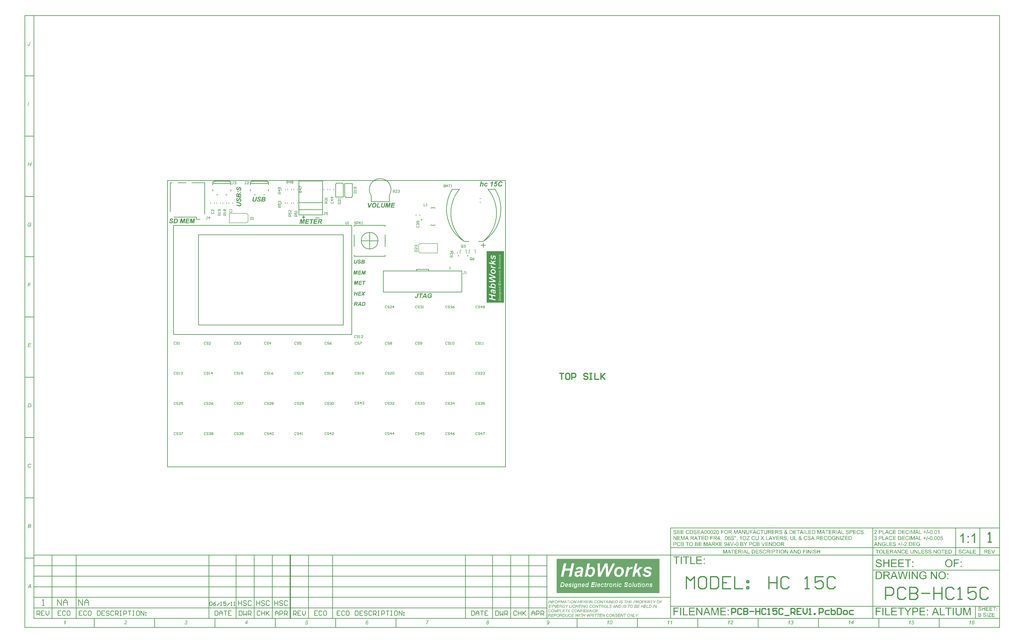
<source format=gto>
%FSLAX23Y23*%
%MOIN*%
G70*
G01*
G75*
G04 Layer_Color=15269887*
%ADD10R,0.035X0.037*%
%ADD11R,0.035X0.037*%
%ADD12R,0.071X0.063*%
%ADD13R,0.079X0.087*%
%ADD14R,0.055X0.075*%
%ADD15R,0.071X0.055*%
%ADD16R,0.031X0.059*%
%ADD17R,0.091X0.051*%
%ADD18R,0.016X0.053*%
%ADD19R,0.063X0.055*%
%ADD20R,0.085X0.108*%
%ADD21R,0.098X0.067*%
%ADD22R,0.106X0.315*%
%ADD23R,0.126X0.157*%
%ADD24R,0.394X0.394*%
%ADD25R,0.394X0.906*%
%ADD26C,0.008*%
%ADD27C,0.010*%
%ADD28C,0.007*%
%ADD29C,0.020*%
%ADD30C,0.004*%
%ADD31C,0.060*%
%ADD32R,0.060X0.060*%
%ADD33R,0.087X0.087*%
%ADD34C,0.087*%
%ADD35R,0.060X0.060*%
%ADD36C,0.030*%
%ADD37C,0.040*%
G04:AMPARAMS|DCode=38|XSize=95mil|YSize=95mil|CornerRadius=0mil|HoleSize=0mil|Usage=FLASHONLY|Rotation=0.000|XOffset=0mil|YOffset=0mil|HoleType=Round|Shape=Relief|Width=10mil|Gap=10mil|Entries=4|*
%AMTHD38*
7,0,0,0.095,0.075,0.010,45*
%
%ADD38THD38*%
%ADD39C,0.075*%
%ADD40C,0.146*%
%ADD41C,0.070*%
%ADD42C,0.107*%
G04:AMPARAMS|DCode=43|XSize=90mil|YSize=90mil|CornerRadius=0mil|HoleSize=0mil|Usage=FLASHONLY|Rotation=0.000|XOffset=0mil|YOffset=0mil|HoleType=Round|Shape=Relief|Width=10mil|Gap=10mil|Entries=4|*
%AMTHD43*
7,0,0,0.090,0.070,0.010,45*
%
%ADD43THD43*%
G04:AMPARAMS|DCode=44|XSize=75mil|YSize=75mil|CornerRadius=0mil|HoleSize=0mil|Usage=FLASHONLY|Rotation=0.000|XOffset=0mil|YOffset=0mil|HoleType=Round|Shape=Relief|Width=10mil|Gap=10mil|Entries=4|*
%AMTHD44*
7,0,0,0.075,0.055,0.010,45*
%
%ADD44THD44*%
%ADD45C,0.055*%
%ADD46R,0.063X0.071*%
%ADD47R,0.079X0.051*%
%ADD48R,0.108X0.085*%
%ADD49R,0.039X0.126*%
%ADD50R,0.031X0.063*%
%ADD51R,0.047X0.055*%
%ADD52R,0.063X0.106*%
%ADD53R,0.039X0.027*%
%ADD54R,0.037X0.035*%
%ADD55R,0.037X0.035*%
%ADD56R,0.055X0.047*%
%ADD57R,0.134X0.134*%
%ADD58O,0.033X0.010*%
%ADD59O,0.010X0.033*%
%ADD60R,0.142X0.142*%
%ADD61R,0.024X0.008*%
%ADD62R,0.008X0.024*%
%ADD63R,0.142X0.142*%
%ADD64O,0.012X0.083*%
%ADD65O,0.083X0.012*%
%ADD66R,0.016X0.040*%
%ADD67R,0.106X0.063*%
%ADD68R,0.236X0.098*%
%ADD69R,0.098X0.039*%
%ADD70R,0.217X0.059*%
%ADD71R,0.047X0.055*%
%ADD72O,0.087X0.024*%
%ADD73R,0.126X0.039*%
%ADD74C,0.010*%
%ADD75C,0.008*%
%ADD76C,0.002*%
G36*
X3145Y3398D02*
Y3398D01*
X3145Y3397D01*
X3145Y3397D01*
X3145Y3396D01*
X3144Y3395D01*
X3144Y3394D01*
X3144Y3393D01*
X3143Y3392D01*
X3143Y3389D01*
X3142Y3386D01*
X3141Y3384D01*
X3140Y3382D01*
X3139Y3381D01*
Y3381D01*
X3139Y3381D01*
X3139Y3381D01*
X3139Y3381D01*
X3138Y3379D01*
X3137Y3378D01*
X3136Y3377D01*
X3134Y3375D01*
X3132Y3374D01*
X3130Y3372D01*
X3130D01*
X3130Y3372D01*
X3129Y3372D01*
X3129Y3372D01*
X3128Y3372D01*
X3127Y3371D01*
X3127Y3371D01*
X3126Y3371D01*
X3124Y3370D01*
X3123Y3370D01*
X3122Y3370D01*
X3120Y3369D01*
X3117Y3369D01*
X3114Y3369D01*
X3113D01*
X3112Y3369D01*
X3111Y3369D01*
X3110Y3369D01*
X3109Y3369D01*
X3107Y3370D01*
X3104Y3370D01*
X3102Y3371D01*
X3100Y3372D01*
X3099Y3373D01*
X3097Y3373D01*
X3096Y3374D01*
X3096Y3374D01*
X3096Y3375D01*
X3096Y3375D01*
X3095Y3375D01*
X3095Y3376D01*
X3094Y3376D01*
X3094Y3377D01*
X3093Y3378D01*
X3093Y3379D01*
X3092Y3380D01*
X3091Y3383D01*
X3091Y3384D01*
X3090Y3385D01*
X3090Y3387D01*
X3090Y3388D01*
Y3389D01*
Y3389D01*
X3090Y3389D01*
Y3390D01*
Y3390D01*
X3090Y3391D01*
X3090Y3392D01*
Y3392D01*
X3090Y3393D01*
Y3393D01*
X3091Y3394D01*
X3091Y3395D01*
X3091Y3396D01*
X3091Y3396D01*
X3091Y3397D01*
X3092Y3398D01*
X3092Y3399D01*
X3092Y3400D01*
X3099Y3434D01*
X3113D01*
X3105Y3399D01*
X3103Y3391D01*
Y3391D01*
Y3390D01*
X3103Y3390D01*
X3103Y3389D01*
X3103Y3388D01*
Y3388D01*
X3103Y3387D01*
X3103Y3387D01*
X3103Y3386D01*
X3103Y3385D01*
X3104Y3384D01*
X3105Y3383D01*
X3106Y3382D01*
X3106Y3382D01*
X3106Y3382D01*
X3107Y3381D01*
X3108Y3381D01*
X3109Y3381D01*
X3111Y3380D01*
X3112Y3380D01*
X3114Y3380D01*
X3115D01*
X3116Y3380D01*
X3118Y3380D01*
X3119Y3380D01*
X3120Y3381D01*
X3122Y3381D01*
X3123Y3382D01*
X3123Y3382D01*
X3124Y3382D01*
X3124Y3382D01*
X3125Y3383D01*
X3126Y3384D01*
X3127Y3385D01*
X3127Y3386D01*
X3128Y3387D01*
X3128Y3387D01*
X3129Y3388D01*
X3129Y3388D01*
X3129Y3389D01*
X3129Y3390D01*
X3130Y3390D01*
X3130Y3391D01*
X3130Y3392D01*
X3131Y3394D01*
X3131Y3395D01*
X3131Y3396D01*
X3132Y3397D01*
X3132Y3399D01*
X3139Y3434D01*
X3152D01*
X3145Y3398D01*
D02*
G37*
G36*
X3185Y3435D02*
X3186Y3435D01*
X3187Y3435D01*
X3188Y3435D01*
X3189Y3435D01*
X3192Y3434D01*
X3195Y3433D01*
X3196Y3432D01*
X3198Y3432D01*
X3199Y3431D01*
X3200Y3430D01*
X3200Y3430D01*
X3200Y3430D01*
X3201Y3429D01*
X3201Y3429D01*
X3202Y3428D01*
X3202Y3428D01*
X3203Y3427D01*
X3203Y3426D01*
X3204Y3425D01*
X3205Y3424D01*
X3205Y3423D01*
X3206Y3422D01*
X3207Y3419D01*
X3207Y3417D01*
X3207Y3416D01*
X3195Y3415D01*
Y3415D01*
Y3415D01*
X3194Y3416D01*
X3194Y3417D01*
X3194Y3418D01*
X3193Y3419D01*
X3193Y3420D01*
X3192Y3421D01*
X3191Y3422D01*
X3191Y3422D01*
X3191Y3423D01*
X3190Y3423D01*
X3189Y3423D01*
X3188Y3424D01*
X3186Y3424D01*
X3185Y3425D01*
X3183Y3425D01*
X3182D01*
X3181Y3425D01*
X3180Y3425D01*
X3178Y3424D01*
X3177Y3424D01*
X3176Y3423D01*
X3175Y3423D01*
X3175Y3423D01*
X3175Y3422D01*
X3174Y3422D01*
X3174Y3421D01*
X3173Y3421D01*
X3173Y3420D01*
X3173Y3419D01*
X3173Y3418D01*
Y3418D01*
Y3417D01*
X3173Y3417D01*
X3173Y3416D01*
X3173Y3416D01*
X3173Y3415D01*
X3174Y3414D01*
X3175Y3413D01*
X3175Y3413D01*
X3175Y3413D01*
X3176Y3413D01*
X3177Y3412D01*
X3178Y3411D01*
X3179Y3411D01*
X3180Y3411D01*
X3181Y3410D01*
X3182Y3409D01*
X3183Y3409D01*
X3184Y3408D01*
X3184Y3408D01*
X3185Y3408D01*
X3185Y3408D01*
X3186Y3408D01*
X3187Y3407D01*
X3188Y3407D01*
X3190Y3406D01*
X3192Y3404D01*
X3195Y3403D01*
X3196Y3402D01*
X3197Y3402D01*
X3198Y3401D01*
X3198Y3401D01*
X3198D01*
X3198Y3400D01*
X3199Y3400D01*
X3200Y3399D01*
X3201Y3398D01*
X3201Y3396D01*
X3202Y3394D01*
X3203Y3392D01*
X3203Y3391D01*
Y3389D01*
Y3389D01*
Y3389D01*
Y3389D01*
X3203Y3388D01*
X3203Y3387D01*
X3202Y3386D01*
X3202Y3385D01*
X3202Y3384D01*
X3202Y3383D01*
X3201Y3382D01*
X3201Y3381D01*
X3200Y3380D01*
X3199Y3378D01*
X3198Y3377D01*
X3197Y3376D01*
X3196Y3375D01*
X3196Y3375D01*
X3196Y3374D01*
X3195Y3374D01*
X3195Y3374D01*
X3194Y3373D01*
X3193Y3373D01*
X3192Y3372D01*
X3191Y3372D01*
X3190Y3371D01*
X3189Y3371D01*
X3187Y3370D01*
X3185Y3370D01*
X3184Y3369D01*
X3182Y3369D01*
X3179Y3369D01*
X3177Y3369D01*
X3176D01*
X3175Y3369D01*
X3174Y3369D01*
X3173D01*
X3172Y3369D01*
X3170Y3370D01*
X3168Y3370D01*
X3165Y3371D01*
X3163Y3372D01*
X3163D01*
X3163Y3372D01*
X3162Y3372D01*
X3162Y3372D01*
X3161Y3373D01*
X3160Y3374D01*
X3158Y3375D01*
X3157Y3376D01*
X3155Y3378D01*
X3154Y3379D01*
Y3379D01*
X3154Y3379D01*
X3154Y3380D01*
X3154Y3380D01*
X3154Y3381D01*
X3153Y3383D01*
X3153Y3384D01*
X3152Y3386D01*
X3152Y3388D01*
Y3391D01*
X3165Y3391D01*
Y3391D01*
Y3391D01*
Y3391D01*
X3165Y3390D01*
X3165Y3389D01*
X3165Y3388D01*
X3165Y3387D01*
X3166Y3385D01*
X3166Y3384D01*
X3167Y3383D01*
X3167Y3383D01*
X3167Y3383D01*
X3168Y3382D01*
X3169Y3382D01*
X3170Y3381D01*
X3171Y3381D01*
X3171Y3381D01*
X3172Y3380D01*
X3174Y3380D01*
X3175Y3380D01*
X3176Y3380D01*
X3179D01*
X3180Y3380D01*
X3181Y3380D01*
X3183Y3380D01*
X3184Y3381D01*
X3186Y3381D01*
X3187Y3382D01*
X3187Y3382D01*
X3187Y3382D01*
X3188Y3383D01*
X3188Y3384D01*
X3189Y3385D01*
X3189Y3386D01*
X3190Y3387D01*
X3190Y3388D01*
Y3388D01*
Y3388D01*
X3190Y3389D01*
X3190Y3389D01*
X3189Y3390D01*
X3189Y3391D01*
X3188Y3392D01*
X3187Y3393D01*
X3187Y3393D01*
X3187Y3393D01*
X3187Y3393D01*
X3186Y3394D01*
X3185Y3394D01*
X3184Y3394D01*
X3184Y3395D01*
X3183Y3395D01*
X3182Y3396D01*
X3181Y3396D01*
X3180Y3397D01*
X3178Y3397D01*
X3178D01*
X3178Y3397D01*
X3178Y3398D01*
X3177Y3398D01*
X3176Y3398D01*
X3176Y3398D01*
X3174Y3399D01*
X3172Y3400D01*
X3171Y3401D01*
X3169Y3402D01*
X3167Y3403D01*
X3167Y3403D01*
X3167Y3403D01*
X3166Y3403D01*
X3165Y3404D01*
X3164Y3405D01*
X3164Y3406D01*
X3163Y3407D01*
X3162Y3408D01*
X3162Y3408D01*
X3162Y3409D01*
X3161Y3410D01*
X3161Y3411D01*
X3161Y3412D01*
X3160Y3413D01*
X3160Y3415D01*
X3160Y3416D01*
Y3416D01*
Y3417D01*
Y3417D01*
X3160Y3418D01*
X3160Y3418D01*
X3160Y3419D01*
X3161Y3421D01*
X3161Y3423D01*
X3162Y3424D01*
X3162Y3425D01*
X3163Y3427D01*
X3164Y3428D01*
X3165Y3429D01*
X3166Y3430D01*
X3166Y3430D01*
X3166Y3430D01*
X3166Y3430D01*
X3167Y3431D01*
X3167Y3431D01*
X3168Y3431D01*
X3169Y3432D01*
X3170Y3433D01*
X3171Y3433D01*
X3173Y3434D01*
X3174Y3434D01*
X3175Y3434D01*
X3177Y3435D01*
X3179Y3435D01*
X3181Y3435D01*
X3183Y3435D01*
X3184D01*
X3185Y3435D01*
D02*
G37*
G36*
X4230Y2864D02*
X4208D01*
X4194Y2800D01*
X4179D01*
X4192Y2864D01*
X4170D01*
X4172Y2877D01*
X4233D01*
X4230Y2864D01*
D02*
G37*
G36*
X3249Y3434D02*
X3251D01*
X3252Y3434D01*
X3254Y3434D01*
X3254Y3434D01*
X3255Y3434D01*
X3255D01*
X3256Y3434D01*
X3257Y3433D01*
X3258Y3433D01*
X3259Y3433D01*
X3260Y3432D01*
X3262Y3432D01*
X3263Y3431D01*
X3263Y3431D01*
X3264Y3431D01*
X3264Y3430D01*
X3265Y3430D01*
X3266Y3429D01*
X3267Y3428D01*
X3267Y3427D01*
X3268Y3426D01*
X3268Y3426D01*
X3268Y3425D01*
X3269Y3424D01*
X3269Y3424D01*
X3269Y3423D01*
X3269Y3421D01*
X3270Y3420D01*
X3270Y3419D01*
Y3418D01*
Y3418D01*
Y3418D01*
Y3418D01*
X3270Y3417D01*
X3269Y3415D01*
X3269Y3414D01*
X3269Y3412D01*
X3268Y3411D01*
X3267Y3409D01*
X3267Y3409D01*
X3266Y3409D01*
X3265Y3408D01*
X3265Y3407D01*
X3263Y3406D01*
X3262Y3405D01*
X3260Y3404D01*
X3258Y3403D01*
X3258D01*
X3258Y3403D01*
X3258Y3403D01*
X3259Y3403D01*
X3261Y3402D01*
X3262Y3402D01*
X3263Y3401D01*
X3264Y3400D01*
X3265Y3398D01*
X3265Y3398D01*
X3266Y3398D01*
X3266Y3397D01*
X3267Y3396D01*
X3267Y3395D01*
X3268Y3394D01*
X3268Y3392D01*
X3268Y3391D01*
Y3390D01*
Y3390D01*
Y3390D01*
Y3390D01*
X3268Y3389D01*
X3268Y3389D01*
X3268Y3387D01*
X3267Y3385D01*
X3267Y3384D01*
X3266Y3382D01*
X3265Y3380D01*
Y3380D01*
X3265Y3379D01*
X3264Y3379D01*
X3263Y3378D01*
X3262Y3377D01*
X3261Y3376D01*
X3260Y3374D01*
X3258Y3373D01*
X3256Y3372D01*
X3256D01*
X3255Y3372D01*
X3255Y3372D01*
X3255Y3372D01*
X3254Y3372D01*
X3253Y3372D01*
X3253Y3371D01*
X3252Y3371D01*
X3251Y3371D01*
X3249Y3371D01*
X3248Y3370D01*
X3247Y3370D01*
X3245Y3370D01*
X3244Y3370D01*
X3242Y3370D01*
X3210D01*
X3223Y3434D01*
X3248D01*
X3249Y3434D01*
D02*
G37*
G36*
X3213Y3243D02*
X3179D01*
X3176Y3229D01*
X3209D01*
X3207Y3218D01*
X3173D01*
X3170Y3201D01*
X3207D01*
X3205Y3190D01*
X3155D01*
X3168Y3254D01*
X3216D01*
X3213Y3243D01*
D02*
G37*
G36*
X3141Y3190D02*
X3130D01*
X3141Y3243D01*
X3117Y3190D01*
X3104D01*
X3102Y3243D01*
X3092Y3190D01*
X3080D01*
X3093Y3254D01*
X3112D01*
X3114Y3210D01*
X3134Y3254D01*
X3153D01*
X3141Y3190D01*
D02*
G37*
G36*
X3276D02*
X3264D01*
X3275Y3243D01*
X3251Y3190D01*
X3239D01*
X3236Y3243D01*
X3226Y3190D01*
X3214D01*
X3228Y3254D01*
X3246D01*
X3248Y3210D01*
X3268Y3254D01*
X3287D01*
X3276Y3190D01*
D02*
G37*
G36*
X367Y4104D02*
X326D01*
X322Y4087D01*
X362D01*
X359Y4074D01*
X319D01*
X314Y4053D01*
X359D01*
X356Y4040D01*
X296D01*
X312Y4117D01*
X369D01*
X367Y4104D01*
D02*
G37*
G36*
X281Y4040D02*
X266D01*
X280Y4104D01*
X251Y4040D01*
X236D01*
X233Y4104D01*
X221Y4040D01*
X207D01*
X223Y4117D01*
X245D01*
X248Y4064D01*
X272Y4117D01*
X295D01*
X281Y4040D01*
D02*
G37*
G36*
X442D02*
X427D01*
X441Y4104D01*
X412Y4040D01*
X397D01*
X394Y4104D01*
X382Y4040D01*
X368D01*
X384Y4117D01*
X406D01*
X409Y4064D01*
X433Y4117D01*
X456D01*
X442Y4040D01*
D02*
G37*
G36*
X143Y4117D02*
X145D01*
X146Y4117D01*
X147D01*
X147Y4117D01*
X148D01*
X148Y4116D01*
X149Y4116D01*
X150Y4116D01*
X152Y4116D01*
X153Y4116D01*
X156Y4115D01*
X156Y4114D01*
X157Y4114D01*
X157Y4114D01*
X158Y4114D01*
X159Y4113D01*
X160Y4112D01*
X162Y4111D01*
X163Y4110D01*
X163Y4110D01*
X163Y4110D01*
X164Y4109D01*
X165Y4109D01*
X165Y4108D01*
X166Y4107D01*
X167Y4106D01*
X168Y4104D01*
X168Y4104D01*
X169Y4103D01*
X169Y4103D01*
X169Y4102D01*
X170Y4100D01*
X171Y4099D01*
X171Y4097D01*
X172Y4096D01*
X172Y4095D01*
X172Y4095D01*
X172Y4094D01*
X172Y4092D01*
X173Y4091D01*
X173Y4089D01*
X173Y4087D01*
Y4085D01*
Y4085D01*
Y4084D01*
Y4084D01*
X173Y4083D01*
Y4082D01*
X173Y4081D01*
X173Y4079D01*
X172Y4078D01*
X172Y4074D01*
X171Y4070D01*
X170Y4067D01*
X168Y4063D01*
Y4063D01*
X168Y4062D01*
X168Y4062D01*
X167Y4061D01*
X167Y4060D01*
X166Y4060D01*
X165Y4057D01*
X163Y4055D01*
X161Y4052D01*
X159Y4050D01*
X156Y4048D01*
X156D01*
X156Y4047D01*
X156Y4047D01*
X155Y4047D01*
X154Y4046D01*
X152Y4045D01*
X150Y4044D01*
X148Y4043D01*
X145Y4042D01*
X142Y4041D01*
X142D01*
X141Y4041D01*
X141D01*
X141Y4041D01*
X140Y4041D01*
X139Y4041D01*
X138D01*
X137Y4040D01*
X136Y4040D01*
X135Y4040D01*
X133Y4040D01*
X132D01*
X130Y4040D01*
X100D01*
X116Y4117D01*
X141D01*
X143Y4117D01*
D02*
G37*
G36*
X4295Y2800D02*
X4280D01*
X4277Y2817D01*
X4246D01*
X4237Y2800D01*
X4221D01*
X4264Y2877D01*
X4282D01*
X4295Y2800D01*
D02*
G37*
G36*
X4152Y2830D02*
Y2830D01*
X4151Y2829D01*
X4151Y2828D01*
X4151Y2827D01*
X4150Y2826D01*
X4150Y2824D01*
X4149Y2822D01*
X4149Y2820D01*
X4147Y2816D01*
X4146Y2812D01*
X4145Y2810D01*
X4144Y2808D01*
X4143Y2807D01*
X4141Y2805D01*
X4141Y2805D01*
X4141Y2805D01*
X4141Y2805D01*
X4140Y2804D01*
X4139Y2804D01*
X4139Y2803D01*
X4138Y2802D01*
X4137Y2802D01*
X4135Y2801D01*
X4134Y2801D01*
X4132Y2800D01*
X4131Y2800D01*
X4129Y2799D01*
X4127Y2799D01*
X4124Y2799D01*
X4122Y2799D01*
X4121D01*
X4120Y2799D01*
X4119D01*
X4118Y2799D01*
X4116Y2799D01*
X4113Y2800D01*
X4110Y2801D01*
X4108Y2802D01*
X4107Y2803D01*
X4106Y2804D01*
Y2804D01*
X4105Y2804D01*
X4105Y2805D01*
X4104Y2806D01*
X4103Y2807D01*
X4102Y2809D01*
X4101Y2812D01*
X4100Y2814D01*
X4100Y2816D01*
X4100Y2817D01*
Y2818D01*
Y2818D01*
Y2818D01*
Y2819D01*
X4100Y2820D01*
X4100Y2822D01*
X4115Y2823D01*
Y2823D01*
Y2823D01*
X4115Y2822D01*
Y2822D01*
X4115Y2821D01*
Y2819D01*
Y2819D01*
Y2819D01*
X4115Y2818D01*
X4115Y2817D01*
X4115Y2816D01*
X4115Y2815D01*
X4116Y2815D01*
X4117Y2814D01*
X4117Y2814D01*
X4117Y2813D01*
X4118Y2813D01*
X4118Y2813D01*
X4119Y2812D01*
X4120Y2812D01*
X4122Y2812D01*
X4123Y2812D01*
X4123D01*
X4124Y2812D01*
X4125Y2812D01*
X4126Y2812D01*
X4128Y2813D01*
X4129Y2813D01*
X4131Y2814D01*
X4132Y2815D01*
X4132Y2815D01*
X4132Y2816D01*
X4132Y2816D01*
X4132Y2817D01*
X4133Y2818D01*
X4133Y2818D01*
X4133Y2819D01*
X4134Y2820D01*
X4134Y2822D01*
X4134Y2823D01*
X4135Y2825D01*
X4135Y2826D01*
X4136Y2829D01*
X4136Y2831D01*
X4146Y2877D01*
X4161D01*
X4152Y2830D01*
D02*
G37*
G36*
X4354Y2878D02*
X4355Y2878D01*
X4357Y2878D01*
X4358Y2878D01*
X4360Y2877D01*
X4363Y2877D01*
X4367Y2876D01*
X4368Y2875D01*
X4370Y2874D01*
X4372Y2873D01*
X4373Y2872D01*
X4373Y2872D01*
X4374Y2872D01*
X4374Y2871D01*
X4374Y2871D01*
X4375Y2870D01*
X4376Y2869D01*
X4377Y2869D01*
X4378Y2867D01*
X4378Y2866D01*
X4379Y2865D01*
X4380Y2863D01*
X4381Y2862D01*
X4382Y2860D01*
X4383Y2858D01*
X4383Y2856D01*
X4384Y2854D01*
X4369Y2852D01*
Y2852D01*
X4369Y2853D01*
X4369Y2853D01*
X4369Y2853D01*
X4368Y2855D01*
X4368Y2856D01*
X4367Y2857D01*
X4366Y2859D01*
X4364Y2861D01*
X4363Y2862D01*
X4363Y2862D01*
X4362Y2863D01*
X4361Y2863D01*
X4360Y2864D01*
X4358Y2864D01*
X4356Y2865D01*
X4354Y2865D01*
X4352Y2865D01*
X4351D01*
X4351Y2865D01*
X4350D01*
X4349Y2865D01*
X4347Y2865D01*
X4345Y2864D01*
X4343Y2864D01*
X4340Y2863D01*
X4338Y2861D01*
X4338D01*
X4338Y2861D01*
X4337Y2861D01*
X4337Y2861D01*
X4336Y2860D01*
X4334Y2858D01*
X4333Y2857D01*
X4331Y2854D01*
X4330Y2852D01*
X4328Y2849D01*
Y2849D01*
X4328Y2849D01*
X4328Y2848D01*
X4327Y2848D01*
X4327Y2847D01*
X4327Y2846D01*
X4327Y2845D01*
X4326Y2844D01*
X4326Y2841D01*
X4325Y2838D01*
X4325Y2834D01*
X4324Y2831D01*
Y2831D01*
Y2830D01*
Y2830D01*
X4325Y2829D01*
Y2828D01*
X4325Y2828D01*
X4325Y2825D01*
X4326Y2823D01*
X4326Y2821D01*
X4327Y2818D01*
X4328Y2817D01*
X4329Y2816D01*
X4329Y2816D01*
X4330Y2816D01*
X4331Y2815D01*
X4332Y2814D01*
X4334Y2813D01*
X4336Y2813D01*
X4339Y2812D01*
X4342Y2812D01*
X4343D01*
X4344Y2812D01*
X4345Y2812D01*
X4347Y2812D01*
X4348Y2812D01*
X4350Y2813D01*
X4352Y2813D01*
X4352D01*
X4352Y2813D01*
X4353Y2813D01*
X4354Y2814D01*
X4355Y2814D01*
X4357Y2815D01*
X4358Y2815D01*
X4360Y2816D01*
X4361Y2817D01*
X4364Y2828D01*
X4344D01*
X4347Y2841D01*
X4381D01*
X4374Y2808D01*
X4374D01*
X4374Y2808D01*
X4374Y2808D01*
X4373Y2807D01*
X4373Y2807D01*
X4372Y2807D01*
X4370Y2806D01*
X4368Y2805D01*
X4365Y2804D01*
X4363Y2802D01*
X4359Y2801D01*
X4359D01*
X4359Y2801D01*
X4359Y2801D01*
X4358Y2801D01*
X4357Y2801D01*
X4356Y2800D01*
X4355Y2800D01*
X4354Y2800D01*
X4351Y2799D01*
X4348Y2799D01*
X4345Y2799D01*
X4341Y2799D01*
X4340D01*
X4339Y2799D01*
X4338Y2799D01*
X4336Y2799D01*
X4335Y2799D01*
X4333Y2799D01*
X4330Y2800D01*
X4326Y2801D01*
X4324Y2802D01*
X4323Y2803D01*
X4321Y2804D01*
X4319Y2805D01*
X4319Y2805D01*
X4319Y2806D01*
X4319Y2806D01*
X4318Y2807D01*
X4317Y2808D01*
X4316Y2809D01*
X4315Y2810D01*
X4314Y2811D01*
X4313Y2813D01*
X4312Y2815D01*
X4311Y2817D01*
X4311Y2820D01*
X4310Y2822D01*
X4310Y2825D01*
X4309Y2828D01*
X4309Y2831D01*
Y2831D01*
Y2831D01*
Y2832D01*
X4309Y2832D01*
Y2833D01*
X4309Y2835D01*
X4309Y2836D01*
X4310Y2837D01*
X4310Y2839D01*
X4310Y2841D01*
X4311Y2844D01*
X4312Y2848D01*
X4314Y2852D01*
X4314Y2852D01*
X4314Y2853D01*
X4314Y2853D01*
X4315Y2854D01*
X4315Y2855D01*
X4316Y2856D01*
X4317Y2858D01*
X4317Y2859D01*
X4320Y2862D01*
X4322Y2865D01*
X4325Y2869D01*
X4327Y2870D01*
X4329Y2871D01*
X4329Y2871D01*
X4329Y2872D01*
X4330Y2872D01*
X4330Y2872D01*
X4331Y2873D01*
X4333Y2874D01*
X4334Y2874D01*
X4335Y2875D01*
X4337Y2875D01*
X4339Y2876D01*
X4341Y2877D01*
X4343Y2877D01*
X4345Y2878D01*
X4347Y2878D01*
X4349Y2878D01*
X4352Y2878D01*
X4353D01*
X4354Y2878D01*
D02*
G37*
G36*
X5525Y4735D02*
X5526Y4735D01*
X5527Y4734D01*
X5529Y4734D01*
X5530Y4734D01*
X5534Y4733D01*
X5536Y4732D01*
X5537Y4732D01*
X5539Y4731D01*
X5541Y4730D01*
X5543Y4729D01*
X5544Y4727D01*
X5545Y4727D01*
X5545Y4727D01*
X5545Y4727D01*
X5546Y4726D01*
X5546Y4725D01*
X5547Y4724D01*
X5548Y4723D01*
X5549Y4722D01*
X5550Y4721D01*
X5550Y4719D01*
X5551Y4718D01*
X5552Y4716D01*
X5553Y4714D01*
X5553Y4712D01*
X5554Y4710D01*
X5554Y4708D01*
X5538Y4706D01*
Y4706D01*
X5538Y4707D01*
Y4707D01*
X5538Y4707D01*
X5537Y4709D01*
X5537Y4710D01*
X5536Y4712D01*
X5535Y4714D01*
X5534Y4715D01*
X5533Y4717D01*
X5532Y4717D01*
X5532Y4717D01*
X5531Y4718D01*
X5530Y4718D01*
X5528Y4719D01*
X5527Y4720D01*
X5525Y4720D01*
X5522Y4720D01*
X5522D01*
X5521Y4720D01*
X5520Y4720D01*
X5518Y4720D01*
X5516Y4719D01*
X5514Y4718D01*
X5511Y4717D01*
X5509Y4716D01*
X5509D01*
X5509Y4715D01*
X5508Y4715D01*
X5507Y4714D01*
X5505Y4712D01*
X5504Y4710D01*
X5502Y4708D01*
X5501Y4705D01*
X5499Y4702D01*
Y4702D01*
X5499Y4702D01*
X5499Y4701D01*
X5499Y4701D01*
X5498Y4700D01*
X5498Y4699D01*
X5498Y4698D01*
X5497Y4696D01*
X5497Y4694D01*
X5496Y4690D01*
X5496Y4687D01*
X5496Y4684D01*
Y4684D01*
Y4683D01*
Y4683D01*
X5496Y4682D01*
Y4681D01*
X5496Y4680D01*
X5496Y4678D01*
X5497Y4676D01*
X5498Y4673D01*
X5499Y4671D01*
X5500Y4668D01*
X5500Y4668D01*
X5501Y4667D01*
X5502Y4666D01*
X5504Y4666D01*
X5505Y4665D01*
X5507Y4664D01*
X5510Y4663D01*
X5511Y4663D01*
X5512Y4663D01*
X5513D01*
X5513Y4663D01*
X5515Y4663D01*
X5516Y4663D01*
X5518Y4664D01*
X5520Y4665D01*
X5522Y4666D01*
X5524Y4667D01*
X5524D01*
X5525Y4667D01*
X5525Y4668D01*
X5526Y4669D01*
X5528Y4670D01*
X5529Y4672D01*
X5530Y4674D01*
X5532Y4677D01*
X5533Y4680D01*
X5550Y4677D01*
Y4677D01*
X5550Y4677D01*
X5549Y4676D01*
X5549Y4675D01*
X5548Y4674D01*
X5548Y4672D01*
X5547Y4671D01*
X5546Y4669D01*
X5544Y4666D01*
X5541Y4662D01*
X5538Y4659D01*
X5537Y4657D01*
X5535Y4656D01*
X5535Y4656D01*
X5534Y4656D01*
X5534Y4655D01*
X5533Y4655D01*
X5532Y4654D01*
X5531Y4654D01*
X5530Y4653D01*
X5528Y4652D01*
X5526Y4652D01*
X5524Y4651D01*
X5523Y4650D01*
X5520Y4650D01*
X5518Y4649D01*
X5516Y4649D01*
X5514Y4649D01*
X5511Y4648D01*
X5510D01*
X5510Y4649D01*
X5508D01*
X5507Y4649D01*
X5506Y4649D01*
X5504Y4649D01*
X5502Y4650D01*
X5500Y4650D01*
X5498Y4651D01*
X5497Y4651D01*
X5495Y4652D01*
X5493Y4653D01*
X5491Y4655D01*
X5489Y4656D01*
X5487Y4658D01*
X5487Y4658D01*
X5487Y4658D01*
X5486Y4659D01*
X5486Y4659D01*
X5485Y4660D01*
X5485Y4661D01*
X5484Y4663D01*
X5483Y4664D01*
X5482Y4666D01*
X5481Y4668D01*
X5481Y4670D01*
X5480Y4673D01*
X5479Y4675D01*
X5479Y4678D01*
X5479Y4681D01*
X5479Y4684D01*
Y4685D01*
Y4685D01*
Y4686D01*
X5479Y4687D01*
Y4688D01*
X5479Y4689D01*
X5479Y4691D01*
X5479Y4693D01*
X5480Y4695D01*
X5480Y4697D01*
X5481Y4701D01*
X5482Y4706D01*
X5483Y4708D01*
X5484Y4710D01*
X5485Y4711D01*
X5485Y4711D01*
X5485Y4712D01*
X5485Y4712D01*
X5486Y4713D01*
X5487Y4714D01*
X5489Y4717D01*
X5491Y4720D01*
X5494Y4723D01*
X5497Y4726D01*
X5498Y4727D01*
X5500Y4728D01*
X5500Y4729D01*
X5501Y4729D01*
X5501Y4729D01*
X5502Y4729D01*
X5503Y4730D01*
X5504Y4730D01*
X5505Y4731D01*
X5507Y4732D01*
X5508Y4732D01*
X5510Y4733D01*
X5514Y4734D01*
X5518Y4735D01*
X5520Y4735D01*
X5523Y4735D01*
X5524D01*
X5525Y4735D01*
D02*
G37*
G36*
X3134Y2734D02*
X3136Y2734D01*
X3138Y2734D01*
X3140Y2733D01*
X3142Y2733D01*
X3143Y2733D01*
X3143Y2732D01*
X3144Y2732D01*
X3145Y2732D01*
X3146Y2731D01*
X3147Y2731D01*
X3148Y2730D01*
X3149Y2728D01*
X3150Y2727D01*
X3150Y2727D01*
X3150Y2726D01*
X3151Y2725D01*
X3151Y2724D01*
X3152Y2723D01*
X3152Y2721D01*
X3152Y2719D01*
X3152Y2717D01*
Y2717D01*
Y2717D01*
Y2716D01*
X3152Y2716D01*
Y2715D01*
X3152Y2714D01*
X3152Y2713D01*
X3151Y2710D01*
X3150Y2708D01*
X3150Y2707D01*
X3149Y2706D01*
X3148Y2705D01*
X3147Y2704D01*
X3147Y2704D01*
X3147Y2704D01*
X3147Y2703D01*
X3147Y2703D01*
X3146Y2703D01*
X3145Y2702D01*
X3145Y2702D01*
X3144Y2701D01*
X3143Y2700D01*
X3142Y2700D01*
X3140Y2699D01*
X3139Y2699D01*
X3138Y2698D01*
X3136Y2698D01*
X3135Y2698D01*
X3133Y2697D01*
X3133Y2697D01*
X3133Y2697D01*
X3134Y2696D01*
X3134Y2696D01*
X3135Y2695D01*
X3136Y2694D01*
X3137Y2693D01*
X3137Y2691D01*
X3138Y2691D01*
X3138Y2691D01*
X3138Y2690D01*
X3138Y2690D01*
X3139Y2689D01*
X3139Y2688D01*
X3140Y2687D01*
X3140Y2686D01*
X3141Y2684D01*
X3142Y2683D01*
X3143Y2681D01*
X3143Y2679D01*
X3144Y2677D01*
X3145Y2675D01*
X3146Y2673D01*
X3147Y2670D01*
X3133D01*
Y2670D01*
X3133Y2670D01*
X3133Y2671D01*
X3133Y2671D01*
X3133Y2672D01*
X3132Y2672D01*
X3132Y2673D01*
X3132Y2674D01*
X3131Y2675D01*
X3131Y2676D01*
X3130Y2678D01*
X3130Y2679D01*
X3129Y2681D01*
X3128Y2683D01*
X3127Y2685D01*
X3126Y2687D01*
Y2687D01*
X3126Y2687D01*
X3126Y2687D01*
X3126Y2688D01*
X3125Y2689D01*
X3125Y2690D01*
X3124Y2692D01*
X3123Y2693D01*
X3122Y2694D01*
X3121Y2695D01*
X3121Y2695D01*
X3120Y2695D01*
X3120Y2696D01*
X3119Y2696D01*
X3118Y2696D01*
X3117Y2696D01*
X3116Y2696D01*
X3114Y2697D01*
X3109D01*
X3103Y2670D01*
X3090D01*
X3103Y2734D01*
X3134D01*
X3134Y2734D01*
D02*
G37*
G36*
X3211Y2670D02*
X3198D01*
X3196Y2684D01*
X3171D01*
X3163Y2670D01*
X3150D01*
X3186Y2734D01*
X3201D01*
X3211Y2670D01*
D02*
G37*
G36*
X5284Y4712D02*
X5285D01*
X5286Y4712D01*
X5289Y4711D01*
X5291Y4711D01*
X5294Y4710D01*
X5297Y4708D01*
X5298Y4707D01*
X5300Y4706D01*
X5300D01*
X5300Y4706D01*
X5301Y4705D01*
X5302Y4704D01*
X5303Y4702D01*
X5304Y4700D01*
X5305Y4698D01*
X5306Y4695D01*
X5307Y4693D01*
X5307Y4692D01*
X5291Y4690D01*
Y4690D01*
X5291Y4691D01*
X5291Y4692D01*
X5291Y4693D01*
X5290Y4694D01*
X5290Y4695D01*
X5289Y4696D01*
X5288Y4697D01*
X5288Y4698D01*
X5288Y4698D01*
X5287Y4698D01*
X5286Y4699D01*
X5286Y4699D01*
X5284Y4699D01*
X5283Y4700D01*
X5282Y4700D01*
X5281D01*
X5280Y4700D01*
X5279Y4699D01*
X5277Y4699D01*
X5276Y4698D01*
X5274Y4697D01*
X5273Y4696D01*
X5273Y4696D01*
X5272Y4696D01*
X5271Y4695D01*
X5270Y4694D01*
X5269Y4692D01*
X5268Y4690D01*
X5267Y4688D01*
X5266Y4686D01*
Y4686D01*
X5266Y4685D01*
X5266Y4685D01*
X5266Y4685D01*
X5266Y4683D01*
X5265Y4681D01*
X5265Y4679D01*
X5265Y4677D01*
X5264Y4675D01*
X5264Y4672D01*
Y4672D01*
Y4672D01*
X5264Y4671D01*
X5265Y4669D01*
X5265Y4668D01*
X5265Y4667D01*
X5266Y4665D01*
X5267Y4664D01*
X5267Y4664D01*
X5267Y4664D01*
X5268Y4663D01*
X5269Y4663D01*
X5270Y4662D01*
X5271Y4662D01*
X5272Y4661D01*
X5273Y4661D01*
X5274D01*
X5275Y4661D01*
X5276Y4662D01*
X5277Y4662D01*
X5278Y4662D01*
X5279Y4663D01*
X5281Y4664D01*
X5281Y4664D01*
X5281Y4665D01*
X5282Y4665D01*
X5283Y4666D01*
X5284Y4668D01*
X5285Y4669D01*
X5286Y4671D01*
X5287Y4673D01*
X5303Y4670D01*
Y4670D01*
X5302Y4670D01*
X5302Y4669D01*
X5302Y4668D01*
X5301Y4667D01*
X5301Y4666D01*
X5300Y4664D01*
X5298Y4662D01*
X5296Y4659D01*
X5294Y4656D01*
X5291Y4654D01*
X5291D01*
X5290Y4654D01*
X5290Y4653D01*
X5289Y4653D01*
X5289Y4653D01*
X5288Y4652D01*
X5287Y4652D01*
X5286Y4651D01*
X5283Y4650D01*
X5280Y4649D01*
X5277Y4649D01*
X5275Y4649D01*
X5273Y4648D01*
X5272D01*
X5271Y4649D01*
X5270Y4649D01*
X5269Y4649D01*
X5266Y4649D01*
X5264Y4650D01*
X5261Y4651D01*
X5259Y4652D01*
X5257Y4653D01*
X5256Y4654D01*
X5255Y4655D01*
X5255Y4655D01*
X5255Y4656D01*
X5254Y4656D01*
X5254Y4657D01*
X5253Y4657D01*
X5253Y4658D01*
X5252Y4659D01*
X5252Y4660D01*
X5251Y4662D01*
X5250Y4663D01*
X5250Y4665D01*
X5249Y4666D01*
X5249Y4668D01*
X5248Y4670D01*
X5248Y4672D01*
X5248Y4674D01*
Y4674D01*
Y4675D01*
Y4675D01*
X5248Y4676D01*
Y4677D01*
X5248Y4678D01*
X5248Y4679D01*
X5249Y4680D01*
X5249Y4683D01*
X5250Y4686D01*
X5251Y4690D01*
X5252Y4693D01*
Y4693D01*
X5252Y4693D01*
X5253Y4694D01*
X5253Y4694D01*
X5253Y4695D01*
X5254Y4696D01*
X5255Y4698D01*
X5257Y4700D01*
X5259Y4703D01*
X5262Y4705D01*
X5264Y4707D01*
X5265D01*
X5265Y4707D01*
X5265Y4707D01*
X5266Y4708D01*
X5267Y4708D01*
X5268Y4709D01*
X5269Y4709D01*
X5270Y4709D01*
X5273Y4710D01*
X5276Y4711D01*
X5279Y4712D01*
X5283Y4712D01*
X5284D01*
X5284Y4712D01*
D02*
G37*
G36*
X5202Y4704D02*
X5202D01*
X5203Y4704D01*
X5203Y4704D01*
X5204Y4705D01*
X5206Y4706D01*
X5207Y4707D01*
X5209Y4708D01*
X5211Y4709D01*
X5213Y4710D01*
X5213Y4710D01*
X5214Y4710D01*
X5214Y4711D01*
X5216Y4711D01*
X5217Y4711D01*
X5219Y4712D01*
X5221Y4712D01*
X5223Y4712D01*
X5224D01*
X5226Y4712D01*
X5227Y4711D01*
X5229Y4711D01*
X5231Y4710D01*
X5233Y4709D01*
X5235Y4708D01*
X5235Y4707D01*
X5235Y4707D01*
X5236Y4706D01*
X5237Y4705D01*
X5238Y4703D01*
X5238Y4701D01*
X5239Y4699D01*
X5239Y4696D01*
Y4696D01*
Y4696D01*
X5239Y4695D01*
X5239Y4694D01*
X5239Y4692D01*
X5238Y4690D01*
X5238Y4688D01*
X5237Y4685D01*
X5230Y4650D01*
X5214D01*
X5221Y4686D01*
Y4686D01*
Y4686D01*
X5221Y4687D01*
X5222Y4688D01*
X5222Y4689D01*
X5222Y4690D01*
X5222Y4691D01*
X5222Y4693D01*
X5223Y4693D01*
Y4694D01*
Y4694D01*
X5222Y4694D01*
X5222Y4695D01*
X5222Y4696D01*
X5222Y4697D01*
X5221Y4698D01*
X5221Y4698D01*
X5221Y4698D01*
X5220Y4699D01*
X5220Y4699D01*
X5219Y4699D01*
X5219Y4700D01*
X5218Y4700D01*
X5217Y4700D01*
X5215Y4700D01*
X5215D01*
X5214Y4700D01*
X5213Y4700D01*
X5212Y4699D01*
X5210Y4699D01*
X5209Y4698D01*
X5207Y4697D01*
X5207Y4697D01*
X5207Y4697D01*
X5206Y4696D01*
X5205Y4695D01*
X5203Y4693D01*
X5202Y4692D01*
X5201Y4690D01*
X5200Y4688D01*
Y4688D01*
X5200Y4687D01*
X5199Y4687D01*
X5199Y4686D01*
X5199Y4685D01*
X5199Y4684D01*
X5198Y4683D01*
X5198Y4682D01*
X5198Y4681D01*
X5197Y4679D01*
X5197Y4678D01*
X5196Y4676D01*
X5196Y4674D01*
X5191Y4650D01*
X5175D01*
X5192Y4733D01*
X5209D01*
X5202Y4704D01*
D02*
G37*
G36*
X5380Y4650D02*
X5363D01*
X5375Y4708D01*
X5375Y4707D01*
X5374Y4707D01*
X5373Y4706D01*
X5372Y4706D01*
X5370Y4705D01*
X5368Y4704D01*
X5366Y4703D01*
X5364Y4702D01*
X5364D01*
X5363Y4701D01*
X5363Y4701D01*
X5363Y4701D01*
X5361Y4701D01*
X5360Y4700D01*
X5358Y4699D01*
X5356Y4699D01*
X5354Y4698D01*
X5352Y4698D01*
X5355Y4712D01*
X5355Y4712D01*
X5356Y4713D01*
X5357Y4713D01*
X5358Y4714D01*
X5360Y4715D01*
X5362Y4716D01*
X5364Y4717D01*
X5367Y4718D01*
X5369Y4720D01*
X5372Y4722D01*
X5378Y4725D01*
X5380Y4727D01*
X5383Y4729D01*
X5385Y4731D01*
X5387Y4734D01*
X5397D01*
X5380Y4650D01*
D02*
G37*
G36*
X5467Y4717D02*
X5439D01*
X5436Y4704D01*
X5436D01*
X5436Y4705D01*
X5436Y4705D01*
X5437Y4705D01*
X5439Y4705D01*
X5440Y4706D01*
X5440D01*
X5441Y4706D01*
X5441Y4706D01*
X5442Y4706D01*
X5443Y4706D01*
X5445Y4707D01*
X5446D01*
X5447Y4706D01*
X5447Y4706D01*
X5448Y4706D01*
X5451Y4706D01*
X5453Y4705D01*
X5456Y4704D01*
X5457Y4703D01*
X5458Y4702D01*
X5460Y4701D01*
X5461Y4700D01*
X5461Y4700D01*
X5461Y4700D01*
X5461Y4699D01*
X5462Y4699D01*
X5462Y4698D01*
X5463Y4697D01*
X5463Y4697D01*
X5464Y4696D01*
X5465Y4693D01*
X5466Y4690D01*
X5467Y4687D01*
X5467Y4685D01*
X5467Y4683D01*
Y4683D01*
Y4682D01*
Y4682D01*
Y4681D01*
X5467Y4681D01*
X5467Y4680D01*
X5466Y4678D01*
X5466Y4675D01*
X5465Y4672D01*
X5464Y4669D01*
X5463Y4666D01*
Y4666D01*
X5462Y4665D01*
X5462Y4665D01*
X5462Y4664D01*
X5461Y4663D01*
X5460Y4661D01*
X5458Y4659D01*
X5456Y4657D01*
X5453Y4655D01*
X5451Y4653D01*
X5451D01*
X5450Y4653D01*
X5450Y4653D01*
X5449Y4652D01*
X5449Y4652D01*
X5448Y4652D01*
X5446Y4651D01*
X5443Y4650D01*
X5441Y4649D01*
X5438Y4649D01*
X5435Y4648D01*
X5434D01*
X5433Y4649D01*
X5432Y4649D01*
X5431Y4649D01*
X5429Y4649D01*
X5426Y4650D01*
X5423Y4651D01*
X5421Y4652D01*
X5420Y4653D01*
X5419Y4654D01*
X5417Y4655D01*
X5417Y4655D01*
X5417Y4656D01*
X5416Y4656D01*
X5416Y4657D01*
X5416Y4657D01*
X5415Y4658D01*
X5414Y4659D01*
X5414Y4660D01*
X5413Y4661D01*
X5412Y4663D01*
X5412Y4664D01*
X5411Y4666D01*
X5411Y4670D01*
X5410Y4672D01*
X5410Y4674D01*
X5426Y4675D01*
Y4675D01*
Y4675D01*
X5426Y4674D01*
Y4673D01*
Y4673D01*
Y4672D01*
X5426Y4671D01*
X5426Y4670D01*
X5427Y4669D01*
X5427Y4667D01*
X5428Y4666D01*
X5429Y4665D01*
X5429Y4665D01*
X5429Y4664D01*
X5430Y4664D01*
X5430Y4663D01*
X5431Y4663D01*
X5433Y4662D01*
X5434Y4662D01*
X5435Y4662D01*
X5436D01*
X5436Y4662D01*
X5438Y4662D01*
X5439Y4663D01*
X5441Y4663D01*
X5442Y4664D01*
X5444Y4666D01*
X5445Y4666D01*
X5446Y4667D01*
Y4668D01*
X5446Y4668D01*
X5447Y4668D01*
X5447Y4670D01*
X5448Y4671D01*
X5449Y4674D01*
X5450Y4676D01*
X5451Y4679D01*
X5451Y4683D01*
Y4683D01*
Y4683D01*
Y4684D01*
X5451Y4685D01*
X5450Y4686D01*
X5450Y4687D01*
X5450Y4689D01*
X5449Y4690D01*
X5448Y4691D01*
X5448Y4692D01*
X5447Y4692D01*
X5447Y4693D01*
X5446Y4693D01*
X5445Y4694D01*
X5444Y4694D01*
X5443Y4694D01*
X5441Y4695D01*
X5440D01*
X5440Y4694D01*
X5439D01*
X5438Y4694D01*
X5437Y4694D01*
X5436Y4694D01*
X5435Y4693D01*
X5435Y4693D01*
X5434Y4693D01*
X5434Y4692D01*
X5433Y4692D01*
X5432Y4691D01*
X5431Y4690D01*
X5430Y4690D01*
X5429Y4689D01*
X5416Y4690D01*
X5428Y4732D01*
X5470D01*
X5467Y4717D01*
D02*
G37*
G36*
X3223Y3073D02*
X3189D01*
X3186Y3059D01*
X3219D01*
X3217Y3048D01*
X3183D01*
X3180Y3031D01*
X3217D01*
X3215Y3020D01*
X3165D01*
X3178Y3084D01*
X3226D01*
X3223Y3073D01*
D02*
G37*
G36*
X3282D02*
X3263D01*
X3252Y3020D01*
X3239D01*
X3250Y3073D01*
X3231D01*
X3234Y3084D01*
X3284D01*
X3282Y3073D01*
D02*
G37*
G36*
X3151Y3020D02*
X3140D01*
X3151Y3073D01*
X3127Y3020D01*
X3114D01*
X3112Y3073D01*
X3102Y3020D01*
X3090D01*
X3103Y3084D01*
X3122D01*
X3124Y3040D01*
X3144Y3084D01*
X3163D01*
X3151Y3020D01*
D02*
G37*
G36*
X3251Y2870D02*
X3267Y2840D01*
X3252D01*
X3247Y2849D01*
Y2849D01*
X3247Y2850D01*
X3247Y2850D01*
X3247Y2850D01*
X3246Y2851D01*
X3246Y2852D01*
X3245Y2853D01*
X3244Y2855D01*
X3244Y2857D01*
X3243Y2859D01*
X3243Y2859D01*
X3242Y2860D01*
X3242Y2860D01*
X3242Y2859D01*
X3241Y2859D01*
X3241Y2858D01*
X3240Y2857D01*
X3239Y2856D01*
X3239Y2856D01*
X3238Y2855D01*
X3237Y2853D01*
X3236Y2852D01*
X3235Y2851D01*
X3234Y2850D01*
X3225Y2840D01*
X3208D01*
X3236Y2872D01*
X3220Y2904D01*
X3234D01*
X3240Y2892D01*
X3240Y2892D01*
X3240Y2892D01*
X3241Y2891D01*
X3241Y2891D01*
X3241Y2890D01*
X3242Y2889D01*
X3242Y2888D01*
X3243Y2888D01*
X3243Y2886D01*
X3244Y2885D01*
X3245Y2884D01*
X3245Y2884D01*
X3245Y2883D01*
X3245Y2883D01*
X3245Y2883D01*
X3245Y2883D01*
X3245Y2883D01*
X3246Y2883D01*
X3246Y2884D01*
X3246Y2884D01*
X3247Y2885D01*
X3248Y2886D01*
X3250Y2888D01*
X3251Y2890D01*
X3253Y2891D01*
X3254Y2893D01*
X3264Y2904D01*
X3281D01*
X3251Y2870D01*
D02*
G37*
G36*
X3255Y2734D02*
X3257D01*
X3258Y2734D01*
X3259D01*
X3259Y2734D01*
X3259D01*
X3260Y2734D01*
X3260Y2734D01*
X3261Y2733D01*
X3262Y2733D01*
X3264Y2733D01*
X3266Y2732D01*
X3266Y2732D01*
X3267Y2732D01*
X3267Y2732D01*
X3268Y2731D01*
X3269Y2731D01*
X3270Y2730D01*
X3271Y2730D01*
X3272Y2729D01*
X3272Y2729D01*
X3272Y2728D01*
X3273Y2728D01*
X3273Y2727D01*
X3274Y2727D01*
X3275Y2726D01*
X3276Y2725D01*
X3276Y2723D01*
X3276Y2723D01*
X3277Y2723D01*
X3277Y2722D01*
X3277Y2721D01*
X3278Y2720D01*
X3278Y2719D01*
X3279Y2718D01*
X3279Y2716D01*
X3279Y2716D01*
X3279Y2716D01*
X3279Y2715D01*
X3280Y2714D01*
X3280Y2712D01*
X3280Y2711D01*
X3280Y2709D01*
Y2707D01*
Y2707D01*
Y2707D01*
Y2707D01*
X3280Y2706D01*
Y2705D01*
X3280Y2704D01*
X3280Y2703D01*
X3280Y2701D01*
X3279Y2698D01*
X3278Y2695D01*
X3277Y2692D01*
X3276Y2689D01*
Y2689D01*
X3276Y2689D01*
X3276Y2688D01*
X3275Y2688D01*
X3275Y2687D01*
X3275Y2686D01*
X3273Y2684D01*
X3272Y2682D01*
X3270Y2680D01*
X3268Y2678D01*
X3266Y2676D01*
X3266D01*
X3266Y2676D01*
X3266Y2676D01*
X3265Y2676D01*
X3264Y2675D01*
X3263Y2674D01*
X3261Y2673D01*
X3259Y2672D01*
X3257Y2672D01*
X3254Y2671D01*
X3254D01*
X3254Y2671D01*
X3254D01*
X3253Y2671D01*
X3253Y2671D01*
X3252Y2670D01*
X3251D01*
X3250Y2670D01*
X3249Y2670D01*
X3248Y2670D01*
X3247Y2670D01*
X3246D01*
X3245Y2670D01*
X3219D01*
X3232Y2734D01*
X3254D01*
X3255Y2734D01*
D02*
G37*
G36*
X3213Y2893D02*
X3179D01*
X3176Y2879D01*
X3209D01*
X3207Y2868D01*
X3173D01*
X3170Y2851D01*
X3207D01*
X3205Y2840D01*
X3155D01*
X3168Y2904D01*
X3215D01*
X3213Y2893D01*
D02*
G37*
G36*
X3141Y2840D02*
X3128D01*
X3134Y2869D01*
X3109D01*
X3103Y2840D01*
X3090D01*
X3103Y2904D01*
X3116D01*
X3111Y2879D01*
X3136D01*
X3141Y2904D01*
X3154D01*
X3141Y2840D01*
D02*
G37*
G36*
X2420Y4094D02*
X2398D01*
X2385Y4030D01*
X2369D01*
X2382Y4094D01*
X2360D01*
X2362Y4107D01*
X2423D01*
X2420Y4094D01*
D02*
G37*
G36*
X2487D02*
X2446D01*
X2442Y4077D01*
X2482D01*
X2479Y4064D01*
X2439D01*
X2435Y4043D01*
X2480D01*
X2477Y4030D01*
X2417D01*
X2433Y4107D01*
X2490D01*
X2487Y4094D01*
D02*
G37*
G36*
X2542Y4107D02*
X2544Y4107D01*
X2546Y4106D01*
X2548Y4106D01*
X2551Y4106D01*
X2553Y4105D01*
X2553Y4105D01*
X2553Y4105D01*
X2554Y4104D01*
X2555Y4104D01*
X2557Y4103D01*
X2558Y4102D01*
X2559Y4100D01*
X2561Y4098D01*
X2561Y4098D01*
X2561Y4098D01*
X2561Y4097D01*
X2562Y4095D01*
X2563Y4093D01*
X2563Y4091D01*
X2563Y4089D01*
X2564Y4087D01*
Y4087D01*
Y4086D01*
Y4086D01*
X2563Y4085D01*
Y4084D01*
X2563Y4083D01*
X2563Y4081D01*
X2562Y4078D01*
X2561Y4076D01*
X2560Y4074D01*
X2560Y4073D01*
X2559Y4072D01*
X2558Y4071D01*
X2558Y4070D01*
X2557Y4070D01*
X2557Y4070D01*
X2557Y4069D01*
X2556Y4069D01*
X2555Y4068D01*
X2554Y4068D01*
X2553Y4067D01*
X2552Y4067D01*
X2551Y4066D01*
X2549Y4065D01*
X2548Y4065D01*
X2546Y4064D01*
X2544Y4063D01*
X2542Y4063D01*
X2540Y4063D01*
X2540Y4063D01*
X2540Y4062D01*
X2541Y4062D01*
X2542Y4061D01*
X2543Y4060D01*
X2544Y4058D01*
X2545Y4057D01*
X2546Y4055D01*
X2546Y4055D01*
X2546Y4055D01*
X2546Y4054D01*
X2547Y4054D01*
X2547Y4053D01*
X2548Y4052D01*
X2548Y4050D01*
X2549Y4049D01*
X2550Y4047D01*
X2551Y4045D01*
X2552Y4043D01*
X2553Y4041D01*
X2554Y4038D01*
X2555Y4036D01*
X2556Y4033D01*
X2557Y4030D01*
X2540D01*
Y4030D01*
X2540Y4030D01*
X2540Y4031D01*
X2540Y4031D01*
X2540Y4032D01*
X2540Y4033D01*
X2539Y4034D01*
X2539Y4035D01*
X2538Y4036D01*
X2538Y4038D01*
X2537Y4039D01*
X2536Y4041D01*
X2535Y4043D01*
X2535Y4045D01*
X2533Y4048D01*
X2532Y4050D01*
Y4050D01*
X2532Y4051D01*
X2532Y4051D01*
X2532Y4051D01*
X2531Y4053D01*
X2530Y4054D01*
X2529Y4056D01*
X2528Y4058D01*
X2527Y4059D01*
X2525Y4060D01*
X2525Y4060D01*
X2525Y4061D01*
X2524Y4061D01*
X2524Y4061D01*
X2523Y4061D01*
X2521Y4062D01*
X2520Y4062D01*
X2518Y4062D01*
X2511D01*
X2504Y4030D01*
X2489D01*
X2505Y4107D01*
X2541D01*
X2542Y4107D01*
D02*
G37*
G36*
X2350Y4094D02*
X2309D01*
X2305Y4077D01*
X2345D01*
X2342Y4064D01*
X2302D01*
X2298Y4043D01*
X2342D01*
X2340Y4030D01*
X2280D01*
X2296Y4107D01*
X2353D01*
X2350Y4094D01*
D02*
G37*
G36*
X1476Y4433D02*
Y4433D01*
X1476Y4433D01*
X1476Y4432D01*
X1475Y4431D01*
X1475Y4430D01*
X1475Y4429D01*
X1474Y4428D01*
X1474Y4426D01*
X1473Y4423D01*
X1472Y4420D01*
X1471Y4417D01*
X1470Y4415D01*
X1469Y4414D01*
Y4414D01*
X1469Y4413D01*
X1469Y4413D01*
X1469Y4413D01*
X1468Y4411D01*
X1466Y4410D01*
X1465Y4408D01*
X1463Y4406D01*
X1461Y4404D01*
X1458Y4403D01*
X1458D01*
X1458Y4403D01*
X1457Y4402D01*
X1456Y4402D01*
X1456Y4402D01*
X1455Y4402D01*
X1454Y4401D01*
X1453Y4401D01*
X1451Y4400D01*
X1450Y4400D01*
X1448Y4400D01*
X1447Y4399D01*
X1443Y4399D01*
X1439Y4399D01*
X1437D01*
X1436Y4399D01*
X1435Y4399D01*
X1434Y4399D01*
X1432Y4399D01*
X1431Y4399D01*
X1427Y4400D01*
X1424Y4401D01*
X1422Y4402D01*
X1420Y4403D01*
X1419Y4404D01*
X1417Y4405D01*
X1417Y4405D01*
X1417Y4406D01*
X1417Y4406D01*
X1416Y4406D01*
X1416Y4407D01*
X1415Y4408D01*
X1414Y4409D01*
X1414Y4410D01*
X1413Y4411D01*
X1412Y4412D01*
X1411Y4415D01*
X1411Y4417D01*
X1410Y4418D01*
X1410Y4420D01*
X1410Y4422D01*
Y4422D01*
Y4422D01*
X1410Y4423D01*
Y4424D01*
Y4424D01*
X1410Y4425D01*
X1410Y4427D01*
Y4427D01*
X1411Y4427D01*
Y4428D01*
X1411Y4429D01*
X1411Y4430D01*
X1411Y4431D01*
X1411Y4431D01*
X1412Y4433D01*
X1412Y4434D01*
X1412Y4435D01*
X1412Y4436D01*
X1421Y4477D01*
X1437D01*
X1428Y4435D01*
X1426Y4425D01*
Y4425D01*
Y4425D01*
X1426Y4424D01*
X1425Y4423D01*
X1425Y4421D01*
Y4421D01*
X1425Y4421D01*
X1425Y4420D01*
X1426Y4419D01*
X1426Y4418D01*
X1427Y4417D01*
X1428Y4416D01*
X1429Y4415D01*
X1429Y4414D01*
X1430Y4414D01*
X1430Y4414D01*
X1432Y4413D01*
X1433Y4413D01*
X1435Y4412D01*
X1437Y4412D01*
X1439Y4412D01*
X1440D01*
X1442Y4412D01*
X1443Y4412D01*
X1445Y4412D01*
X1446Y4413D01*
X1448Y4413D01*
X1450Y4414D01*
X1450Y4414D01*
X1450Y4414D01*
X1451Y4415D01*
X1452Y4416D01*
X1453Y4416D01*
X1454Y4417D01*
X1455Y4419D01*
X1456Y4420D01*
X1456Y4420D01*
X1456Y4421D01*
X1457Y4422D01*
X1457Y4423D01*
X1457Y4424D01*
X1458Y4425D01*
X1458Y4426D01*
X1458Y4427D01*
X1459Y4428D01*
X1459Y4430D01*
X1460Y4431D01*
X1460Y4433D01*
X1460Y4435D01*
X1469Y4477D01*
X1485D01*
X1476Y4433D01*
D02*
G37*
G36*
X1524Y4478D02*
X1525Y4478D01*
X1526Y4478D01*
X1527Y4478D01*
X1529Y4477D01*
X1532Y4477D01*
X1536Y4476D01*
X1538Y4475D01*
X1539Y4474D01*
X1541Y4473D01*
X1542Y4472D01*
X1542Y4472D01*
X1543Y4472D01*
X1543Y4471D01*
X1543Y4471D01*
X1544Y4470D01*
X1545Y4469D01*
X1545Y4468D01*
X1546Y4467D01*
X1547Y4466D01*
X1547Y4465D01*
X1548Y4463D01*
X1549Y4462D01*
X1550Y4459D01*
X1550Y4457D01*
X1551Y4455D01*
X1535Y4454D01*
Y4454D01*
Y4454D01*
X1535Y4455D01*
X1535Y4456D01*
X1535Y4457D01*
X1534Y4459D01*
X1533Y4460D01*
X1532Y4461D01*
X1531Y4463D01*
X1531Y4463D01*
X1531Y4463D01*
X1530Y4464D01*
X1529Y4464D01*
X1527Y4465D01*
X1526Y4465D01*
X1524Y4466D01*
X1521Y4466D01*
X1520D01*
X1519Y4466D01*
X1518Y4465D01*
X1516Y4465D01*
X1515Y4465D01*
X1513Y4464D01*
X1512Y4463D01*
X1512Y4463D01*
X1511Y4463D01*
X1511Y4462D01*
X1510Y4462D01*
X1510Y4461D01*
X1510Y4460D01*
X1509Y4459D01*
X1509Y4457D01*
Y4457D01*
Y4457D01*
X1509Y4456D01*
X1509Y4456D01*
X1510Y4455D01*
X1510Y4454D01*
X1511Y4453D01*
X1512Y4452D01*
X1512Y4452D01*
X1512Y4452D01*
X1513Y4451D01*
X1514Y4450D01*
X1516Y4450D01*
X1516Y4449D01*
X1517Y4449D01*
X1519Y4448D01*
X1520Y4447D01*
X1521Y4447D01*
X1523Y4446D01*
X1523Y4446D01*
X1524Y4446D01*
X1524Y4445D01*
X1525Y4445D01*
X1526Y4445D01*
X1527Y4444D01*
X1530Y4443D01*
X1533Y4441D01*
X1536Y4440D01*
X1537Y4439D01*
X1538Y4438D01*
X1539Y4437D01*
X1540Y4437D01*
X1540D01*
X1540Y4436D01*
X1541Y4436D01*
X1542Y4435D01*
X1543Y4433D01*
X1544Y4431D01*
X1545Y4429D01*
X1545Y4426D01*
X1545Y4425D01*
Y4423D01*
Y4423D01*
Y4423D01*
Y4422D01*
X1545Y4421D01*
X1545Y4421D01*
X1545Y4420D01*
X1545Y4418D01*
X1544Y4417D01*
X1544Y4416D01*
X1543Y4414D01*
X1543Y4413D01*
X1542Y4411D01*
X1541Y4410D01*
X1540Y4409D01*
X1539Y4407D01*
X1537Y4406D01*
X1537Y4406D01*
X1537Y4405D01*
X1536Y4405D01*
X1536Y4405D01*
X1535Y4404D01*
X1534Y4404D01*
X1533Y4403D01*
X1531Y4402D01*
X1530Y4402D01*
X1528Y4401D01*
X1526Y4400D01*
X1524Y4400D01*
X1522Y4399D01*
X1520Y4399D01*
X1517Y4399D01*
X1515Y4399D01*
X1513D01*
X1512Y4399D01*
X1511Y4399D01*
X1510D01*
X1509Y4399D01*
X1506Y4399D01*
X1503Y4400D01*
X1500Y4401D01*
X1498Y4402D01*
X1497D01*
X1497Y4402D01*
X1497Y4402D01*
X1496Y4402D01*
X1495Y4403D01*
X1494Y4404D01*
X1492Y4406D01*
X1490Y4407D01*
X1489Y4409D01*
X1487Y4411D01*
Y4411D01*
X1487Y4411D01*
X1487Y4412D01*
X1487Y4412D01*
X1486Y4413D01*
X1486Y4415D01*
X1485Y4417D01*
X1485Y4419D01*
X1485Y4422D01*
Y4425D01*
X1500Y4426D01*
Y4426D01*
Y4425D01*
Y4425D01*
X1500Y4424D01*
X1500Y4423D01*
X1500Y4422D01*
X1500Y4420D01*
X1501Y4419D01*
X1501Y4417D01*
X1502Y4416D01*
X1502Y4416D01*
X1503Y4415D01*
X1504Y4415D01*
X1505Y4414D01*
X1506Y4413D01*
X1507Y4413D01*
X1508Y4413D01*
X1509Y4413D01*
X1510Y4412D01*
X1512Y4412D01*
X1513Y4412D01*
X1516D01*
X1518Y4412D01*
X1519Y4412D01*
X1521Y4413D01*
X1523Y4413D01*
X1525Y4414D01*
X1526Y4415D01*
X1526Y4415D01*
X1527Y4415D01*
X1527Y4416D01*
X1528Y4416D01*
X1529Y4417D01*
X1529Y4419D01*
X1530Y4420D01*
X1530Y4421D01*
Y4421D01*
Y4422D01*
X1530Y4422D01*
X1529Y4423D01*
X1529Y4424D01*
X1529Y4425D01*
X1528Y4426D01*
X1527Y4427D01*
X1527Y4427D01*
X1526Y4427D01*
X1526Y4428D01*
X1525Y4428D01*
X1524Y4429D01*
X1523Y4429D01*
X1522Y4430D01*
X1521Y4430D01*
X1520Y4431D01*
X1519Y4431D01*
X1517Y4432D01*
X1516Y4433D01*
X1516D01*
X1516Y4433D01*
X1515Y4433D01*
X1514Y4433D01*
X1514Y4434D01*
X1513Y4434D01*
X1511Y4435D01*
X1509Y4436D01*
X1507Y4437D01*
X1505Y4438D01*
X1503Y4439D01*
X1503Y4439D01*
X1502Y4440D01*
X1501Y4440D01*
X1500Y4441D01*
X1499Y4442D01*
X1498Y4443D01*
X1497Y4444D01*
X1496Y4446D01*
X1496Y4446D01*
X1496Y4447D01*
X1496Y4448D01*
X1495Y4449D01*
X1495Y4450D01*
X1494Y4452D01*
X1494Y4454D01*
X1494Y4456D01*
Y4456D01*
Y4456D01*
Y4457D01*
X1494Y4457D01*
X1494Y4458D01*
X1494Y4459D01*
X1495Y4461D01*
X1496Y4464D01*
X1496Y4465D01*
X1497Y4467D01*
X1498Y4468D01*
X1499Y4469D01*
X1500Y4470D01*
X1501Y4472D01*
X1501Y4472D01*
X1501Y4472D01*
X1502Y4472D01*
X1502Y4473D01*
X1503Y4473D01*
X1504Y4474D01*
X1505Y4474D01*
X1506Y4475D01*
X1508Y4476D01*
X1509Y4476D01*
X1511Y4477D01*
X1513Y4477D01*
X1515Y4478D01*
X1517Y4478D01*
X1519Y4478D01*
X1521Y4478D01*
X1523D01*
X1524Y4478D01*
D02*
G37*
G36*
X2264Y4145D02*
X2284D01*
Y4131D01*
X2264D01*
Y4111D01*
X2250D01*
Y4131D01*
X2230D01*
Y4145D01*
X2250D01*
Y4165D01*
X2264D01*
Y4145D01*
D02*
G37*
G36*
X3604Y4333D02*
Y4333D01*
X3604Y4333D01*
X3604Y4332D01*
X3604Y4331D01*
X3603Y4330D01*
X3603Y4329D01*
X3603Y4328D01*
X3602Y4326D01*
X3601Y4323D01*
X3600Y4320D01*
X3599Y4317D01*
X3598Y4315D01*
X3598Y4314D01*
Y4314D01*
X3597Y4313D01*
X3597Y4313D01*
X3597Y4313D01*
X3596Y4311D01*
X3595Y4310D01*
X3593Y4308D01*
X3591Y4306D01*
X3589Y4304D01*
X3586Y4303D01*
X3586D01*
X3586Y4303D01*
X3585Y4302D01*
X3585Y4302D01*
X3584Y4302D01*
X3583Y4302D01*
X3582Y4301D01*
X3581Y4301D01*
X3580Y4300D01*
X3578Y4300D01*
X3577Y4300D01*
X3575Y4299D01*
X3571Y4299D01*
X3567Y4299D01*
X3566D01*
X3565Y4299D01*
X3564Y4299D01*
X3562Y4299D01*
X3561Y4299D01*
X3559Y4299D01*
X3556Y4300D01*
X3552Y4301D01*
X3550Y4302D01*
X3549Y4303D01*
X3547Y4304D01*
X3546Y4305D01*
X3546Y4305D01*
X3545Y4306D01*
X3545Y4306D01*
X3544Y4306D01*
X3544Y4307D01*
X3543Y4308D01*
X3543Y4309D01*
X3542Y4310D01*
X3541Y4311D01*
X3541Y4312D01*
X3539Y4315D01*
X3539Y4317D01*
X3539Y4318D01*
X3538Y4320D01*
X3538Y4322D01*
Y4322D01*
Y4322D01*
X3538Y4323D01*
Y4324D01*
Y4324D01*
X3539Y4325D01*
X3539Y4327D01*
Y4327D01*
X3539Y4327D01*
Y4328D01*
X3539Y4329D01*
X3539Y4330D01*
X3539Y4331D01*
X3540Y4332D01*
X3540Y4333D01*
X3540Y4334D01*
X3540Y4335D01*
X3541Y4336D01*
X3550Y4377D01*
X3565D01*
X3556Y4335D01*
X3554Y4325D01*
Y4325D01*
Y4325D01*
X3554Y4324D01*
X3554Y4323D01*
X3553Y4321D01*
Y4321D01*
X3554Y4321D01*
X3554Y4320D01*
X3554Y4319D01*
X3554Y4318D01*
X3555Y4317D01*
X3556Y4316D01*
X3557Y4315D01*
X3557Y4314D01*
X3558Y4314D01*
X3559Y4314D01*
X3560Y4313D01*
X3561Y4313D01*
X3563Y4312D01*
X3565Y4312D01*
X3568Y4312D01*
X3569D01*
X3570Y4312D01*
X3571Y4312D01*
X3573Y4312D01*
X3575Y4313D01*
X3576Y4313D01*
X3578Y4314D01*
X3578Y4314D01*
X3579Y4314D01*
X3579Y4315D01*
X3580Y4316D01*
X3581Y4316D01*
X3582Y4317D01*
X3583Y4319D01*
X3584Y4320D01*
X3584Y4320D01*
X3585Y4321D01*
X3585Y4322D01*
X3585Y4323D01*
X3586Y4324D01*
X3586Y4325D01*
X3586Y4326D01*
X3587Y4327D01*
X3587Y4328D01*
X3587Y4330D01*
X3588Y4331D01*
X3588Y4333D01*
X3589Y4335D01*
X3597Y4377D01*
X3613D01*
X3604Y4333D01*
D02*
G37*
G36*
X3351Y4300D02*
X3334D01*
X3320Y4377D01*
X3336D01*
X3345Y4319D01*
X3377Y4377D01*
X3393D01*
X3351Y4300D01*
D02*
G37*
G36*
X3684D02*
X3670D01*
X3683Y4364D01*
X3655Y4300D01*
X3640D01*
X3637Y4364D01*
X3625Y4300D01*
X3610D01*
X3626Y4377D01*
X3649D01*
X3651Y4324D01*
X3675Y4377D01*
X3698D01*
X3684Y4300D01*
D02*
G37*
G36*
X3770Y4364D02*
X3729D01*
X3725Y4347D01*
X3765D01*
X3763Y4334D01*
X3722D01*
X3718Y4313D01*
X3763D01*
X3760Y4300D01*
X3700D01*
X3716Y4377D01*
X3773D01*
X3770Y4364D01*
D02*
G37*
G36*
X2264Y4030D02*
X2249D01*
X2263Y4094D01*
X2234Y4030D01*
X2219D01*
X2216Y4094D01*
X2204Y4030D01*
X2190D01*
X2206Y4107D01*
X2229D01*
X2231Y4054D01*
X2255Y4107D01*
X2278D01*
X2264Y4030D01*
D02*
G37*
G36*
X3434Y4378D02*
X3435Y4378D01*
X3437Y4378D01*
X3438Y4378D01*
X3440Y4377D01*
X3442Y4377D01*
X3444Y4376D01*
X3446Y4375D01*
X3448Y4374D01*
X3449Y4373D01*
X3451Y4372D01*
X3453Y4371D01*
X3455Y4369D01*
X3455Y4369D01*
X3455Y4369D01*
X3456Y4368D01*
X3456Y4368D01*
X3457Y4367D01*
X3458Y4366D01*
X3458Y4365D01*
X3459Y4363D01*
X3460Y4361D01*
X3461Y4360D01*
X3462Y4358D01*
X3462Y4356D01*
X3463Y4353D01*
X3463Y4351D01*
X3464Y4348D01*
X3464Y4346D01*
Y4346D01*
Y4345D01*
Y4345D01*
X3464Y4344D01*
Y4343D01*
X3463Y4341D01*
X3463Y4340D01*
X3463Y4338D01*
X3463Y4337D01*
X3462Y4335D01*
X3461Y4331D01*
X3461Y4329D01*
X3460Y4326D01*
X3459Y4324D01*
X3458Y4322D01*
X3458Y4322D01*
X3458Y4322D01*
X3457Y4321D01*
X3457Y4320D01*
X3456Y4319D01*
X3456Y4318D01*
X3455Y4317D01*
X3454Y4316D01*
X3452Y4313D01*
X3449Y4310D01*
X3446Y4307D01*
X3444Y4306D01*
X3442Y4305D01*
X3442Y4305D01*
X3442Y4304D01*
X3441Y4304D01*
X3441Y4304D01*
X3440Y4303D01*
X3439Y4303D01*
X3437Y4302D01*
X3436Y4302D01*
X3434Y4301D01*
X3433Y4300D01*
X3431Y4300D01*
X3429Y4300D01*
X3425Y4299D01*
X3422Y4299D01*
X3420Y4299D01*
X3419D01*
X3418Y4299D01*
X3418D01*
X3416Y4299D01*
X3415Y4299D01*
X3414Y4299D01*
X3411Y4300D01*
X3408Y4301D01*
X3405Y4302D01*
X3402Y4303D01*
X3402Y4304D01*
X3402Y4304D01*
X3401Y4304D01*
X3401Y4304D01*
X3400Y4305D01*
X3398Y4307D01*
X3396Y4309D01*
X3395Y4311D01*
X3393Y4313D01*
X3392Y4315D01*
Y4316D01*
X3392Y4316D01*
X3392Y4316D01*
X3391Y4317D01*
X3391Y4317D01*
X3391Y4318D01*
X3390Y4320D01*
X3390Y4322D01*
X3389Y4325D01*
X3389Y4327D01*
X3389Y4330D01*
Y4330D01*
Y4330D01*
Y4331D01*
Y4331D01*
X3389Y4332D01*
Y4333D01*
X3389Y4334D01*
X3389Y4337D01*
X3390Y4339D01*
X3390Y4342D01*
X3391Y4344D01*
Y4345D01*
X3391Y4345D01*
X3391Y4345D01*
X3391Y4346D01*
X3392Y4347D01*
X3392Y4348D01*
X3392Y4349D01*
X3393Y4350D01*
X3394Y4353D01*
X3395Y4356D01*
X3397Y4359D01*
X3399Y4362D01*
X3399Y4362D01*
X3399Y4362D01*
X3400Y4363D01*
X3400Y4363D01*
X3401Y4365D01*
X3403Y4366D01*
X3405Y4368D01*
X3407Y4370D01*
X3410Y4372D01*
X3413Y4374D01*
X3413D01*
X3413Y4374D01*
X3414Y4374D01*
X3414Y4375D01*
X3415Y4375D01*
X3416Y4375D01*
X3417Y4376D01*
X3418Y4376D01*
X3420Y4376D01*
X3421Y4377D01*
X3424Y4378D01*
X3428Y4378D01*
X3432Y4378D01*
X3433D01*
X3434Y4378D01*
D02*
G37*
G36*
X3486Y4313D02*
X3525D01*
X3523Y4300D01*
X3468D01*
X3484Y4377D01*
X3500D01*
X3486Y4313D01*
D02*
G37*
G36*
X1179Y4568D02*
Y4553D01*
X1164Y4556D01*
Y4571D01*
X1179Y4568D01*
D02*
G37*
G36*
X1166Y4630D02*
X1166D01*
X1165Y4630D01*
X1164Y4630D01*
X1163Y4630D01*
X1161Y4629D01*
X1160Y4628D01*
X1159Y4627D01*
X1157Y4626D01*
X1157Y4626D01*
X1157Y4626D01*
X1156Y4625D01*
X1156Y4624D01*
X1155Y4622D01*
X1155Y4621D01*
X1154Y4618D01*
X1154Y4616D01*
Y4616D01*
Y4616D01*
Y4616D01*
Y4615D01*
X1154Y4614D01*
X1155Y4613D01*
X1155Y4611D01*
X1155Y4609D01*
X1156Y4608D01*
X1157Y4607D01*
X1157Y4607D01*
X1157Y4606D01*
X1158Y4606D01*
X1158Y4605D01*
X1159Y4605D01*
X1160Y4604D01*
X1161Y4604D01*
X1163Y4604D01*
X1163D01*
X1164Y4604D01*
X1164Y4604D01*
X1165Y4605D01*
X1166Y4605D01*
X1167Y4606D01*
X1168Y4606D01*
X1168Y4607D01*
X1168Y4607D01*
X1169Y4608D01*
X1170Y4609D01*
X1170Y4610D01*
X1171Y4611D01*
X1171Y4612D01*
X1172Y4614D01*
X1173Y4615D01*
X1173Y4616D01*
X1174Y4618D01*
X1174Y4618D01*
X1174Y4618D01*
X1175Y4619D01*
X1175Y4620D01*
X1175Y4621D01*
X1176Y4622D01*
X1177Y4625D01*
X1179Y4628D01*
X1180Y4631D01*
X1181Y4632D01*
X1182Y4633D01*
X1183Y4634D01*
X1183Y4635D01*
Y4635D01*
X1184Y4635D01*
X1184Y4636D01*
X1185Y4637D01*
X1187Y4638D01*
X1189Y4639D01*
X1191Y4639D01*
X1194Y4640D01*
X1195Y4640D01*
X1198D01*
X1199Y4640D01*
X1199Y4640D01*
X1200Y4640D01*
X1202Y4640D01*
X1203Y4639D01*
X1204Y4639D01*
X1206Y4638D01*
X1207Y4638D01*
X1209Y4637D01*
X1210Y4636D01*
X1211Y4635D01*
X1213Y4634D01*
X1214Y4632D01*
X1214Y4632D01*
X1215Y4632D01*
X1215Y4631D01*
X1215Y4631D01*
X1216Y4630D01*
X1216Y4629D01*
X1217Y4628D01*
X1218Y4626D01*
X1218Y4625D01*
X1219Y4623D01*
X1220Y4621D01*
X1220Y4619D01*
X1221Y4617D01*
X1221Y4615D01*
X1221Y4612D01*
X1221Y4610D01*
Y4610D01*
Y4609D01*
Y4609D01*
Y4608D01*
X1221Y4607D01*
X1221Y4606D01*
Y4605D01*
X1221Y4604D01*
X1221Y4601D01*
X1220Y4598D01*
X1219Y4595D01*
X1218Y4592D01*
Y4592D01*
X1218Y4592D01*
X1218Y4592D01*
X1218Y4591D01*
X1217Y4590D01*
X1216Y4589D01*
X1214Y4587D01*
X1213Y4585D01*
X1211Y4583D01*
X1209Y4582D01*
X1209D01*
X1209Y4582D01*
X1208Y4582D01*
X1208Y4582D01*
X1207Y4581D01*
X1205Y4581D01*
X1203Y4580D01*
X1201Y4580D01*
X1198Y4579D01*
X1195D01*
X1194Y4595D01*
X1195D01*
X1196Y4595D01*
X1197Y4595D01*
X1198Y4595D01*
X1200Y4595D01*
X1201Y4596D01*
X1203Y4596D01*
X1204Y4597D01*
X1204Y4597D01*
X1205Y4598D01*
X1205Y4599D01*
X1206Y4600D01*
X1207Y4601D01*
X1207Y4602D01*
X1207Y4603D01*
X1207Y4604D01*
X1208Y4605D01*
X1208Y4607D01*
X1208Y4608D01*
Y4610D01*
Y4610D01*
Y4610D01*
Y4611D01*
Y4611D01*
X1208Y4613D01*
X1208Y4614D01*
X1207Y4616D01*
X1207Y4618D01*
X1206Y4620D01*
X1205Y4621D01*
X1205Y4621D01*
X1205Y4622D01*
X1204Y4622D01*
X1204Y4623D01*
X1203Y4624D01*
X1201Y4624D01*
X1200Y4625D01*
X1199Y4625D01*
X1198D01*
X1198Y4625D01*
X1197Y4624D01*
X1196Y4624D01*
X1195Y4623D01*
X1194Y4623D01*
X1193Y4622D01*
X1193Y4622D01*
X1193Y4621D01*
X1192Y4621D01*
X1192Y4620D01*
X1191Y4619D01*
X1191Y4618D01*
X1190Y4617D01*
X1190Y4616D01*
X1189Y4615D01*
X1189Y4614D01*
X1188Y4612D01*
X1187Y4611D01*
Y4611D01*
X1187Y4610D01*
X1187Y4610D01*
X1187Y4609D01*
X1186Y4609D01*
X1186Y4608D01*
X1185Y4606D01*
X1184Y4604D01*
X1183Y4602D01*
X1182Y4599D01*
X1181Y4598D01*
X1181Y4597D01*
X1180Y4597D01*
X1180Y4596D01*
X1179Y4595D01*
X1178Y4594D01*
X1177Y4593D01*
X1176Y4592D01*
X1174Y4591D01*
X1174Y4591D01*
X1173Y4591D01*
X1172Y4591D01*
X1171Y4590D01*
X1170Y4590D01*
X1168Y4589D01*
X1166Y4589D01*
X1164Y4589D01*
X1163D01*
X1163Y4589D01*
X1162Y4589D01*
X1161Y4589D01*
X1159Y4590D01*
X1156Y4591D01*
X1155Y4591D01*
X1153Y4592D01*
X1152Y4593D01*
X1151Y4594D01*
X1150Y4595D01*
X1148Y4596D01*
X1148Y4596D01*
X1148Y4596D01*
X1148Y4597D01*
X1147Y4597D01*
X1147Y4598D01*
X1146Y4599D01*
X1146Y4600D01*
X1145Y4601D01*
X1144Y4602D01*
X1144Y4604D01*
X1143Y4606D01*
X1143Y4607D01*
X1142Y4609D01*
X1142Y4612D01*
X1142Y4614D01*
X1142Y4616D01*
Y4616D01*
Y4617D01*
Y4618D01*
X1142Y4618D01*
X1142Y4620D01*
X1142Y4621D01*
X1142Y4622D01*
X1143Y4624D01*
X1143Y4627D01*
X1144Y4631D01*
X1145Y4632D01*
X1146Y4634D01*
X1147Y4636D01*
X1148Y4637D01*
X1148Y4637D01*
X1148Y4637D01*
X1149Y4638D01*
X1149Y4638D01*
X1150Y4639D01*
X1151Y4640D01*
X1152Y4640D01*
X1153Y4641D01*
X1154Y4642D01*
X1155Y4642D01*
X1157Y4643D01*
X1158Y4644D01*
X1161Y4645D01*
X1163Y4645D01*
X1165Y4645D01*
X1166Y4630D01*
D02*
G37*
G36*
X1220Y4559D02*
Y4544D01*
X1205Y4547D01*
Y4562D01*
X1220Y4559D01*
D02*
G37*
G36*
X1164Y4535D02*
X1166Y4535D01*
X1167Y4535D01*
X1169Y4534D01*
X1171Y4533D01*
X1173Y4532D01*
X1173Y4532D01*
X1174Y4531D01*
X1175Y4531D01*
X1176Y4529D01*
X1177Y4528D01*
X1178Y4526D01*
X1179Y4524D01*
X1180Y4521D01*
Y4521D01*
X1180Y4521D01*
X1180Y4522D01*
X1181Y4523D01*
X1181Y4525D01*
X1182Y4526D01*
X1183Y4528D01*
X1184Y4529D01*
X1186Y4530D01*
X1186Y4530D01*
X1187Y4531D01*
X1187Y4531D01*
X1189Y4532D01*
X1190Y4533D01*
X1192Y4533D01*
X1193Y4534D01*
X1195Y4534D01*
X1196D01*
X1197Y4534D01*
X1198Y4533D01*
X1200Y4533D01*
X1201Y4533D01*
X1204Y4532D01*
X1206Y4531D01*
X1208Y4530D01*
X1209D01*
X1209Y4529D01*
X1209Y4529D01*
X1211Y4528D01*
X1212Y4527D01*
X1213Y4525D01*
X1215Y4523D01*
X1216Y4521D01*
X1217Y4519D01*
Y4519D01*
X1217Y4518D01*
X1218Y4518D01*
X1218Y4518D01*
X1218Y4517D01*
X1218Y4516D01*
X1218Y4515D01*
X1219Y4514D01*
X1219Y4513D01*
X1219Y4511D01*
X1219Y4510D01*
X1220Y4508D01*
X1220Y4506D01*
X1220Y4504D01*
X1220Y4502D01*
Y4500D01*
Y4464D01*
X1143Y4480D01*
Y4506D01*
Y4506D01*
Y4506D01*
Y4507D01*
Y4507D01*
Y4508D01*
Y4509D01*
X1143Y4511D01*
Y4513D01*
X1143Y4515D01*
X1143Y4516D01*
X1144Y4517D01*
X1144Y4518D01*
Y4518D01*
Y4518D01*
X1144Y4519D01*
X1144Y4520D01*
X1144Y4521D01*
X1145Y4523D01*
X1145Y4524D01*
X1146Y4526D01*
X1147Y4528D01*
X1147Y4528D01*
X1147Y4528D01*
X1148Y4529D01*
X1148Y4530D01*
X1149Y4531D01*
X1150Y4532D01*
X1152Y4533D01*
X1153Y4534D01*
X1153Y4534D01*
X1154Y4534D01*
X1155Y4534D01*
X1156Y4535D01*
X1157Y4535D01*
X1158Y4535D01*
X1160Y4536D01*
X1162Y4536D01*
X1163D01*
X1164Y4535D01*
D02*
G37*
G36*
X1166Y4445D02*
X1166D01*
X1165Y4445D01*
X1164Y4445D01*
X1163Y4445D01*
X1161Y4444D01*
X1160Y4443D01*
X1159Y4442D01*
X1157Y4441D01*
X1157Y4441D01*
X1157Y4441D01*
X1156Y4440D01*
X1156Y4439D01*
X1155Y4437D01*
X1155Y4436D01*
X1154Y4434D01*
X1154Y4431D01*
Y4431D01*
Y4431D01*
Y4431D01*
Y4430D01*
X1154Y4429D01*
X1155Y4428D01*
X1155Y4426D01*
X1155Y4425D01*
X1156Y4423D01*
X1157Y4422D01*
X1157Y4422D01*
X1157Y4421D01*
X1158Y4421D01*
X1158Y4420D01*
X1159Y4420D01*
X1160Y4420D01*
X1161Y4419D01*
X1163Y4419D01*
X1163D01*
X1164Y4419D01*
X1164Y4419D01*
X1165Y4420D01*
X1166Y4420D01*
X1167Y4421D01*
X1168Y4422D01*
X1168Y4422D01*
X1168Y4422D01*
X1169Y4423D01*
X1170Y4424D01*
X1170Y4426D01*
X1171Y4426D01*
X1171Y4427D01*
X1172Y4429D01*
X1173Y4430D01*
X1173Y4431D01*
X1174Y4433D01*
X1174Y4433D01*
X1174Y4434D01*
X1175Y4434D01*
X1175Y4435D01*
X1175Y4436D01*
X1176Y4437D01*
X1177Y4440D01*
X1179Y4443D01*
X1180Y4446D01*
X1181Y4447D01*
X1182Y4448D01*
X1183Y4449D01*
X1183Y4450D01*
Y4450D01*
X1184Y4450D01*
X1184Y4451D01*
X1185Y4452D01*
X1187Y4453D01*
X1189Y4454D01*
X1191Y4455D01*
X1194Y4455D01*
X1195Y4455D01*
X1198D01*
X1199Y4455D01*
X1199Y4455D01*
X1200Y4455D01*
X1202Y4455D01*
X1203Y4454D01*
X1204Y4454D01*
X1206Y4453D01*
X1207Y4453D01*
X1209Y4452D01*
X1210Y4451D01*
X1211Y4450D01*
X1213Y4449D01*
X1214Y4447D01*
X1214Y4447D01*
X1215Y4447D01*
X1215Y4446D01*
X1215Y4446D01*
X1216Y4445D01*
X1216Y4444D01*
X1217Y4443D01*
X1218Y4441D01*
X1218Y4440D01*
X1219Y4438D01*
X1220Y4436D01*
X1220Y4434D01*
X1221Y4432D01*
X1221Y4430D01*
X1221Y4427D01*
X1221Y4425D01*
Y4425D01*
Y4424D01*
Y4424D01*
Y4423D01*
X1221Y4422D01*
X1221Y4421D01*
Y4420D01*
X1221Y4419D01*
X1221Y4416D01*
X1220Y4413D01*
X1219Y4410D01*
X1218Y4408D01*
Y4407D01*
X1218Y4407D01*
X1218Y4407D01*
X1218Y4406D01*
X1217Y4405D01*
X1216Y4404D01*
X1214Y4402D01*
X1213Y4400D01*
X1211Y4399D01*
X1209Y4397D01*
X1209D01*
X1209Y4397D01*
X1208Y4397D01*
X1208Y4397D01*
X1207Y4396D01*
X1205Y4396D01*
X1203Y4395D01*
X1201Y4395D01*
X1198Y4395D01*
X1195D01*
X1194Y4410D01*
X1195D01*
X1196Y4410D01*
X1197Y4410D01*
X1198Y4410D01*
X1200Y4410D01*
X1201Y4411D01*
X1203Y4411D01*
X1204Y4412D01*
X1204Y4412D01*
X1205Y4413D01*
X1205Y4414D01*
X1206Y4415D01*
X1207Y4416D01*
X1207Y4417D01*
X1207Y4418D01*
X1207Y4419D01*
X1208Y4420D01*
X1208Y4422D01*
X1208Y4423D01*
Y4425D01*
Y4425D01*
Y4425D01*
Y4426D01*
Y4426D01*
X1208Y4428D01*
X1208Y4429D01*
X1207Y4431D01*
X1207Y4433D01*
X1206Y4435D01*
X1205Y4436D01*
X1205Y4436D01*
X1205Y4437D01*
X1204Y4437D01*
X1204Y4438D01*
X1203Y4439D01*
X1201Y4439D01*
X1200Y4440D01*
X1199Y4440D01*
X1198D01*
X1198Y4440D01*
X1197Y4439D01*
X1196Y4439D01*
X1195Y4439D01*
X1194Y4438D01*
X1193Y4437D01*
X1193Y4437D01*
X1193Y4436D01*
X1192Y4436D01*
X1192Y4435D01*
X1191Y4434D01*
X1191Y4433D01*
X1190Y4432D01*
X1190Y4431D01*
X1189Y4430D01*
X1189Y4429D01*
X1188Y4427D01*
X1187Y4426D01*
Y4426D01*
X1187Y4426D01*
X1187Y4425D01*
X1187Y4424D01*
X1186Y4424D01*
X1186Y4423D01*
X1185Y4421D01*
X1184Y4419D01*
X1183Y4417D01*
X1182Y4415D01*
X1181Y4413D01*
X1181Y4413D01*
X1180Y4412D01*
X1180Y4411D01*
X1179Y4410D01*
X1178Y4409D01*
X1177Y4408D01*
X1176Y4407D01*
X1174Y4406D01*
X1174Y4406D01*
X1173Y4406D01*
X1172Y4406D01*
X1171Y4405D01*
X1170Y4405D01*
X1168Y4404D01*
X1166Y4404D01*
X1164Y4404D01*
X1163D01*
X1163Y4404D01*
X1162Y4404D01*
X1161Y4404D01*
X1159Y4405D01*
X1156Y4406D01*
X1155Y4406D01*
X1153Y4407D01*
X1152Y4408D01*
X1151Y4409D01*
X1150Y4410D01*
X1148Y4411D01*
X1148Y4411D01*
X1148Y4411D01*
X1148Y4412D01*
X1147Y4412D01*
X1147Y4413D01*
X1146Y4414D01*
X1146Y4415D01*
X1145Y4416D01*
X1144Y4418D01*
X1144Y4419D01*
X1143Y4421D01*
X1143Y4423D01*
X1142Y4425D01*
X1142Y4427D01*
X1142Y4429D01*
X1142Y4431D01*
Y4431D01*
Y4432D01*
Y4433D01*
X1142Y4434D01*
X1142Y4435D01*
X1142Y4436D01*
X1142Y4437D01*
X1143Y4439D01*
X1143Y4442D01*
X1144Y4446D01*
X1145Y4448D01*
X1146Y4449D01*
X1147Y4451D01*
X1148Y4452D01*
X1148Y4452D01*
X1148Y4453D01*
X1149Y4453D01*
X1149Y4453D01*
X1150Y4454D01*
X1151Y4455D01*
X1152Y4455D01*
X1153Y4456D01*
X1154Y4457D01*
X1155Y4457D01*
X1157Y4458D01*
X1158Y4459D01*
X1161Y4460D01*
X1163Y4460D01*
X1165Y4461D01*
X1166Y4445D01*
D02*
G37*
G36*
X69Y4118D02*
X70Y4118D01*
X72Y4118D01*
X73Y4118D01*
X75Y4117D01*
X78Y4117D01*
X82Y4116D01*
X83Y4115D01*
X85Y4114D01*
X86Y4113D01*
X88Y4112D01*
X88Y4112D01*
X88Y4112D01*
X89Y4111D01*
X89Y4111D01*
X90Y4110D01*
X90Y4109D01*
X91Y4108D01*
X92Y4107D01*
X92Y4106D01*
X93Y4105D01*
X94Y4103D01*
X95Y4102D01*
X96Y4099D01*
X96Y4097D01*
X96Y4095D01*
X81Y4094D01*
Y4094D01*
Y4094D01*
X81Y4095D01*
X81Y4096D01*
X80Y4097D01*
X80Y4099D01*
X79Y4100D01*
X78Y4101D01*
X77Y4103D01*
X77Y4103D01*
X76Y4103D01*
X76Y4104D01*
X74Y4104D01*
X73Y4105D01*
X71Y4105D01*
X69Y4106D01*
X67Y4106D01*
X66D01*
X65Y4106D01*
X63Y4105D01*
X62Y4105D01*
X60Y4105D01*
X59Y4104D01*
X58Y4103D01*
X57Y4103D01*
X57Y4103D01*
X57Y4102D01*
X56Y4102D01*
X56Y4101D01*
X55Y4100D01*
X55Y4099D01*
X55Y4097D01*
Y4097D01*
Y4097D01*
X55Y4096D01*
X55Y4096D01*
X55Y4095D01*
X56Y4094D01*
X56Y4093D01*
X57Y4092D01*
X57Y4092D01*
X58Y4092D01*
X58Y4091D01*
X60Y4090D01*
X61Y4090D01*
X62Y4089D01*
X63Y4089D01*
X64Y4088D01*
X66Y4087D01*
X67Y4087D01*
X69Y4086D01*
X69Y4086D01*
X69Y4086D01*
X70Y4085D01*
X71Y4085D01*
X72Y4085D01*
X73Y4084D01*
X76Y4083D01*
X79Y4081D01*
X81Y4080D01*
X83Y4079D01*
X84Y4078D01*
X85Y4077D01*
X86Y4077D01*
X86D01*
X86Y4076D01*
X86Y4076D01*
X87Y4075D01*
X88Y4073D01*
X89Y4071D01*
X90Y4069D01*
X91Y4066D01*
X91Y4065D01*
Y4063D01*
Y4063D01*
Y4063D01*
Y4062D01*
X91Y4061D01*
X91Y4061D01*
X91Y4060D01*
X90Y4058D01*
X90Y4057D01*
X90Y4056D01*
X89Y4054D01*
X88Y4053D01*
X88Y4051D01*
X87Y4050D01*
X86Y4049D01*
X84Y4047D01*
X83Y4046D01*
X83Y4046D01*
X83Y4045D01*
X82Y4045D01*
X81Y4045D01*
X81Y4044D01*
X80Y4044D01*
X78Y4043D01*
X77Y4042D01*
X76Y4042D01*
X74Y4041D01*
X72Y4040D01*
X70Y4040D01*
X68Y4039D01*
X66Y4039D01*
X63Y4039D01*
X60Y4039D01*
X59D01*
X58Y4039D01*
X57Y4039D01*
X56D01*
X55Y4039D01*
X52Y4039D01*
X49Y4040D01*
X46Y4041D01*
X43Y4042D01*
X43D01*
X43Y4042D01*
X43Y4042D01*
X42Y4042D01*
X41Y4043D01*
X39Y4044D01*
X37Y4046D01*
X36Y4047D01*
X34Y4049D01*
X33Y4051D01*
Y4051D01*
X33Y4051D01*
X33Y4052D01*
X32Y4052D01*
X32Y4053D01*
X32Y4055D01*
X31Y4057D01*
X31Y4059D01*
X30Y4062D01*
Y4065D01*
X45Y4066D01*
Y4066D01*
Y4065D01*
Y4065D01*
X45Y4064D01*
X46Y4063D01*
X46Y4062D01*
X46Y4060D01*
X47Y4059D01*
X47Y4057D01*
X48Y4056D01*
X48Y4056D01*
X49Y4055D01*
X49Y4055D01*
X51Y4054D01*
X51Y4053D01*
X52Y4053D01*
X53Y4053D01*
X55Y4053D01*
X56Y4052D01*
X57Y4052D01*
X59Y4052D01*
X62D01*
X63Y4052D01*
X65Y4052D01*
X67Y4053D01*
X69Y4053D01*
X70Y4054D01*
X72Y4055D01*
X72Y4055D01*
X73Y4055D01*
X73Y4056D01*
X74Y4056D01*
X74Y4057D01*
X75Y4059D01*
X75Y4060D01*
X75Y4061D01*
Y4061D01*
Y4062D01*
X75Y4062D01*
X75Y4063D01*
X75Y4064D01*
X74Y4065D01*
X73Y4066D01*
X73Y4067D01*
X72Y4067D01*
X72Y4067D01*
X71Y4068D01*
X70Y4068D01*
X70Y4069D01*
X69Y4069D01*
X68Y4070D01*
X67Y4070D01*
X66Y4071D01*
X65Y4071D01*
X63Y4072D01*
X62Y4073D01*
X61D01*
X61Y4073D01*
X61Y4073D01*
X60Y4073D01*
X59Y4074D01*
X58Y4074D01*
X57Y4075D01*
X54Y4076D01*
X52Y4077D01*
X50Y4078D01*
X48Y4079D01*
X48Y4079D01*
X48Y4080D01*
X47Y4080D01*
X46Y4081D01*
X45Y4082D01*
X44Y4083D01*
X43Y4084D01*
X42Y4086D01*
X42Y4086D01*
X42Y4087D01*
X41Y4088D01*
X41Y4089D01*
X40Y4090D01*
X40Y4092D01*
X40Y4094D01*
X40Y4096D01*
Y4096D01*
Y4096D01*
Y4097D01*
X40Y4097D01*
X40Y4098D01*
X40Y4099D01*
X41Y4101D01*
X41Y4104D01*
X42Y4105D01*
X43Y4107D01*
X43Y4108D01*
X44Y4109D01*
X45Y4110D01*
X47Y4112D01*
X47Y4112D01*
X47Y4112D01*
X47Y4112D01*
X48Y4113D01*
X49Y4113D01*
X50Y4114D01*
X51Y4114D01*
X52Y4115D01*
X53Y4116D01*
X55Y4116D01*
X56Y4117D01*
X58Y4117D01*
X60Y4118D01*
X62Y4118D01*
X65Y4118D01*
X67Y4118D01*
X68D01*
X69Y4118D01*
D02*
G37*
G36*
X1601Y4477D02*
X1603D01*
X1605Y4477D01*
X1606Y4477D01*
X1607Y4476D01*
X1608Y4476D01*
X1608D01*
X1609Y4476D01*
X1610Y4476D01*
X1611Y4476D01*
X1613Y4475D01*
X1614Y4475D01*
X1616Y4474D01*
X1618Y4473D01*
X1618Y4473D01*
X1618Y4473D01*
X1619Y4472D01*
X1620Y4472D01*
X1621Y4471D01*
X1622Y4470D01*
X1623Y4468D01*
X1624Y4467D01*
X1624Y4467D01*
X1624Y4466D01*
X1624Y4465D01*
X1625Y4464D01*
X1625Y4463D01*
X1625Y4462D01*
X1626Y4460D01*
X1626Y4458D01*
Y4458D01*
Y4458D01*
Y4458D01*
Y4457D01*
X1625Y4456D01*
X1625Y4454D01*
X1625Y4453D01*
X1624Y4451D01*
X1623Y4449D01*
X1622Y4447D01*
X1622Y4447D01*
X1621Y4446D01*
X1621Y4445D01*
X1619Y4444D01*
X1618Y4443D01*
X1616Y4442D01*
X1614Y4441D01*
X1611Y4440D01*
X1611D01*
X1611Y4440D01*
X1612Y4440D01*
X1613Y4439D01*
X1615Y4439D01*
X1616Y4438D01*
X1618Y4437D01*
X1619Y4436D01*
X1620Y4434D01*
X1620Y4434D01*
X1621Y4433D01*
X1621Y4433D01*
X1622Y4431D01*
X1623Y4430D01*
X1623Y4428D01*
X1624Y4427D01*
X1624Y4425D01*
Y4425D01*
Y4424D01*
Y4424D01*
Y4424D01*
X1624Y4423D01*
X1623Y4422D01*
X1623Y4420D01*
X1623Y4419D01*
X1622Y4416D01*
X1621Y4414D01*
X1620Y4412D01*
Y4411D01*
X1619Y4411D01*
X1619Y4411D01*
X1618Y4409D01*
X1617Y4408D01*
X1615Y4407D01*
X1613Y4405D01*
X1611Y4404D01*
X1609Y4403D01*
X1609D01*
X1608Y4403D01*
X1608Y4402D01*
X1608Y4402D01*
X1607Y4402D01*
X1606Y4402D01*
X1605Y4402D01*
X1604Y4401D01*
X1603Y4401D01*
X1601Y4401D01*
X1600Y4401D01*
X1598Y4400D01*
X1596Y4400D01*
X1594Y4400D01*
X1592Y4400D01*
X1554D01*
X1570Y4477D01*
X1599D01*
X1601Y4477D01*
D02*
G37*
G36*
X1187Y4386D02*
X1187D01*
X1187Y4386D01*
X1188Y4386D01*
X1189Y4385D01*
X1190Y4385D01*
X1191Y4385D01*
X1192Y4384D01*
X1194Y4384D01*
X1197Y4383D01*
X1200Y4382D01*
X1203Y4381D01*
X1205Y4380D01*
X1206Y4379D01*
X1206D01*
X1207Y4379D01*
X1207Y4379D01*
X1207Y4379D01*
X1209Y4378D01*
X1210Y4376D01*
X1212Y4375D01*
X1214Y4373D01*
X1216Y4371D01*
X1217Y4368D01*
Y4368D01*
X1217Y4368D01*
X1218Y4367D01*
X1218Y4366D01*
X1218Y4366D01*
X1218Y4365D01*
X1219Y4364D01*
X1219Y4363D01*
X1220Y4361D01*
X1220Y4360D01*
X1220Y4358D01*
X1221Y4357D01*
X1221Y4353D01*
X1221Y4349D01*
Y4349D01*
Y4348D01*
Y4347D01*
X1221Y4346D01*
X1221Y4345D01*
X1221Y4344D01*
X1221Y4342D01*
X1221Y4341D01*
X1220Y4337D01*
X1219Y4334D01*
X1218Y4332D01*
X1217Y4330D01*
X1216Y4329D01*
X1215Y4327D01*
X1215Y4327D01*
X1214Y4327D01*
X1214Y4327D01*
X1214Y4326D01*
X1213Y4326D01*
X1212Y4325D01*
X1211Y4324D01*
X1210Y4324D01*
X1209Y4323D01*
X1208Y4322D01*
X1205Y4321D01*
X1203Y4321D01*
X1202Y4320D01*
X1200Y4320D01*
X1198Y4320D01*
X1198D01*
X1197Y4320D01*
X1196D01*
X1195Y4320D01*
X1193Y4320D01*
X1193D01*
X1193Y4321D01*
X1192D01*
X1191Y4321D01*
X1190Y4321D01*
X1189Y4321D01*
X1189Y4321D01*
X1187Y4322D01*
X1186Y4322D01*
X1185Y4322D01*
X1184Y4322D01*
X1143Y4331D01*
Y4347D01*
X1185Y4338D01*
X1195Y4336D01*
X1195D01*
X1196Y4336D01*
X1197Y4335D01*
X1199Y4335D01*
X1199D01*
X1199Y4335D01*
X1200Y4335D01*
X1201Y4336D01*
X1202Y4336D01*
X1203Y4337D01*
X1204Y4338D01*
X1205Y4339D01*
X1206Y4339D01*
X1206Y4340D01*
X1206Y4340D01*
X1207Y4342D01*
X1207Y4343D01*
X1208Y4345D01*
X1208Y4347D01*
X1208Y4349D01*
Y4350D01*
Y4350D01*
Y4350D01*
Y4350D01*
X1208Y4352D01*
X1208Y4353D01*
X1208Y4355D01*
X1207Y4356D01*
X1207Y4358D01*
X1206Y4360D01*
X1206Y4360D01*
X1206Y4360D01*
X1205Y4361D01*
X1204Y4362D01*
X1204Y4363D01*
X1203Y4364D01*
X1201Y4365D01*
X1200Y4366D01*
X1200Y4366D01*
X1199Y4366D01*
X1198Y4367D01*
X1197Y4367D01*
X1196Y4367D01*
X1195Y4368D01*
X1194Y4368D01*
X1193Y4368D01*
X1192Y4369D01*
X1190Y4369D01*
X1189Y4370D01*
X1187Y4370D01*
X1185Y4370D01*
X1143Y4379D01*
Y4395D01*
X1187Y4386D01*
D02*
G37*
%LPC*%
G36*
X1196Y4518D02*
X1196D01*
X1195Y4517D01*
X1194Y4517D01*
X1193Y4517D01*
X1192Y4516D01*
X1191Y4516D01*
X1190Y4515D01*
X1190Y4515D01*
X1190Y4514D01*
X1189Y4513D01*
X1189Y4512D01*
X1188Y4511D01*
X1188Y4509D01*
X1188Y4508D01*
X1188Y4505D01*
Y4486D01*
X1208Y4482D01*
Y4497D01*
Y4498D01*
Y4498D01*
Y4498D01*
Y4499D01*
Y4500D01*
X1207Y4501D01*
Y4503D01*
X1207Y4505D01*
X1207Y4507D01*
X1207Y4509D01*
X1207Y4510D01*
X1206Y4510D01*
X1206Y4510D01*
X1206Y4511D01*
X1206Y4511D01*
X1205Y4512D01*
X1205Y4513D01*
X1204Y4514D01*
X1203Y4515D01*
X1202Y4516D01*
X1202Y4516D01*
X1202Y4516D01*
X1201Y4516D01*
X1201Y4517D01*
X1200Y4517D01*
X1199Y4517D01*
X1198Y4517D01*
X1196Y4518D01*
D02*
G37*
G36*
X2538Y4094D02*
X2518D01*
X2514Y4073D01*
X2525D01*
X2526Y4074D01*
X2529Y4074D01*
X2532Y4074D01*
X2535Y4074D01*
X2536Y4074D01*
X2537Y4074D01*
X2538Y4075D01*
X2539Y4075D01*
X2539Y4075D01*
X2540Y4075D01*
X2540Y4076D01*
X2541Y4076D01*
X2542Y4077D01*
X2544Y4078D01*
X2545Y4078D01*
X2546Y4080D01*
X2546Y4080D01*
X2546Y4080D01*
X2546Y4081D01*
X2547Y4082D01*
X2547Y4083D01*
X2548Y4084D01*
X2548Y4085D01*
X2548Y4086D01*
Y4087D01*
Y4087D01*
X2548Y4088D01*
X2548Y4089D01*
X2547Y4090D01*
X2546Y4091D01*
X2546Y4092D01*
X2544Y4093D01*
X2544Y4093D01*
X2544Y4093D01*
X2543Y4093D01*
X2543Y4093D01*
X2541Y4094D01*
X2540Y4094D01*
X2538Y4094D01*
D02*
G37*
G36*
X140Y4104D02*
X129D01*
X118Y4052D01*
X128D01*
X129Y4053D01*
X131D01*
X133Y4053D01*
X135Y4053D01*
X137Y4053D01*
X139Y4053D01*
X139D01*
X139Y4054D01*
X140Y4054D01*
X141Y4054D01*
X142Y4055D01*
X143Y4056D01*
X145Y4056D01*
X146Y4057D01*
X146Y4058D01*
X147Y4058D01*
X147Y4059D01*
X149Y4060D01*
X150Y4062D01*
X151Y4064D01*
X152Y4066D01*
X154Y4069D01*
Y4069D01*
X154Y4069D01*
X154Y4069D01*
X154Y4070D01*
X154Y4071D01*
X155Y4071D01*
X155Y4072D01*
X155Y4073D01*
X156Y4076D01*
X156Y4079D01*
X157Y4082D01*
X157Y4085D01*
Y4086D01*
Y4086D01*
Y4086D01*
Y4087D01*
X157Y4087D01*
Y4088D01*
X157Y4090D01*
X156Y4092D01*
X156Y4094D01*
X155Y4096D01*
X154Y4098D01*
X154Y4098D01*
X154Y4098D01*
X153Y4099D01*
X152Y4100D01*
X151Y4101D01*
X150Y4102D01*
X149Y4103D01*
X148Y4103D01*
X148D01*
X147Y4103D01*
X147Y4104D01*
X145Y4104D01*
X144Y4104D01*
X142Y4104D01*
X140Y4104D01*
D02*
G37*
G36*
X3432Y4365D02*
X3430D01*
X3429Y4365D01*
X3429D01*
X3428Y4365D01*
X3426Y4364D01*
X3425Y4364D01*
X3424Y4364D01*
X3422Y4363D01*
X3421Y4362D01*
X3419Y4361D01*
X3418Y4360D01*
X3416Y4359D01*
X3415Y4358D01*
X3413Y4356D01*
X3412Y4354D01*
X3412Y4354D01*
X3411Y4354D01*
X3411Y4353D01*
X3411Y4352D01*
X3410Y4351D01*
X3409Y4350D01*
X3409Y4349D01*
X3408Y4347D01*
X3407Y4345D01*
X3407Y4344D01*
X3406Y4342D01*
X3406Y4340D01*
X3405Y4337D01*
X3405Y4335D01*
X3405Y4333D01*
X3404Y4330D01*
Y4330D01*
Y4330D01*
Y4330D01*
X3405Y4329D01*
Y4328D01*
X3405Y4328D01*
X3405Y4326D01*
X3406Y4324D01*
X3406Y4321D01*
X3408Y4319D01*
X3409Y4317D01*
X3409D01*
X3409Y4317D01*
X3410Y4316D01*
X3411Y4315D01*
X3413Y4315D01*
X3414Y4313D01*
X3417Y4313D01*
X3419Y4312D01*
X3420Y4312D01*
X3422Y4312D01*
X3422D01*
X3423Y4312D01*
X3424Y4312D01*
X3426Y4312D01*
X3428Y4313D01*
X3430Y4314D01*
X3432Y4315D01*
X3434Y4316D01*
X3434D01*
X3434Y4316D01*
X3435Y4317D01*
X3436Y4318D01*
X3438Y4319D01*
X3439Y4321D01*
X3441Y4323D01*
X3442Y4326D01*
X3444Y4329D01*
Y4329D01*
X3444Y4329D01*
X3444Y4330D01*
X3445Y4330D01*
X3445Y4331D01*
X3445Y4332D01*
X3446Y4333D01*
X3446Y4334D01*
X3447Y4337D01*
X3447Y4339D01*
X3448Y4343D01*
X3448Y4346D01*
Y4346D01*
Y4346D01*
Y4346D01*
X3448Y4347D01*
Y4348D01*
X3448Y4349D01*
X3447Y4351D01*
X3447Y4353D01*
X3446Y4355D01*
X3445Y4358D01*
X3443Y4360D01*
Y4360D01*
X3443Y4360D01*
X3442Y4361D01*
X3441Y4361D01*
X3440Y4362D01*
X3438Y4363D01*
X3436Y4364D01*
X3433Y4365D01*
X3432Y4365D01*
D02*
G37*
G36*
X3253Y2724D02*
X3243D01*
X3234Y2680D01*
X3243D01*
X3244Y2680D01*
X3245D01*
X3247Y2681D01*
X3249Y2681D01*
X3250Y2681D01*
X3252Y2681D01*
X3252D01*
X3252Y2681D01*
X3253Y2682D01*
X3254Y2682D01*
X3254Y2682D01*
X3256Y2683D01*
X3257Y2684D01*
X3258Y2685D01*
X3258Y2685D01*
X3258Y2685D01*
X3259Y2686D01*
X3260Y2687D01*
X3261Y2688D01*
X3262Y2690D01*
X3263Y2692D01*
X3264Y2694D01*
Y2694D01*
X3264Y2694D01*
X3264Y2694D01*
X3265Y2695D01*
X3265Y2696D01*
X3265Y2696D01*
X3265Y2697D01*
X3265Y2698D01*
X3266Y2700D01*
X3266Y2702D01*
X3267Y2705D01*
X3267Y2708D01*
Y2708D01*
Y2708D01*
Y2709D01*
Y2709D01*
X3267Y2710D01*
Y2710D01*
X3267Y2712D01*
X3266Y2713D01*
X3266Y2715D01*
X3265Y2717D01*
X3265Y2718D01*
X3265Y2718D01*
X3264Y2719D01*
X3264Y2719D01*
X3263Y2720D01*
X3262Y2721D01*
X3261Y2722D01*
X3260Y2722D01*
X3259Y2723D01*
X3259D01*
X3259Y2723D01*
X3258Y2723D01*
X3257Y2723D01*
X3256Y2723D01*
X3255Y2723D01*
X3253Y2724D01*
D02*
G37*
G36*
X3244Y3397D02*
X3229D01*
X3225Y3380D01*
X3240D01*
X3240Y3380D01*
X3242D01*
X3244Y3381D01*
X3246Y3381D01*
X3247Y3381D01*
X3248Y3381D01*
X3249Y3381D01*
X3249Y3381D01*
X3249Y3382D01*
X3250Y3382D01*
X3250Y3382D01*
X3251Y3383D01*
X3252Y3383D01*
X3252Y3384D01*
X3253Y3385D01*
X3253Y3385D01*
X3253Y3385D01*
X3253Y3386D01*
X3254Y3386D01*
X3254Y3387D01*
X3254Y3388D01*
X3255Y3389D01*
X3255Y3390D01*
Y3390D01*
Y3390D01*
X3255Y3391D01*
X3254Y3391D01*
X3254Y3392D01*
X3254Y3393D01*
X3253Y3394D01*
X3252Y3395D01*
X3252Y3395D01*
X3252Y3395D01*
X3251Y3396D01*
X3250Y3396D01*
X3249Y3396D01*
X3248Y3397D01*
X3246Y3397D01*
X3244Y3397D01*
D02*
G37*
G36*
X3248Y3423D02*
X3234D01*
X3231Y3408D01*
X3242D01*
X3243Y3408D01*
X3245D01*
X3246Y3408D01*
X3248Y3409D01*
X3249Y3409D01*
X3251Y3409D01*
X3251Y3409D01*
X3251Y3409D01*
X3252Y3409D01*
X3252Y3410D01*
X3253Y3410D01*
X3254Y3411D01*
X3255Y3411D01*
X3255Y3412D01*
X3255Y3412D01*
X3256Y3413D01*
X3256Y3413D01*
X3256Y3414D01*
X3256Y3414D01*
X3257Y3415D01*
X3257Y3416D01*
X3257Y3417D01*
Y3417D01*
Y3417D01*
X3257Y3418D01*
X3257Y3418D01*
X3256Y3419D01*
X3256Y3420D01*
X3256Y3420D01*
X3255Y3421D01*
X3255Y3421D01*
X3255Y3421D01*
X3255Y3421D01*
X3254Y3422D01*
X3254Y3422D01*
X3253Y3423D01*
X3252Y3423D01*
X3251Y3423D01*
X3251D01*
X3251Y3423D01*
X3251D01*
X3250Y3423D01*
X3249D01*
X3248Y3423D01*
D02*
G37*
G36*
X1595Y4432D02*
X1576D01*
X1572Y4412D01*
X1590D01*
X1591Y4413D01*
X1593D01*
X1595Y4413D01*
X1597Y4413D01*
X1599Y4413D01*
X1600Y4413D01*
X1600Y4414D01*
X1600Y4414D01*
X1601Y4414D01*
X1601Y4414D01*
X1602Y4415D01*
X1603Y4415D01*
X1604Y4416D01*
X1605Y4417D01*
X1606Y4418D01*
X1606Y4418D01*
X1606Y4418D01*
X1606Y4419D01*
X1607Y4419D01*
X1607Y4420D01*
X1607Y4421D01*
X1607Y4422D01*
X1608Y4424D01*
Y4424D01*
Y4424D01*
X1607Y4425D01*
X1607Y4426D01*
X1607Y4427D01*
X1606Y4428D01*
X1606Y4429D01*
X1605Y4430D01*
X1605Y4430D01*
X1604Y4430D01*
X1603Y4431D01*
X1602Y4431D01*
X1601Y4432D01*
X1599Y4432D01*
X1598Y4432D01*
X1595Y4432D01*
D02*
G37*
G36*
X1599Y4464D02*
X1583D01*
X1579Y4446D01*
X1592D01*
X1594Y4446D01*
X1596D01*
X1598Y4446D01*
X1600Y4446D01*
X1601Y4446D01*
X1603Y4447D01*
X1603Y4447D01*
X1603Y4447D01*
X1604Y4447D01*
X1605Y4448D01*
X1606Y4448D01*
X1607Y4449D01*
X1608Y4450D01*
X1608Y4451D01*
X1608Y4451D01*
X1609Y4451D01*
X1609Y4452D01*
X1609Y4452D01*
X1610Y4453D01*
X1610Y4454D01*
X1610Y4455D01*
X1610Y4456D01*
Y4456D01*
Y4457D01*
X1610Y4457D01*
X1610Y4458D01*
X1610Y4459D01*
X1609Y4460D01*
X1609Y4460D01*
X1608Y4461D01*
X1608Y4461D01*
X1608Y4461D01*
X1608Y4462D01*
X1607Y4462D01*
X1606Y4463D01*
X1606Y4463D01*
X1605Y4463D01*
X1604Y4464D01*
X1603D01*
X1603Y4464D01*
X1603D01*
X1602Y4464D01*
X1601D01*
X1599Y4464D01*
D02*
G37*
G36*
X3131Y2723D02*
X3114D01*
X3111Y2706D01*
X3120D01*
X3121Y2706D01*
X3123Y2706D01*
X3126Y2707D01*
X3128Y2707D01*
X3129Y2707D01*
X3130Y2707D01*
X3131Y2707D01*
X3132Y2707D01*
X3132Y2707D01*
X3132Y2708D01*
X3133Y2708D01*
X3134Y2708D01*
X3135Y2709D01*
X3136Y2710D01*
X3137Y2710D01*
X3137Y2711D01*
X3137Y2711D01*
X3138Y2712D01*
X3138Y2712D01*
X3138Y2713D01*
X3139Y2714D01*
X3139Y2715D01*
X3139Y2716D01*
X3139Y2717D01*
Y2717D01*
Y2718D01*
X3139Y2718D01*
X3139Y2719D01*
X3139Y2720D01*
X3138Y2721D01*
X3137Y2722D01*
X3136Y2722D01*
X3136Y2722D01*
X3136Y2723D01*
X3136Y2723D01*
X3135Y2723D01*
X3134Y2723D01*
X3133Y2723D01*
X3131Y2723D01*
D02*
G37*
G36*
X3191Y2721D02*
X3177Y2695D01*
X3195D01*
X3191Y2721D01*
D02*
G37*
G36*
X1164Y4520D02*
X1163D01*
X1163Y4520D01*
X1162Y4520D01*
X1161Y4520D01*
X1160Y4519D01*
X1160Y4519D01*
X1159Y4518D01*
X1159Y4518D01*
X1159Y4518D01*
X1158Y4518D01*
X1158Y4517D01*
X1157Y4516D01*
X1157Y4516D01*
X1157Y4515D01*
X1156Y4514D01*
Y4513D01*
X1156Y4513D01*
Y4513D01*
X1156Y4512D01*
Y4511D01*
X1156Y4509D01*
Y4507D01*
Y4505D01*
Y4493D01*
X1174Y4489D01*
Y4501D01*
Y4501D01*
Y4502D01*
Y4502D01*
Y4502D01*
X1174Y4504D01*
Y4506D01*
X1174Y4508D01*
X1174Y4510D01*
X1174Y4511D01*
X1173Y4513D01*
X1173Y4513D01*
X1173Y4513D01*
X1173Y4514D01*
X1172Y4515D01*
X1172Y4516D01*
X1171Y4517D01*
X1170Y4518D01*
X1169Y4518D01*
X1169Y4518D01*
X1169Y4519D01*
X1168Y4519D01*
X1168Y4519D01*
X1167Y4520D01*
X1166Y4520D01*
X1165Y4520D01*
X1164Y4520D01*
D02*
G37*
G36*
X4270Y2861D02*
X4254Y2830D01*
X4275D01*
X4270Y2861D01*
D02*
G37*
%LPD*%
G36*
X12745Y-1440D02*
X12736D01*
X12703Y-1390D01*
Y-1440D01*
X12695D01*
Y-1376D01*
X12703D01*
X12737Y-1426D01*
Y-1376D01*
X12745D01*
Y-1440D01*
D02*
G37*
G36*
X12427D02*
X12418D01*
X12384Y-1390D01*
Y-1440D01*
X12376D01*
Y-1376D01*
X12385D01*
X12419Y-1426D01*
Y-1376D01*
X12427D01*
Y-1440D01*
D02*
G37*
G36*
X12148D02*
X12140D01*
X12106Y-1390D01*
Y-1440D01*
X12098D01*
Y-1376D01*
X12106D01*
X12140Y-1426D01*
Y-1376D01*
X12148D01*
Y-1440D01*
D02*
G37*
G36*
X11301Y-2615D02*
X11293D01*
X11303Y-2567D01*
X11303Y-2567D01*
X11303Y-2567D01*
X11303Y-2567D01*
X11302Y-2568D01*
X11302Y-2568D01*
X11301Y-2568D01*
X11300Y-2569D01*
X11299Y-2570D01*
X11297Y-2570D01*
X11296Y-2571D01*
X11294Y-2572D01*
X11293Y-2572D01*
X11291Y-2573D01*
X11289Y-2574D01*
X11287Y-2574D01*
X11285Y-2575D01*
X11286Y-2568D01*
X11287D01*
X11287Y-2568D01*
X11287Y-2567D01*
X11287Y-2567D01*
X11288Y-2567D01*
X11289Y-2567D01*
X11290Y-2566D01*
X11292Y-2565D01*
X11294Y-2564D01*
X11296Y-2563D01*
X11298Y-2562D01*
X11298D01*
X11298Y-2561D01*
X11299Y-2561D01*
X11299Y-2561D01*
X11300Y-2560D01*
X11301Y-2559D01*
X11303Y-2558D01*
X11304Y-2557D01*
X11305Y-2556D01*
X11307Y-2555D01*
X11307Y-2555D01*
X11307Y-2555D01*
X11307Y-2554D01*
X11308Y-2554D01*
X11308Y-2553D01*
X11309Y-2552D01*
X11310Y-2551D01*
X11315D01*
X11301Y-2615D01*
D02*
G37*
G36*
X12574Y-1375D02*
X12575D01*
X12577Y-1375D01*
X12579Y-1375D01*
X12581Y-1376D01*
X12583Y-1376D01*
X12585Y-1377D01*
X12585D01*
X12585Y-1377D01*
X12585Y-1377D01*
X12586Y-1378D01*
X12587Y-1378D01*
X12588Y-1379D01*
X12589Y-1380D01*
X12591Y-1381D01*
X12592Y-1382D01*
X12593Y-1384D01*
X12593Y-1384D01*
X12594Y-1385D01*
X12594Y-1386D01*
X12595Y-1387D01*
X12595Y-1388D01*
X12596Y-1390D01*
X12596Y-1392D01*
X12597Y-1394D01*
X12589Y-1395D01*
Y-1394D01*
Y-1394D01*
X12588Y-1394D01*
X12588Y-1394D01*
X12588Y-1392D01*
X12588Y-1391D01*
X12587Y-1390D01*
X12586Y-1388D01*
X12585Y-1387D01*
X12584Y-1385D01*
X12584Y-1385D01*
X12583Y-1385D01*
X12582Y-1384D01*
X12581Y-1384D01*
X12580Y-1383D01*
X12578Y-1383D01*
X12576Y-1382D01*
X12573Y-1382D01*
X12572D01*
X12571Y-1382D01*
X12570D01*
X12569Y-1383D01*
X12567Y-1383D01*
X12565Y-1383D01*
X12563Y-1384D01*
X12562Y-1385D01*
X12562Y-1385D01*
X12562Y-1385D01*
X12561Y-1386D01*
X12561Y-1386D01*
X12560Y-1387D01*
X12559Y-1388D01*
X12559Y-1389D01*
X12558Y-1391D01*
X12558Y-1392D01*
Y-1392D01*
Y-1393D01*
X12558Y-1393D01*
X12559Y-1394D01*
X12559Y-1395D01*
X12559Y-1396D01*
X12560Y-1397D01*
X12561Y-1398D01*
X12561Y-1398D01*
X12561Y-1398D01*
X12562Y-1398D01*
X12562Y-1399D01*
X12563Y-1399D01*
X12563Y-1399D01*
X12564Y-1399D01*
X12565Y-1400D01*
X12566Y-1400D01*
X12567Y-1400D01*
X12568Y-1401D01*
X12570Y-1401D01*
X12572Y-1402D01*
X12573Y-1402D01*
X12573D01*
X12574Y-1402D01*
X12574Y-1402D01*
X12575Y-1403D01*
X12576Y-1403D01*
X12577Y-1403D01*
X12579Y-1404D01*
X12581Y-1404D01*
X12584Y-1405D01*
X12585Y-1405D01*
X12586Y-1406D01*
X12587Y-1406D01*
X12588Y-1406D01*
X12588D01*
X12588Y-1406D01*
X12588Y-1407D01*
X12589Y-1407D01*
X12589Y-1407D01*
X12591Y-1408D01*
X12592Y-1409D01*
X12593Y-1410D01*
X12595Y-1412D01*
X12596Y-1413D01*
X12596Y-1413D01*
X12596Y-1414D01*
X12597Y-1414D01*
X12597Y-1416D01*
X12598Y-1417D01*
X12598Y-1418D01*
X12598Y-1420D01*
X12599Y-1422D01*
Y-1422D01*
Y-1422D01*
Y-1422D01*
Y-1423D01*
X12598Y-1424D01*
X12598Y-1425D01*
X12598Y-1427D01*
X12597Y-1428D01*
X12597Y-1430D01*
X12596Y-1432D01*
X12596Y-1432D01*
X12595Y-1432D01*
X12594Y-1433D01*
X12593Y-1434D01*
X12592Y-1435D01*
X12591Y-1436D01*
X12589Y-1438D01*
X12587Y-1439D01*
X12587D01*
X12587Y-1439D01*
X12587Y-1439D01*
X12586Y-1439D01*
X12586Y-1439D01*
X12585Y-1439D01*
X12584Y-1440D01*
X12582Y-1440D01*
X12580Y-1441D01*
X12577Y-1441D01*
X12575Y-1441D01*
X12573D01*
X12573Y-1441D01*
X12572D01*
X12571Y-1441D01*
X12570Y-1441D01*
X12568Y-1440D01*
X12565Y-1440D01*
X12563Y-1439D01*
X12560Y-1439D01*
X12560D01*
X12560Y-1439D01*
X12560Y-1438D01*
X12559Y-1438D01*
X12558Y-1438D01*
X12557Y-1437D01*
X12555Y-1436D01*
X12554Y-1434D01*
X12552Y-1433D01*
X12551Y-1431D01*
Y-1431D01*
X12551Y-1431D01*
X12551Y-1431D01*
X12551Y-1430D01*
X12550Y-1430D01*
X12550Y-1429D01*
X12549Y-1428D01*
X12549Y-1426D01*
X12548Y-1424D01*
X12548Y-1422D01*
X12548Y-1419D01*
X12556Y-1419D01*
Y-1419D01*
Y-1419D01*
X12556Y-1420D01*
X12556Y-1420D01*
X12556Y-1422D01*
X12556Y-1423D01*
X12557Y-1424D01*
X12557Y-1425D01*
X12558Y-1427D01*
X12558Y-1427D01*
X12559Y-1427D01*
X12559Y-1428D01*
X12560Y-1428D01*
X12561Y-1429D01*
X12562Y-1430D01*
X12563Y-1431D01*
X12565Y-1432D01*
X12565D01*
X12565Y-1432D01*
X12565Y-1432D01*
X12566Y-1432D01*
X12568Y-1433D01*
X12569Y-1433D01*
X12571Y-1433D01*
X12573Y-1433D01*
X12574Y-1434D01*
X12575D01*
X12576Y-1433D01*
X12577Y-1433D01*
X12579Y-1433D01*
X12580Y-1433D01*
X12581Y-1433D01*
X12583Y-1432D01*
X12583Y-1432D01*
X12584Y-1432D01*
X12584Y-1432D01*
X12585Y-1431D01*
X12586Y-1431D01*
X12587Y-1430D01*
X12588Y-1429D01*
X12589Y-1428D01*
X12589Y-1428D01*
X12589Y-1428D01*
X12589Y-1427D01*
X12589Y-1427D01*
X12590Y-1426D01*
X12590Y-1425D01*
X12590Y-1424D01*
X12590Y-1423D01*
Y-1423D01*
Y-1422D01*
X12590Y-1422D01*
X12590Y-1421D01*
X12590Y-1420D01*
X12590Y-1419D01*
X12589Y-1418D01*
X12589Y-1417D01*
X12589Y-1417D01*
X12588Y-1417D01*
X12588Y-1417D01*
X12587Y-1416D01*
X12586Y-1416D01*
X12585Y-1415D01*
X12584Y-1414D01*
X12583Y-1414D01*
X12583Y-1414D01*
X12582Y-1413D01*
X12582Y-1413D01*
X12581Y-1413D01*
X12581Y-1413D01*
X12580Y-1413D01*
X12579Y-1412D01*
X12578Y-1412D01*
X12577Y-1412D01*
X12576Y-1412D01*
X12574Y-1411D01*
X12573Y-1411D01*
X12571Y-1411D01*
X12571D01*
X12571Y-1410D01*
X12571Y-1410D01*
X12570Y-1410D01*
X12569Y-1410D01*
X12569Y-1410D01*
X12567Y-1409D01*
X12565Y-1409D01*
X12563Y-1408D01*
X12561Y-1407D01*
X12560Y-1407D01*
X12559Y-1407D01*
X12559D01*
X12559Y-1406D01*
X12558Y-1406D01*
X12558Y-1406D01*
X12557Y-1405D01*
X12555Y-1404D01*
X12554Y-1403D01*
X12553Y-1402D01*
X12552Y-1401D01*
X12552Y-1400D01*
X12552Y-1400D01*
X12552Y-1399D01*
X12551Y-1398D01*
X12551Y-1397D01*
X12550Y-1396D01*
X12550Y-1394D01*
X12550Y-1393D01*
Y-1392D01*
Y-1392D01*
Y-1392D01*
Y-1392D01*
X12550Y-1391D01*
X12550Y-1390D01*
X12551Y-1388D01*
X12551Y-1387D01*
X12552Y-1385D01*
X12553Y-1383D01*
Y-1383D01*
X12553Y-1383D01*
X12553Y-1383D01*
X12554Y-1382D01*
X12555Y-1381D01*
X12556Y-1380D01*
X12557Y-1379D01*
X12559Y-1378D01*
X12561Y-1377D01*
X12561D01*
X12561Y-1377D01*
X12561Y-1377D01*
X12562Y-1377D01*
X12562Y-1377D01*
X12563Y-1376D01*
X12564Y-1376D01*
X12566Y-1375D01*
X12568Y-1375D01*
X12570Y-1375D01*
X12573Y-1375D01*
X12574D01*
X12574Y-1375D01*
D02*
G37*
G36*
X12192D02*
X12193Y-1375D01*
X12194Y-1375D01*
X12195Y-1375D01*
X12196Y-1375D01*
X12198Y-1376D01*
X12201Y-1377D01*
X12203Y-1377D01*
X12204Y-1378D01*
X12205Y-1379D01*
X12206Y-1380D01*
X12207Y-1380D01*
X12207Y-1380D01*
X12207Y-1380D01*
X12207Y-1381D01*
X12208Y-1381D01*
X12209Y-1382D01*
X12209Y-1383D01*
X12210Y-1383D01*
X12211Y-1384D01*
X12211Y-1385D01*
X12212Y-1386D01*
X12213Y-1388D01*
X12214Y-1389D01*
X12214Y-1390D01*
X12216Y-1394D01*
X12207Y-1395D01*
Y-1395D01*
X12207Y-1395D01*
X12207Y-1395D01*
X12207Y-1394D01*
X12207Y-1394D01*
X12206Y-1393D01*
X12206Y-1392D01*
X12205Y-1390D01*
X12203Y-1388D01*
X12202Y-1387D01*
X12201Y-1385D01*
X12200Y-1385D01*
X12200Y-1385D01*
X12199Y-1384D01*
X12198Y-1384D01*
X12196Y-1383D01*
X12194Y-1383D01*
X12192Y-1382D01*
X12190Y-1382D01*
X12189D01*
X12189Y-1382D01*
X12188D01*
X12187Y-1382D01*
X12186Y-1383D01*
X12184Y-1383D01*
X12182Y-1384D01*
X12180Y-1384D01*
X12178Y-1386D01*
X12178D01*
X12178Y-1386D01*
X12177Y-1386D01*
X12176Y-1387D01*
X12175Y-1388D01*
X12174Y-1390D01*
X12173Y-1391D01*
X12172Y-1393D01*
X12171Y-1395D01*
Y-1395D01*
X12171Y-1395D01*
X12171Y-1396D01*
X12170Y-1396D01*
X12170Y-1397D01*
X12170Y-1397D01*
X12170Y-1399D01*
X12169Y-1401D01*
X12169Y-1403D01*
X12169Y-1405D01*
X12169Y-1407D01*
Y-1408D01*
Y-1408D01*
Y-1408D01*
Y-1409D01*
X12169Y-1410D01*
Y-1410D01*
X12169Y-1411D01*
X12169Y-1412D01*
X12169Y-1415D01*
X12170Y-1417D01*
X12170Y-1419D01*
X12171Y-1422D01*
Y-1422D01*
X12171Y-1422D01*
X12171Y-1422D01*
X12172Y-1423D01*
X12172Y-1424D01*
X12173Y-1425D01*
X12174Y-1427D01*
X12175Y-1428D01*
X12177Y-1430D01*
X12178Y-1431D01*
X12179D01*
X12179Y-1431D01*
X12179Y-1431D01*
X12179Y-1431D01*
X12180Y-1432D01*
X12182Y-1432D01*
X12183Y-1433D01*
X12185Y-1433D01*
X12187Y-1434D01*
X12189Y-1434D01*
X12190D01*
X12191Y-1434D01*
X12191D01*
X12192Y-1434D01*
X12194Y-1433D01*
X12195Y-1433D01*
X12198Y-1432D01*
X12199Y-1431D01*
X12201Y-1430D01*
X12202Y-1430D01*
X12202Y-1430D01*
X12202Y-1429D01*
X12203Y-1428D01*
X12204Y-1427D01*
X12205Y-1425D01*
X12206Y-1423D01*
X12207Y-1420D01*
X12208Y-1418D01*
X12217Y-1420D01*
Y-1420D01*
X12217Y-1420D01*
X12216Y-1421D01*
X12216Y-1421D01*
X12216Y-1422D01*
X12215Y-1423D01*
X12215Y-1424D01*
X12214Y-1426D01*
X12213Y-1428D01*
X12211Y-1431D01*
X12209Y-1433D01*
X12208Y-1435D01*
X12207Y-1436D01*
X12207Y-1436D01*
X12207Y-1436D01*
X12206Y-1436D01*
X12206Y-1436D01*
X12205Y-1437D01*
X12204Y-1437D01*
X12203Y-1438D01*
X12202Y-1438D01*
X12201Y-1439D01*
X12200Y-1439D01*
X12198Y-1440D01*
X12197Y-1440D01*
X12194Y-1441D01*
X12192Y-1441D01*
X12190Y-1441D01*
X12189D01*
X12188Y-1441D01*
X12187D01*
X12186Y-1441D01*
X12185Y-1441D01*
X12184Y-1441D01*
X12181Y-1440D01*
X12179Y-1439D01*
X12176Y-1438D01*
X12174Y-1438D01*
X12173Y-1437D01*
X12173Y-1437D01*
X12173Y-1437D01*
X12173Y-1436D01*
X12172Y-1436D01*
X12171Y-1435D01*
X12170Y-1434D01*
X12168Y-1432D01*
X12166Y-1430D01*
X12165Y-1428D01*
X12163Y-1425D01*
Y-1425D01*
X12163Y-1424D01*
X12163Y-1424D01*
X12163Y-1423D01*
X12163Y-1423D01*
X12162Y-1422D01*
X12162Y-1421D01*
X12162Y-1420D01*
X12161Y-1418D01*
X12161Y-1417D01*
X12161Y-1414D01*
X12160Y-1411D01*
X12160Y-1407D01*
Y-1407D01*
Y-1407D01*
Y-1407D01*
X12160Y-1406D01*
Y-1405D01*
X12160Y-1404D01*
X12160Y-1403D01*
X12161Y-1402D01*
X12161Y-1399D01*
X12162Y-1396D01*
X12163Y-1393D01*
X12164Y-1390D01*
Y-1390D01*
X12164Y-1390D01*
X12164Y-1389D01*
X12165Y-1389D01*
X12165Y-1388D01*
X12165Y-1387D01*
X12167Y-1386D01*
X12168Y-1384D01*
X12170Y-1382D01*
X12172Y-1380D01*
X12175Y-1379D01*
X12175D01*
X12175Y-1379D01*
X12175Y-1378D01*
X12176Y-1378D01*
X12177Y-1378D01*
X12177Y-1377D01*
X12178Y-1377D01*
X12179Y-1377D01*
X12180Y-1376D01*
X12182Y-1376D01*
X12184Y-1375D01*
X12187Y-1375D01*
X12190Y-1375D01*
X12191D01*
X12192Y-1375D01*
D02*
G37*
G36*
X10355Y-2551D02*
X10356D01*
X10356Y-2551D01*
X10358Y-2551D01*
X10360Y-2552D01*
X10362Y-2553D01*
X10363Y-2553D01*
X10365Y-2554D01*
X10366Y-2555D01*
X10366Y-2555D01*
X10367Y-2556D01*
X10367Y-2556D01*
X10367Y-2556D01*
X10367Y-2556D01*
X10368Y-2557D01*
X10369Y-2559D01*
X10370Y-2560D01*
X10371Y-2562D01*
X10371Y-2565D01*
X10371Y-2566D01*
X10371Y-2567D01*
Y-2567D01*
Y-2567D01*
Y-2568D01*
Y-2568D01*
X10371Y-2569D01*
X10371Y-2570D01*
X10371Y-2572D01*
X10370Y-2573D01*
X10370Y-2575D01*
X10369Y-2576D01*
X10369Y-2576D01*
X10368Y-2577D01*
X10368Y-2577D01*
X10367Y-2578D01*
X10366Y-2579D01*
X10364Y-2580D01*
X10363Y-2581D01*
X10361Y-2582D01*
X10361Y-2582D01*
X10361Y-2583D01*
X10362Y-2583D01*
X10363Y-2584D01*
X10364Y-2585D01*
X10365Y-2586D01*
X10366Y-2587D01*
X10366Y-2588D01*
X10366Y-2588D01*
X10367Y-2588D01*
X10367Y-2589D01*
X10367Y-2590D01*
X10368Y-2591D01*
X10368Y-2592D01*
X10368Y-2593D01*
X10368Y-2595D01*
Y-2595D01*
Y-2595D01*
Y-2596D01*
X10368Y-2596D01*
X10368Y-2597D01*
X10368Y-2598D01*
X10368Y-2599D01*
X10368Y-2600D01*
X10367Y-2602D01*
X10366Y-2604D01*
X10366Y-2605D01*
X10365Y-2606D01*
X10364Y-2607D01*
X10363Y-2609D01*
X10362Y-2610D01*
X10362Y-2610D01*
X10362Y-2610D01*
X10361Y-2610D01*
X10361Y-2611D01*
X10360Y-2611D01*
X10359Y-2612D01*
X10358Y-2612D01*
X10358Y-2613D01*
X10356Y-2614D01*
X10355Y-2614D01*
X10353Y-2615D01*
X10351Y-2615D01*
X10350Y-2616D01*
X10348Y-2616D01*
X10346Y-2616D01*
X10346D01*
X10345Y-2616D01*
X10344Y-2616D01*
X10343Y-2616D01*
X10342Y-2616D01*
X10341Y-2615D01*
X10339Y-2615D01*
X10337Y-2614D01*
X10336Y-2614D01*
X10334Y-2613D01*
X10333Y-2612D01*
X10332Y-2611D01*
X10332Y-2611D01*
X10332Y-2611D01*
X10332Y-2611D01*
X10331Y-2610D01*
X10331Y-2610D01*
X10331Y-2609D01*
X10330Y-2609D01*
X10330Y-2608D01*
X10329Y-2606D01*
X10328Y-2604D01*
X10327Y-2601D01*
X10327Y-2600D01*
X10326Y-2598D01*
X10334Y-2597D01*
Y-2597D01*
Y-2598D01*
X10334Y-2598D01*
X10334Y-2598D01*
X10334Y-2600D01*
X10335Y-2601D01*
X10335Y-2603D01*
X10336Y-2604D01*
X10337Y-2606D01*
X10338Y-2607D01*
X10338Y-2607D01*
X10338Y-2607D01*
X10339Y-2608D01*
X10340Y-2608D01*
X10341Y-2609D01*
X10342Y-2609D01*
X10344Y-2610D01*
X10346Y-2610D01*
X10346D01*
X10347Y-2610D01*
X10348Y-2610D01*
X10349Y-2609D01*
X10351Y-2609D01*
X10353Y-2608D01*
X10354Y-2607D01*
X10356Y-2606D01*
X10356Y-2606D01*
X10356Y-2606D01*
X10357Y-2605D01*
X10357Y-2604D01*
X10358Y-2603D01*
X10359Y-2602D01*
X10360Y-2600D01*
X10360Y-2598D01*
X10360Y-2597D01*
Y-2596D01*
Y-2596D01*
Y-2596D01*
Y-2595D01*
X10360Y-2594D01*
X10360Y-2593D01*
X10359Y-2592D01*
X10359Y-2591D01*
X10358Y-2590D01*
X10357Y-2588D01*
X10357Y-2588D01*
X10356Y-2588D01*
X10356Y-2587D01*
X10355Y-2587D01*
X10354Y-2586D01*
X10352Y-2586D01*
X10350Y-2585D01*
X10348Y-2585D01*
X10348D01*
X10347Y-2585D01*
X10347D01*
X10346Y-2585D01*
X10347Y-2579D01*
X10348D01*
X10349Y-2579D01*
X10350D01*
X10351Y-2579D01*
X10351D01*
X10352Y-2579D01*
X10353Y-2578D01*
X10355Y-2578D01*
X10357Y-2578D01*
X10358Y-2577D01*
X10360Y-2576D01*
X10360Y-2575D01*
X10360Y-2575D01*
X10361Y-2574D01*
X10362Y-2573D01*
X10362Y-2572D01*
X10363Y-2571D01*
X10363Y-2569D01*
X10363Y-2568D01*
Y-2567D01*
Y-2567D01*
Y-2567D01*
X10363Y-2566D01*
X10363Y-2565D01*
X10363Y-2564D01*
X10362Y-2562D01*
X10361Y-2561D01*
X10360Y-2560D01*
X10360Y-2560D01*
X10360Y-2560D01*
X10359Y-2559D01*
X10358Y-2558D01*
X10357Y-2558D01*
X10356Y-2558D01*
X10355Y-2557D01*
X10353Y-2557D01*
X10352D01*
X10352Y-2557D01*
X10351Y-2557D01*
X10349Y-2558D01*
X10348Y-2558D01*
X10347Y-2559D01*
X10346Y-2560D01*
X10345Y-2560D01*
X10345Y-2561D01*
X10344Y-2561D01*
X10344Y-2562D01*
X10343Y-2564D01*
X10342Y-2565D01*
X10342Y-2567D01*
X10341Y-2569D01*
X10333Y-2567D01*
Y-2567D01*
X10334Y-2567D01*
X10334Y-2566D01*
X10334Y-2566D01*
X10334Y-2565D01*
X10334Y-2565D01*
X10335Y-2563D01*
X10336Y-2561D01*
X10337Y-2559D01*
X10339Y-2557D01*
X10341Y-2555D01*
X10341Y-2555D01*
X10341Y-2555D01*
X10341Y-2555D01*
X10342Y-2554D01*
X10342Y-2554D01*
X10343Y-2554D01*
X10344Y-2553D01*
X10344Y-2553D01*
X10346Y-2552D01*
X10349Y-2551D01*
X10351Y-2551D01*
X10352Y-2551D01*
X10354D01*
X10355Y-2551D01*
D02*
G37*
G36*
X11361Y-2592D02*
X11370D01*
X11369Y-2599D01*
X11360D01*
X11356Y-2615D01*
X11348D01*
X11352Y-2599D01*
X11326D01*
X11327Y-2591D01*
X11363Y-2551D01*
X11370D01*
X11361Y-2592D01*
D02*
G37*
G36*
X12875Y-1383D02*
X12854D01*
Y-1440D01*
X12845D01*
Y-1383D01*
X12824D01*
Y-1376D01*
X12875D01*
Y-1383D01*
D02*
G37*
G36*
X12537D02*
X12499D01*
Y-1403D01*
X12535D01*
Y-1411D01*
X12499D01*
Y-1432D01*
X12539D01*
Y-1440D01*
X12491D01*
Y-1376D01*
X12537D01*
Y-1383D01*
D02*
G37*
G36*
X12449Y-1432D02*
X12481D01*
Y-1440D01*
X12441D01*
Y-1376D01*
X12449D01*
Y-1432D01*
D02*
G37*
G36*
X12930Y-1383D02*
X12892D01*
Y-1403D01*
X12928D01*
Y-1411D01*
X12892D01*
Y-1432D01*
X12932D01*
Y-1440D01*
X12884D01*
Y-1376D01*
X12930D01*
Y-1383D01*
D02*
G37*
G36*
X12362Y-1413D02*
Y-1413D01*
Y-1413D01*
Y-1414D01*
Y-1415D01*
X12362Y-1415D01*
Y-1416D01*
X12362Y-1417D01*
X12362Y-1419D01*
X12362Y-1421D01*
X12361Y-1424D01*
X12361Y-1426D01*
X12360Y-1428D01*
Y-1428D01*
X12360Y-1429D01*
X12360Y-1429D01*
X12360Y-1429D01*
X12359Y-1430D01*
X12358Y-1432D01*
X12357Y-1433D01*
X12356Y-1435D01*
X12354Y-1436D01*
X12352Y-1438D01*
X12352D01*
X12352Y-1438D01*
X12351Y-1438D01*
X12351Y-1438D01*
X12350Y-1438D01*
X12350Y-1439D01*
X12349Y-1439D01*
X12348Y-1439D01*
X12347Y-1440D01*
X12346Y-1440D01*
X12345Y-1440D01*
X12343Y-1440D01*
X12340Y-1441D01*
X12337Y-1441D01*
X12336D01*
X12336Y-1441D01*
X12335D01*
X12334Y-1441D01*
X12333Y-1441D01*
X12332Y-1441D01*
X12330Y-1440D01*
X12327Y-1440D01*
X12325Y-1439D01*
X12322Y-1438D01*
X12322D01*
X12322Y-1438D01*
X12322Y-1438D01*
X12321Y-1437D01*
X12320Y-1437D01*
X12319Y-1436D01*
X12318Y-1434D01*
X12317Y-1433D01*
X12315Y-1431D01*
X12314Y-1429D01*
Y-1429D01*
X12314Y-1429D01*
X12314Y-1428D01*
X12314Y-1428D01*
X12314Y-1427D01*
X12313Y-1427D01*
X12313Y-1426D01*
X12313Y-1425D01*
X12313Y-1424D01*
X12313Y-1423D01*
X12312Y-1421D01*
X12312Y-1420D01*
X12312Y-1418D01*
X12312Y-1417D01*
X12312Y-1415D01*
Y-1413D01*
Y-1376D01*
X12320D01*
Y-1413D01*
Y-1413D01*
Y-1413D01*
Y-1414D01*
Y-1414D01*
Y-1415D01*
X12320Y-1416D01*
X12321Y-1418D01*
X12321Y-1420D01*
X12321Y-1422D01*
X12321Y-1424D01*
X12321Y-1424D01*
X12322Y-1425D01*
X12322Y-1425D01*
X12322Y-1426D01*
X12322Y-1427D01*
X12323Y-1428D01*
X12324Y-1428D01*
X12325Y-1430D01*
X12326Y-1431D01*
X12327Y-1431D01*
X12327Y-1432D01*
X12328Y-1432D01*
X12329Y-1432D01*
X12330Y-1432D01*
X12331Y-1433D01*
X12333Y-1433D01*
X12334Y-1433D01*
X12336Y-1433D01*
X12337D01*
X12338Y-1433D01*
X12339D01*
X12340Y-1433D01*
X12341Y-1433D01*
X12344Y-1432D01*
X12346Y-1432D01*
X12348Y-1431D01*
X12349Y-1430D01*
X12350Y-1429D01*
Y-1429D01*
X12350Y-1429D01*
X12350Y-1429D01*
X12350Y-1428D01*
X12351Y-1428D01*
X12351Y-1427D01*
X12351Y-1427D01*
X12352Y-1426D01*
X12352Y-1425D01*
X12352Y-1423D01*
X12353Y-1422D01*
X12353Y-1421D01*
X12353Y-1419D01*
X12353Y-1417D01*
X12354Y-1415D01*
Y-1413D01*
Y-1376D01*
X12362D01*
Y-1413D01*
D02*
G37*
G36*
X12301Y-2615D02*
X12293D01*
X12303Y-2567D01*
X12303Y-2567D01*
X12303Y-2567D01*
X12303Y-2567D01*
X12302Y-2568D01*
X12302Y-2568D01*
X12301Y-2568D01*
X12300Y-2569D01*
X12299Y-2570D01*
X12297Y-2570D01*
X12296Y-2571D01*
X12294Y-2572D01*
X12293Y-2572D01*
X12291Y-2573D01*
X12289Y-2574D01*
X12287Y-2574D01*
X12285Y-2575D01*
X12286Y-2568D01*
X12287D01*
X12287Y-2568D01*
X12287Y-2567D01*
X12287Y-2567D01*
X12288Y-2567D01*
X12289Y-2567D01*
X12290Y-2566D01*
X12292Y-2565D01*
X12294Y-2564D01*
X12296Y-2563D01*
X12298Y-2562D01*
X12298D01*
X12298Y-2561D01*
X12299Y-2561D01*
X12299Y-2561D01*
X12300Y-2560D01*
X12301Y-2559D01*
X12303Y-2558D01*
X12304Y-2557D01*
X12305Y-2556D01*
X12307Y-2555D01*
X12307Y-2555D01*
X12307Y-2555D01*
X12307Y-2554D01*
X12308Y-2554D01*
X12308Y-2553D01*
X12309Y-2552D01*
X12310Y-2551D01*
X12315D01*
X12301Y-2615D01*
D02*
G37*
G36*
X12970Y-1376D02*
X12971Y-1376D01*
X12973Y-1376D01*
X12975Y-1377D01*
X12977Y-1377D01*
X12977D01*
X12977Y-1377D01*
X12977D01*
X12978Y-1377D01*
X12979Y-1377D01*
X12980Y-1378D01*
X12981Y-1379D01*
X12983Y-1379D01*
X12985Y-1380D01*
X12986Y-1381D01*
X12986D01*
X12986Y-1382D01*
X12987Y-1382D01*
X12988Y-1383D01*
X12989Y-1384D01*
X12990Y-1386D01*
X12992Y-1388D01*
X12993Y-1390D01*
X12994Y-1392D01*
Y-1393D01*
X12994Y-1393D01*
X12994Y-1393D01*
X12994Y-1394D01*
X12994Y-1394D01*
X12995Y-1395D01*
X12995Y-1396D01*
X12995Y-1397D01*
X12995Y-1398D01*
X12996Y-1399D01*
X12996Y-1402D01*
X12996Y-1404D01*
X12996Y-1408D01*
Y-1408D01*
Y-1408D01*
Y-1408D01*
Y-1409D01*
X12996Y-1409D01*
Y-1410D01*
X12996Y-1412D01*
X12996Y-1414D01*
X12996Y-1416D01*
X12995Y-1418D01*
X12995Y-1421D01*
Y-1421D01*
X12994Y-1421D01*
X12994Y-1421D01*
X12994Y-1422D01*
X12994Y-1423D01*
X12993Y-1424D01*
X12993Y-1425D01*
X12992Y-1427D01*
X12991Y-1428D01*
X12990Y-1430D01*
X12990Y-1430D01*
X12990Y-1431D01*
X12989Y-1431D01*
X12988Y-1432D01*
X12988Y-1433D01*
X12987Y-1434D01*
X12985Y-1435D01*
X12984Y-1436D01*
X12984Y-1436D01*
X12984Y-1436D01*
X12983Y-1436D01*
X12982Y-1437D01*
X12981Y-1437D01*
X12980Y-1438D01*
X12978Y-1438D01*
X12977Y-1439D01*
X12976D01*
X12976Y-1439D01*
X12975Y-1439D01*
X12974Y-1439D01*
X12972Y-1440D01*
X12971Y-1440D01*
X12969Y-1440D01*
X12966Y-1440D01*
X12943D01*
Y-1376D01*
X12968D01*
X12970Y-1376D01*
D02*
G37*
G36*
X9355Y-2551D02*
X9356Y-2551D01*
X9358Y-2551D01*
X9359Y-2552D01*
X9361Y-2552D01*
X9363Y-2553D01*
X9363D01*
X9363Y-2553D01*
X9364Y-2553D01*
X9364Y-2554D01*
X9365Y-2555D01*
X9366Y-2556D01*
X9368Y-2557D01*
X9369Y-2558D01*
X9370Y-2559D01*
X9370Y-2560D01*
X9370Y-2560D01*
X9370Y-2561D01*
X9371Y-2562D01*
X9371Y-2563D01*
X9371Y-2565D01*
X9372Y-2566D01*
X9372Y-2568D01*
Y-2568D01*
Y-2568D01*
Y-2568D01*
X9372Y-2569D01*
Y-2570D01*
X9372Y-2570D01*
X9371Y-2572D01*
X9371Y-2574D01*
X9370Y-2576D01*
X9369Y-2578D01*
X9368Y-2579D01*
X9367Y-2580D01*
X9367Y-2580D01*
X9367Y-2581D01*
X9366Y-2581D01*
X9366Y-2581D01*
X9366Y-2582D01*
X9365Y-2583D01*
X9364Y-2583D01*
X9363Y-2584D01*
X9362Y-2585D01*
X9361Y-2587D01*
X9359Y-2588D01*
X9357Y-2589D01*
X9355Y-2591D01*
X9353Y-2593D01*
X9351Y-2595D01*
X9351Y-2595D01*
X9350Y-2595D01*
X9350Y-2595D01*
X9350Y-2595D01*
X9349Y-2596D01*
X9347Y-2597D01*
X9346Y-2599D01*
X9345Y-2600D01*
X9343Y-2601D01*
X9342Y-2602D01*
X9342Y-2602D01*
X9342Y-2603D01*
X9341Y-2603D01*
X9341Y-2604D01*
X9340Y-2605D01*
X9339Y-2606D01*
X9338Y-2607D01*
X9338Y-2608D01*
X9366D01*
X9365Y-2615D01*
X9327D01*
Y-2615D01*
X9327Y-2615D01*
Y-2614D01*
X9327Y-2614D01*
X9327Y-2613D01*
X9328Y-2612D01*
X9328Y-2610D01*
X9329Y-2609D01*
X9329Y-2607D01*
X9330Y-2606D01*
X9330Y-2605D01*
X9330Y-2605D01*
X9331Y-2604D01*
X9332Y-2603D01*
X9332Y-2602D01*
X9333Y-2601D01*
X9334Y-2599D01*
X9336Y-2598D01*
X9336Y-2598D01*
X9336Y-2598D01*
X9336Y-2598D01*
X9337Y-2597D01*
X9337Y-2597D01*
X9338Y-2596D01*
X9339Y-2595D01*
X9340Y-2595D01*
X9341Y-2594D01*
X9342Y-2593D01*
X9343Y-2592D01*
X9345Y-2591D01*
X9346Y-2589D01*
X9348Y-2588D01*
X9350Y-2587D01*
X9350Y-2586D01*
X9350Y-2586D01*
X9350Y-2586D01*
X9351Y-2586D01*
X9352Y-2585D01*
X9353Y-2584D01*
X9354Y-2582D01*
X9356Y-2581D01*
X9357Y-2580D01*
X9358Y-2579D01*
X9358Y-2579D01*
X9359Y-2579D01*
X9359Y-2578D01*
X9360Y-2577D01*
X9361Y-2576D01*
X9361Y-2575D01*
X9362Y-2574D01*
X9363Y-2573D01*
X9363Y-2572D01*
X9363Y-2572D01*
X9363Y-2572D01*
X9363Y-2571D01*
X9364Y-2570D01*
X9364Y-2570D01*
X9364Y-2569D01*
Y-2568D01*
Y-2568D01*
Y-2567D01*
Y-2567D01*
X9364Y-2566D01*
X9363Y-2565D01*
X9363Y-2564D01*
X9363Y-2563D01*
X9362Y-2561D01*
X9361Y-2560D01*
X9361Y-2560D01*
X9360Y-2560D01*
X9359Y-2559D01*
X9359Y-2559D01*
X9358Y-2558D01*
X9356Y-2558D01*
X9355Y-2557D01*
X9353Y-2557D01*
X9352D01*
X9351Y-2557D01*
X9350Y-2557D01*
X9349Y-2558D01*
X9348Y-2558D01*
X9346Y-2559D01*
X9345Y-2560D01*
X9345Y-2560D01*
X9345Y-2561D01*
X9344Y-2562D01*
X9343Y-2563D01*
X9342Y-2564D01*
X9342Y-2566D01*
X9341Y-2568D01*
X9340Y-2570D01*
X9333Y-2569D01*
Y-2569D01*
X9333Y-2569D01*
Y-2568D01*
X9333Y-2568D01*
X9333Y-2567D01*
X9333Y-2566D01*
X9334Y-2564D01*
X9335Y-2562D01*
X9336Y-2560D01*
X9337Y-2558D01*
X9338Y-2557D01*
X9339Y-2556D01*
X9339Y-2556D01*
X9340Y-2555D01*
X9340Y-2555D01*
X9340Y-2555D01*
X9341Y-2554D01*
X9341Y-2554D01*
X9342Y-2554D01*
X9343Y-2553D01*
X9345Y-2552D01*
X9347Y-2551D01*
X9350Y-2551D01*
X9351Y-2551D01*
X9353Y-2551D01*
X9354D01*
X9355Y-2551D01*
D02*
G37*
G36*
X13686Y-1440D02*
X13677D01*
X13653Y-1376D01*
X13662D01*
X13678Y-1422D01*
Y-1423D01*
X13679Y-1423D01*
X13679Y-1423D01*
X13679Y-1423D01*
X13679Y-1424D01*
X13680Y-1426D01*
X13680Y-1428D01*
X13681Y-1429D01*
X13682Y-1433D01*
Y-1433D01*
X13682Y-1433D01*
X13682Y-1432D01*
X13682Y-1432D01*
X13682Y-1431D01*
X13683Y-1430D01*
X13683Y-1428D01*
X13684Y-1426D01*
X13685Y-1424D01*
X13685Y-1422D01*
X13703Y-1376D01*
X13711D01*
X13686Y-1440D01*
D02*
G37*
G36*
X13646Y-1383D02*
X13608D01*
Y-1403D01*
X13644D01*
Y-1411D01*
X13608D01*
Y-1432D01*
X13648D01*
Y-1440D01*
X13600D01*
Y-1376D01*
X13646D01*
Y-1383D01*
D02*
G37*
G36*
X12582Y-1116D02*
X12576D01*
X12594Y-1050D01*
X12601D01*
X12582Y-1116D01*
D02*
G37*
G36*
X11734Y-1051D02*
X11735Y-1051D01*
X11736Y-1051D01*
X11737Y-1051D01*
X11738Y-1051D01*
X11740Y-1052D01*
X11742Y-1053D01*
X11744Y-1053D01*
X11745Y-1054D01*
X11746Y-1055D01*
X11747Y-1056D01*
X11747Y-1056D01*
X11747Y-1056D01*
X11747Y-1056D01*
X11748Y-1057D01*
X11748Y-1057D01*
X11749Y-1058D01*
X11750Y-1059D01*
X11751Y-1061D01*
X11752Y-1063D01*
X11752Y-1066D01*
X11752Y-1067D01*
X11752Y-1068D01*
Y-1069D01*
Y-1069D01*
X11752Y-1070D01*
X11752Y-1071D01*
X11752Y-1072D01*
X11752Y-1073D01*
X11751Y-1075D01*
X11751Y-1076D01*
X11751Y-1076D01*
X11751Y-1077D01*
X11750Y-1077D01*
X11750Y-1078D01*
X11749Y-1080D01*
X11748Y-1081D01*
X11747Y-1082D01*
X11746Y-1084D01*
X11745Y-1084D01*
X11745Y-1085D01*
X11744Y-1086D01*
X11743Y-1086D01*
X11743Y-1087D01*
X11742Y-1088D01*
X11741Y-1088D01*
X11740Y-1089D01*
X11739Y-1090D01*
X11738Y-1091D01*
X11736Y-1093D01*
X11735Y-1094D01*
X11733Y-1095D01*
X11733Y-1095D01*
X11733Y-1095D01*
X11733Y-1096D01*
X11732Y-1096D01*
X11731Y-1097D01*
X11730Y-1098D01*
X11728Y-1100D01*
X11727Y-1101D01*
X11725Y-1102D01*
X11725Y-1103D01*
X11724Y-1103D01*
X11724Y-1103D01*
X11724Y-1104D01*
X11724Y-1104D01*
X11723Y-1105D01*
X11722Y-1106D01*
X11721Y-1107D01*
X11753D01*
Y-1115D01*
X11710D01*
Y-1115D01*
Y-1115D01*
Y-1114D01*
X11710Y-1113D01*
X11710Y-1112D01*
X11710Y-1112D01*
X11711Y-1111D01*
X11711Y-1110D01*
Y-1110D01*
X11711Y-1109D01*
X11711Y-1109D01*
X11712Y-1108D01*
X11712Y-1107D01*
X11713Y-1106D01*
X11714Y-1104D01*
X11715Y-1103D01*
X11716Y-1101D01*
Y-1101D01*
X11716Y-1101D01*
X11717Y-1100D01*
X11718Y-1099D01*
X11719Y-1098D01*
X11720Y-1097D01*
X11722Y-1095D01*
X11724Y-1093D01*
X11726Y-1091D01*
X11727Y-1091D01*
X11727Y-1091D01*
X11727Y-1091D01*
X11728Y-1090D01*
X11729Y-1089D01*
X11730Y-1088D01*
X11732Y-1087D01*
X11734Y-1084D01*
X11737Y-1082D01*
X11738Y-1081D01*
X11739Y-1080D01*
X11740Y-1079D01*
X11741Y-1078D01*
Y-1078D01*
X11741Y-1078D01*
X11741Y-1077D01*
X11741Y-1077D01*
X11742Y-1076D01*
X11743Y-1075D01*
X11743Y-1073D01*
X11744Y-1072D01*
X11744Y-1070D01*
X11744Y-1068D01*
Y-1068D01*
Y-1068D01*
X11744Y-1067D01*
X11744Y-1067D01*
X11744Y-1066D01*
X11743Y-1064D01*
X11743Y-1063D01*
X11742Y-1062D01*
X11741Y-1060D01*
X11741Y-1060D01*
X11740Y-1060D01*
X11740Y-1059D01*
X11739Y-1059D01*
X11737Y-1058D01*
X11736Y-1058D01*
X11734Y-1057D01*
X11732Y-1057D01*
X11732D01*
X11731Y-1057D01*
X11730Y-1057D01*
X11729Y-1058D01*
X11727Y-1058D01*
X11726Y-1059D01*
X11724Y-1059D01*
X11723Y-1061D01*
X11723Y-1061D01*
X11723Y-1061D01*
X11722Y-1062D01*
X11721Y-1063D01*
X11721Y-1064D01*
X11720Y-1066D01*
X11720Y-1068D01*
X11720Y-1070D01*
X11712Y-1069D01*
Y-1069D01*
Y-1069D01*
X11712Y-1068D01*
X11712Y-1068D01*
X11712Y-1067D01*
X11712Y-1066D01*
X11713Y-1064D01*
X11713Y-1062D01*
X11714Y-1060D01*
X11716Y-1057D01*
X11717Y-1056D01*
X11718Y-1055D01*
X11718Y-1055D01*
X11718Y-1055D01*
X11718Y-1055D01*
X11719Y-1055D01*
X11719Y-1054D01*
X11720Y-1054D01*
X11721Y-1053D01*
X11722Y-1053D01*
X11723Y-1053D01*
X11724Y-1052D01*
X11725Y-1052D01*
X11726Y-1051D01*
X11729Y-1051D01*
X11731Y-1051D01*
X11732Y-1051D01*
X11733D01*
X11734Y-1051D01*
D02*
G37*
G36*
X12731D02*
X12733Y-1051D01*
X12734Y-1051D01*
X12736Y-1051D01*
X12737Y-1052D01*
X12739Y-1053D01*
X12739Y-1053D01*
X12739Y-1053D01*
X12740Y-1054D01*
X12741Y-1054D01*
X12742Y-1055D01*
X12743Y-1056D01*
X12744Y-1057D01*
X12745Y-1059D01*
X12745Y-1059D01*
X12745Y-1059D01*
X12746Y-1060D01*
X12747Y-1061D01*
X12747Y-1063D01*
X12748Y-1064D01*
X12748Y-1066D01*
X12749Y-1068D01*
Y-1068D01*
X12749Y-1069D01*
Y-1069D01*
X12749Y-1069D01*
X12749Y-1070D01*
X12750Y-1070D01*
X12750Y-1071D01*
X12750Y-1072D01*
X12750Y-1073D01*
X12750Y-1074D01*
X12750Y-1076D01*
X12750Y-1077D01*
X12750Y-1078D01*
Y-1080D01*
X12751Y-1083D01*
Y-1083D01*
Y-1084D01*
Y-1084D01*
Y-1085D01*
X12750Y-1086D01*
Y-1087D01*
X12750Y-1089D01*
X12750Y-1090D01*
X12750Y-1093D01*
X12750Y-1096D01*
X12749Y-1099D01*
X12749Y-1100D01*
X12748Y-1102D01*
Y-1102D01*
X12748Y-1102D01*
X12748Y-1102D01*
X12748Y-1103D01*
X12747Y-1103D01*
X12747Y-1104D01*
X12746Y-1106D01*
X12745Y-1107D01*
X12744Y-1109D01*
X12743Y-1111D01*
X12741Y-1112D01*
X12741D01*
X12741Y-1113D01*
X12741Y-1113D01*
X12740Y-1113D01*
X12739Y-1114D01*
X12738Y-1114D01*
X12736Y-1115D01*
X12734Y-1115D01*
X12732Y-1116D01*
X12730Y-1116D01*
X12729D01*
X12728Y-1116D01*
X12727Y-1116D01*
X12726Y-1116D01*
X12725Y-1115D01*
X12724Y-1115D01*
X12722Y-1115D01*
X12721Y-1114D01*
X12720Y-1113D01*
X12718Y-1113D01*
X12717Y-1112D01*
X12716Y-1111D01*
X12715Y-1110D01*
X12715Y-1109D01*
X12715Y-1109D01*
X12714Y-1109D01*
X12714Y-1108D01*
X12714Y-1107D01*
X12713Y-1106D01*
X12712Y-1105D01*
X12712Y-1103D01*
X12711Y-1102D01*
X12711Y-1100D01*
X12710Y-1097D01*
X12710Y-1095D01*
X12709Y-1092D01*
X12709Y-1090D01*
X12709Y-1087D01*
X12709Y-1083D01*
Y-1083D01*
Y-1083D01*
Y-1082D01*
Y-1082D01*
X12709Y-1081D01*
Y-1079D01*
X12709Y-1078D01*
X12709Y-1077D01*
X12709Y-1074D01*
X12710Y-1071D01*
X12710Y-1068D01*
X12711Y-1066D01*
X12711Y-1065D01*
Y-1065D01*
X12711Y-1065D01*
X12711Y-1064D01*
X12711Y-1064D01*
X12712Y-1063D01*
X12712Y-1063D01*
X12713Y-1061D01*
X12714Y-1059D01*
X12715Y-1058D01*
X12716Y-1056D01*
X12718Y-1054D01*
X12718D01*
X12718Y-1054D01*
X12718Y-1054D01*
X12719Y-1054D01*
X12720Y-1053D01*
X12721Y-1052D01*
X12723Y-1052D01*
X12725Y-1051D01*
X12727Y-1051D01*
X12730Y-1051D01*
X12731D01*
X12731Y-1051D01*
D02*
G37*
G36*
X12657D02*
X12658Y-1051D01*
X12659Y-1051D01*
X12661Y-1051D01*
X12662Y-1052D01*
X12664Y-1053D01*
X12664Y-1053D01*
X12665Y-1053D01*
X12665Y-1054D01*
X12666Y-1054D01*
X12667Y-1055D01*
X12668Y-1056D01*
X12669Y-1057D01*
X12670Y-1059D01*
X12670Y-1059D01*
X12671Y-1059D01*
X12671Y-1060D01*
X12672Y-1061D01*
X12672Y-1063D01*
X12673Y-1064D01*
X12674Y-1066D01*
X12674Y-1068D01*
Y-1068D01*
X12674Y-1069D01*
Y-1069D01*
X12675Y-1069D01*
X12675Y-1070D01*
X12675Y-1070D01*
X12675Y-1071D01*
X12675Y-1072D01*
X12675Y-1073D01*
X12675Y-1074D01*
X12676Y-1076D01*
X12676Y-1077D01*
X12676Y-1078D01*
Y-1080D01*
X12676Y-1083D01*
Y-1083D01*
Y-1084D01*
Y-1084D01*
Y-1085D01*
X12676Y-1086D01*
Y-1087D01*
X12676Y-1089D01*
X12676Y-1090D01*
X12675Y-1093D01*
X12675Y-1096D01*
X12674Y-1099D01*
X12674Y-1100D01*
X12674Y-1102D01*
Y-1102D01*
X12673Y-1102D01*
X12673Y-1102D01*
X12673Y-1103D01*
X12673Y-1103D01*
X12673Y-1104D01*
X12672Y-1106D01*
X12671Y-1107D01*
X12670Y-1109D01*
X12668Y-1111D01*
X12667Y-1112D01*
X12666D01*
X12666Y-1113D01*
X12666Y-1113D01*
X12666Y-1113D01*
X12665Y-1114D01*
X12663Y-1114D01*
X12662Y-1115D01*
X12660Y-1115D01*
X12658Y-1116D01*
X12655Y-1116D01*
X12654D01*
X12653Y-1116D01*
X12653Y-1116D01*
X12652Y-1116D01*
X12651Y-1115D01*
X12650Y-1115D01*
X12647Y-1115D01*
X12646Y-1114D01*
X12645Y-1113D01*
X12644Y-1113D01*
X12642Y-1112D01*
X12641Y-1111D01*
X12640Y-1110D01*
X12640Y-1109D01*
X12640Y-1109D01*
X12640Y-1109D01*
X12639Y-1108D01*
X12639Y-1107D01*
X12638Y-1106D01*
X12638Y-1105D01*
X12637Y-1103D01*
X12637Y-1102D01*
X12636Y-1100D01*
X12636Y-1097D01*
X12635Y-1095D01*
X12635Y-1092D01*
X12634Y-1090D01*
X12634Y-1087D01*
X12634Y-1083D01*
Y-1083D01*
Y-1083D01*
Y-1082D01*
Y-1082D01*
X12634Y-1081D01*
Y-1079D01*
X12634Y-1078D01*
X12634Y-1077D01*
X12635Y-1074D01*
X12635Y-1071D01*
X12636Y-1068D01*
X12636Y-1066D01*
X12636Y-1065D01*
Y-1065D01*
X12636Y-1065D01*
X12637Y-1064D01*
X12637Y-1064D01*
X12637Y-1063D01*
X12637Y-1063D01*
X12638Y-1061D01*
X12639Y-1059D01*
X12640Y-1058D01*
X12642Y-1056D01*
X12643Y-1054D01*
X12643D01*
X12643Y-1054D01*
X12644Y-1054D01*
X12644Y-1054D01*
X12645Y-1053D01*
X12646Y-1052D01*
X12648Y-1052D01*
X12650Y-1051D01*
X12652Y-1051D01*
X12655Y-1051D01*
X12656D01*
X12657Y-1051D01*
D02*
G37*
G36*
X13566Y-1376D02*
X13566D01*
X13568Y-1376D01*
X13570Y-1376D01*
X13572Y-1377D01*
X13575Y-1377D01*
X13576Y-1377D01*
X13576Y-1378D01*
X13576D01*
X13577Y-1378D01*
X13577Y-1378D01*
X13578Y-1378D01*
X13579Y-1379D01*
X13580Y-1380D01*
X13581Y-1381D01*
X13582Y-1382D01*
X13584Y-1384D01*
X13584Y-1384D01*
X13584Y-1385D01*
X13584Y-1385D01*
X13585Y-1387D01*
X13585Y-1388D01*
X13586Y-1390D01*
X13586Y-1391D01*
X13586Y-1393D01*
Y-1394D01*
Y-1394D01*
Y-1394D01*
X13586Y-1395D01*
Y-1395D01*
X13586Y-1396D01*
X13586Y-1397D01*
X13585Y-1399D01*
X13584Y-1401D01*
X13583Y-1403D01*
X13583Y-1404D01*
X13582Y-1405D01*
X13582Y-1405D01*
X13581Y-1405D01*
X13581Y-1406D01*
X13580Y-1406D01*
X13580Y-1407D01*
X13579Y-1407D01*
X13578Y-1407D01*
X13578Y-1408D01*
X13576Y-1408D01*
X13575Y-1409D01*
X13574Y-1409D01*
X13573Y-1410D01*
X13571Y-1410D01*
X13570Y-1411D01*
X13568Y-1411D01*
X13568Y-1411D01*
X13569Y-1411D01*
X13569Y-1411D01*
X13570Y-1412D01*
X13572Y-1413D01*
X13573Y-1413D01*
X13573Y-1414D01*
X13573Y-1414D01*
X13574Y-1415D01*
X13575Y-1415D01*
X13576Y-1416D01*
X13577Y-1418D01*
X13578Y-1419D01*
X13579Y-1421D01*
X13580Y-1423D01*
X13591Y-1440D01*
X13581D01*
X13572Y-1427D01*
Y-1427D01*
X13572Y-1426D01*
X13572Y-1426D01*
X13572Y-1426D01*
X13571Y-1425D01*
X13570Y-1424D01*
X13569Y-1422D01*
X13568Y-1421D01*
X13567Y-1419D01*
X13566Y-1418D01*
X13566Y-1418D01*
X13566Y-1417D01*
X13565Y-1417D01*
X13565Y-1416D01*
X13563Y-1415D01*
X13563Y-1414D01*
X13562Y-1414D01*
X13562Y-1414D01*
X13562Y-1413D01*
X13561Y-1413D01*
X13561Y-1413D01*
X13559Y-1412D01*
X13558Y-1412D01*
X13558D01*
X13558Y-1412D01*
X13557D01*
X13557Y-1412D01*
X13556Y-1412D01*
X13555D01*
X13554Y-1412D01*
X13543D01*
Y-1440D01*
X13535D01*
Y-1376D01*
X13565D01*
X13566Y-1376D01*
D02*
G37*
G36*
X13305Y-1432D02*
X13337D01*
Y-1440D01*
X13297D01*
Y-1376D01*
X13305D01*
Y-1432D01*
D02*
G37*
G36*
X13290Y-1440D02*
X13280D01*
X13273Y-1421D01*
X13246D01*
X13239Y-1440D01*
X13230D01*
X13255Y-1376D01*
X13264D01*
X13290Y-1440D01*
D02*
G37*
G36*
X12634Y-1375D02*
X12635D01*
X12636Y-1375D01*
X12638Y-1375D01*
X12641Y-1376D01*
X12643Y-1376D01*
X12645Y-1377D01*
X12645D01*
X12645Y-1377D01*
X12645Y-1377D01*
X12646Y-1378D01*
X12647Y-1378D01*
X12648Y-1379D01*
X12649Y-1380D01*
X12651Y-1381D01*
X12652Y-1382D01*
X12653Y-1384D01*
X12653Y-1384D01*
X12654Y-1385D01*
X12654Y-1386D01*
X12655Y-1387D01*
X12655Y-1388D01*
X12656Y-1390D01*
X12656Y-1392D01*
X12656Y-1394D01*
X12648Y-1395D01*
Y-1394D01*
Y-1394D01*
X12648Y-1394D01*
X12648Y-1394D01*
X12648Y-1392D01*
X12647Y-1391D01*
X12647Y-1390D01*
X12646Y-1388D01*
X12645Y-1387D01*
X12644Y-1385D01*
X12644Y-1385D01*
X12643Y-1385D01*
X12642Y-1384D01*
X12641Y-1384D01*
X12639Y-1383D01*
X12638Y-1383D01*
X12635Y-1382D01*
X12633Y-1382D01*
X12631D01*
X12631Y-1382D01*
X12630D01*
X12628Y-1383D01*
X12626Y-1383D01*
X12625Y-1383D01*
X12623Y-1384D01*
X12622Y-1385D01*
X12621Y-1385D01*
X12621Y-1385D01*
X12621Y-1386D01*
X12620Y-1386D01*
X12620Y-1387D01*
X12619Y-1388D01*
X12619Y-1389D01*
X12618Y-1391D01*
X12618Y-1392D01*
Y-1392D01*
Y-1393D01*
X12618Y-1393D01*
X12618Y-1394D01*
X12619Y-1395D01*
X12619Y-1396D01*
X12620Y-1397D01*
X12620Y-1398D01*
X12621Y-1398D01*
X12621Y-1398D01*
X12621Y-1398D01*
X12622Y-1399D01*
X12622Y-1399D01*
X12623Y-1399D01*
X12624Y-1399D01*
X12625Y-1400D01*
X12626Y-1400D01*
X12627Y-1400D01*
X12628Y-1401D01*
X12630Y-1401D01*
X12631Y-1402D01*
X12633Y-1402D01*
X12633D01*
X12634Y-1402D01*
X12634Y-1402D01*
X12635Y-1403D01*
X12636Y-1403D01*
X12637Y-1403D01*
X12639Y-1404D01*
X12641Y-1404D01*
X12643Y-1405D01*
X12645Y-1405D01*
X12646Y-1406D01*
X12647Y-1406D01*
X12647Y-1406D01*
X12647D01*
X12648Y-1406D01*
X12648Y-1407D01*
X12648Y-1407D01*
X12649Y-1407D01*
X12650Y-1408D01*
X12652Y-1409D01*
X12653Y-1410D01*
X12654Y-1412D01*
X12656Y-1413D01*
X12656Y-1413D01*
X12656Y-1414D01*
X12656Y-1414D01*
X12657Y-1416D01*
X12657Y-1417D01*
X12658Y-1418D01*
X12658Y-1420D01*
X12658Y-1422D01*
Y-1422D01*
Y-1422D01*
Y-1422D01*
Y-1423D01*
X12658Y-1424D01*
X12658Y-1425D01*
X12658Y-1427D01*
X12657Y-1428D01*
X12656Y-1430D01*
X12655Y-1432D01*
X12655Y-1432D01*
X12655Y-1432D01*
X12654Y-1433D01*
X12653Y-1434D01*
X12652Y-1435D01*
X12651Y-1436D01*
X12649Y-1438D01*
X12647Y-1439D01*
X12647D01*
X12647Y-1439D01*
X12646Y-1439D01*
X12646Y-1439D01*
X12645Y-1439D01*
X12645Y-1439D01*
X12643Y-1440D01*
X12642Y-1440D01*
X12639Y-1441D01*
X12637Y-1441D01*
X12635Y-1441D01*
X12633D01*
X12632Y-1441D01*
X12632D01*
X12631Y-1441D01*
X12630Y-1441D01*
X12627Y-1440D01*
X12625Y-1440D01*
X12622Y-1439D01*
X12620Y-1439D01*
X12620D01*
X12620Y-1439D01*
X12619Y-1438D01*
X12619Y-1438D01*
X12618Y-1438D01*
X12617Y-1437D01*
X12615Y-1436D01*
X12614Y-1434D01*
X12612Y-1433D01*
X12611Y-1431D01*
Y-1431D01*
X12611Y-1431D01*
X12610Y-1431D01*
X12610Y-1430D01*
X12610Y-1430D01*
X12610Y-1429D01*
X12609Y-1428D01*
X12609Y-1426D01*
X12608Y-1424D01*
X12608Y-1422D01*
X12607Y-1419D01*
X12615Y-1419D01*
Y-1419D01*
Y-1419D01*
X12615Y-1420D01*
X12616Y-1420D01*
X12616Y-1422D01*
X12616Y-1423D01*
X12617Y-1424D01*
X12617Y-1425D01*
X12618Y-1427D01*
X12618Y-1427D01*
X12618Y-1427D01*
X12619Y-1428D01*
X12620Y-1428D01*
X12620Y-1429D01*
X12622Y-1430D01*
X12623Y-1431D01*
X12624Y-1432D01*
X12624D01*
X12625Y-1432D01*
X12625Y-1432D01*
X12626Y-1432D01*
X12627Y-1433D01*
X12629Y-1433D01*
X12630Y-1433D01*
X12632Y-1433D01*
X12634Y-1434D01*
X12635D01*
X12636Y-1433D01*
X12637Y-1433D01*
X12638Y-1433D01*
X12640Y-1433D01*
X12641Y-1433D01*
X12643Y-1432D01*
X12643Y-1432D01*
X12643Y-1432D01*
X12644Y-1432D01*
X12645Y-1431D01*
X12646Y-1431D01*
X12647Y-1430D01*
X12647Y-1429D01*
X12648Y-1428D01*
X12648Y-1428D01*
X12649Y-1428D01*
X12649Y-1427D01*
X12649Y-1427D01*
X12650Y-1426D01*
X12650Y-1425D01*
X12650Y-1424D01*
X12650Y-1423D01*
Y-1423D01*
Y-1422D01*
X12650Y-1422D01*
X12650Y-1421D01*
X12650Y-1420D01*
X12649Y-1419D01*
X12649Y-1418D01*
X12648Y-1417D01*
X12648Y-1417D01*
X12648Y-1417D01*
X12648Y-1417D01*
X12647Y-1416D01*
X12646Y-1416D01*
X12645Y-1415D01*
X12644Y-1414D01*
X12643Y-1414D01*
X12642Y-1414D01*
X12642Y-1413D01*
X12641Y-1413D01*
X12641Y-1413D01*
X12640Y-1413D01*
X12639Y-1413D01*
X12639Y-1412D01*
X12638Y-1412D01*
X12637Y-1412D01*
X12636Y-1412D01*
X12634Y-1411D01*
X12633Y-1411D01*
X12631Y-1411D01*
X12631D01*
X12631Y-1410D01*
X12630Y-1410D01*
X12630Y-1410D01*
X12629Y-1410D01*
X12628Y-1410D01*
X12626Y-1409D01*
X12624Y-1409D01*
X12622Y-1408D01*
X12620Y-1407D01*
X12620Y-1407D01*
X12619Y-1407D01*
X12619D01*
X12619Y-1406D01*
X12618Y-1406D01*
X12617Y-1406D01*
X12616Y-1405D01*
X12615Y-1404D01*
X12614Y-1403D01*
X12613Y-1402D01*
X12612Y-1401D01*
X12612Y-1400D01*
X12612Y-1400D01*
X12611Y-1399D01*
X12611Y-1398D01*
X12610Y-1397D01*
X12610Y-1396D01*
X12610Y-1394D01*
X12610Y-1393D01*
Y-1392D01*
Y-1392D01*
Y-1392D01*
Y-1392D01*
X12610Y-1391D01*
X12610Y-1390D01*
X12610Y-1388D01*
X12611Y-1387D01*
X12612Y-1385D01*
X12613Y-1383D01*
Y-1383D01*
X12613Y-1383D01*
X12613Y-1383D01*
X12614Y-1382D01*
X12615Y-1381D01*
X12616Y-1380D01*
X12617Y-1379D01*
X12619Y-1378D01*
X12621Y-1377D01*
X12621D01*
X12621Y-1377D01*
X12621Y-1377D01*
X12622Y-1377D01*
X12622Y-1377D01*
X12623Y-1376D01*
X12624Y-1376D01*
X12626Y-1375D01*
X12628Y-1375D01*
X12630Y-1375D01*
X12632Y-1375D01*
X12633D01*
X12634Y-1375D01*
D02*
G37*
G36*
X13393Y-1383D02*
X13355D01*
Y-1403D01*
X13391D01*
Y-1411D01*
X13355D01*
Y-1432D01*
X13395D01*
Y-1440D01*
X13347D01*
Y-1376D01*
X13393D01*
Y-1383D01*
D02*
G37*
G36*
X13137Y-1375D02*
X13137D01*
X13139Y-1375D01*
X13141Y-1375D01*
X13143Y-1376D01*
X13145Y-1376D01*
X13147Y-1377D01*
X13147D01*
X13148Y-1377D01*
X13148Y-1377D01*
X13148Y-1378D01*
X13149Y-1378D01*
X13151Y-1379D01*
X13152Y-1380D01*
X13153Y-1381D01*
X13155Y-1382D01*
X13156Y-1384D01*
X13156Y-1384D01*
X13156Y-1385D01*
X13157Y-1386D01*
X13157Y-1387D01*
X13158Y-1388D01*
X13158Y-1390D01*
X13159Y-1392D01*
X13159Y-1394D01*
X13151Y-1395D01*
Y-1394D01*
Y-1394D01*
X13151Y-1394D01*
X13151Y-1394D01*
X13151Y-1392D01*
X13150Y-1391D01*
X13150Y-1390D01*
X13149Y-1388D01*
X13148Y-1387D01*
X13146Y-1385D01*
X13146Y-1385D01*
X13146Y-1385D01*
X13145Y-1384D01*
X13144Y-1384D01*
X13142Y-1383D01*
X13140Y-1383D01*
X13138Y-1382D01*
X13135Y-1382D01*
X13134D01*
X13133Y-1382D01*
X13133D01*
X13131Y-1383D01*
X13129Y-1383D01*
X13127Y-1383D01*
X13126Y-1384D01*
X13125Y-1385D01*
X13124Y-1385D01*
X13124Y-1385D01*
X13124Y-1386D01*
X13123Y-1386D01*
X13122Y-1387D01*
X13122Y-1388D01*
X13121Y-1389D01*
X13121Y-1391D01*
X13121Y-1392D01*
Y-1392D01*
Y-1393D01*
X13121Y-1393D01*
X13121Y-1394D01*
X13121Y-1395D01*
X13122Y-1396D01*
X13122Y-1397D01*
X13123Y-1398D01*
X13123Y-1398D01*
X13124Y-1398D01*
X13124Y-1398D01*
X13124Y-1399D01*
X13125Y-1399D01*
X13126Y-1399D01*
X13126Y-1399D01*
X13127Y-1400D01*
X13128Y-1400D01*
X13129Y-1400D01*
X13131Y-1401D01*
X13132Y-1401D01*
X13134Y-1402D01*
X13136Y-1402D01*
X13136D01*
X13136Y-1402D01*
X13137Y-1402D01*
X13137Y-1403D01*
X13138Y-1403D01*
X13139Y-1403D01*
X13141Y-1404D01*
X13144Y-1404D01*
X13146Y-1405D01*
X13147Y-1405D01*
X13148Y-1406D01*
X13149Y-1406D01*
X13150Y-1406D01*
X13150D01*
X13150Y-1406D01*
X13151Y-1407D01*
X13151Y-1407D01*
X13152Y-1407D01*
X13153Y-1408D01*
X13155Y-1409D01*
X13156Y-1410D01*
X13157Y-1412D01*
X13158Y-1413D01*
X13158Y-1413D01*
X13159Y-1414D01*
X13159Y-1414D01*
X13160Y-1416D01*
X13160Y-1417D01*
X13161Y-1418D01*
X13161Y-1420D01*
X13161Y-1422D01*
Y-1422D01*
Y-1422D01*
Y-1422D01*
Y-1423D01*
X13161Y-1424D01*
X13161Y-1425D01*
X13160Y-1427D01*
X13160Y-1428D01*
X13159Y-1430D01*
X13158Y-1432D01*
X13158Y-1432D01*
X13157Y-1432D01*
X13157Y-1433D01*
X13156Y-1434D01*
X13155Y-1435D01*
X13153Y-1436D01*
X13151Y-1438D01*
X13150Y-1439D01*
X13149D01*
X13149Y-1439D01*
X13149Y-1439D01*
X13149Y-1439D01*
X13148Y-1439D01*
X13147Y-1439D01*
X13146Y-1440D01*
X13144Y-1440D01*
X13142Y-1441D01*
X13140Y-1441D01*
X13137Y-1441D01*
X13136D01*
X13135Y-1441D01*
X13134D01*
X13133Y-1441D01*
X13132Y-1441D01*
X13130Y-1440D01*
X13127Y-1440D01*
X13125Y-1439D01*
X13123Y-1439D01*
X13123D01*
X13122Y-1439D01*
X13122Y-1438D01*
X13122Y-1438D01*
X13121Y-1438D01*
X13119Y-1437D01*
X13118Y-1436D01*
X13116Y-1434D01*
X13115Y-1433D01*
X13113Y-1431D01*
Y-1431D01*
X13113Y-1431D01*
X13113Y-1431D01*
X13113Y-1430D01*
X13113Y-1430D01*
X13112Y-1429D01*
X13112Y-1428D01*
X13111Y-1426D01*
X13111Y-1424D01*
X13110Y-1422D01*
X13110Y-1419D01*
X13118Y-1419D01*
Y-1419D01*
Y-1419D01*
X13118Y-1420D01*
X13118Y-1420D01*
X13118Y-1422D01*
X13119Y-1423D01*
X13119Y-1424D01*
X13120Y-1425D01*
X13121Y-1427D01*
X13121Y-1427D01*
X13121Y-1427D01*
X13121Y-1428D01*
X13122Y-1428D01*
X13123Y-1429D01*
X13124Y-1430D01*
X13126Y-1431D01*
X13127Y-1432D01*
X13127D01*
X13127Y-1432D01*
X13128Y-1432D01*
X13129Y-1432D01*
X13130Y-1433D01*
X13131Y-1433D01*
X13133Y-1433D01*
X13135Y-1433D01*
X13137Y-1434D01*
X13138D01*
X13139Y-1433D01*
X13140Y-1433D01*
X13141Y-1433D01*
X13142Y-1433D01*
X13144Y-1433D01*
X13145Y-1432D01*
X13146Y-1432D01*
X13146Y-1432D01*
X13147Y-1432D01*
X13147Y-1431D01*
X13148Y-1431D01*
X13149Y-1430D01*
X13150Y-1429D01*
X13151Y-1428D01*
X13151Y-1428D01*
X13151Y-1428D01*
X13151Y-1427D01*
X13152Y-1427D01*
X13152Y-1426D01*
X13152Y-1425D01*
X13153Y-1424D01*
X13153Y-1423D01*
Y-1423D01*
Y-1422D01*
X13153Y-1422D01*
X13153Y-1421D01*
X13152Y-1420D01*
X13152Y-1419D01*
X13152Y-1418D01*
X13151Y-1417D01*
X13151Y-1417D01*
X13151Y-1417D01*
X13150Y-1417D01*
X13150Y-1416D01*
X13149Y-1416D01*
X13148Y-1415D01*
X13147Y-1414D01*
X13145Y-1414D01*
X13145Y-1414D01*
X13145Y-1413D01*
X13144Y-1413D01*
X13143Y-1413D01*
X13143Y-1413D01*
X13142Y-1413D01*
X13141Y-1412D01*
X13140Y-1412D01*
X13139Y-1412D01*
X13138Y-1412D01*
X13137Y-1411D01*
X13135Y-1411D01*
X13134Y-1411D01*
X13134D01*
X13133Y-1410D01*
X13133Y-1410D01*
X13132Y-1410D01*
X13132Y-1410D01*
X13131Y-1410D01*
X13129Y-1409D01*
X13127Y-1409D01*
X13125Y-1408D01*
X13123Y-1407D01*
X13122Y-1407D01*
X13122Y-1407D01*
X13121D01*
X13121Y-1406D01*
X13121Y-1406D01*
X13120Y-1406D01*
X13119Y-1405D01*
X13118Y-1404D01*
X13117Y-1403D01*
X13116Y-1402D01*
X13115Y-1401D01*
X13115Y-1400D01*
X13114Y-1400D01*
X13114Y-1399D01*
X13114Y-1398D01*
X13113Y-1397D01*
X13113Y-1396D01*
X13113Y-1394D01*
X13112Y-1393D01*
Y-1392D01*
Y-1392D01*
Y-1392D01*
Y-1392D01*
X13113Y-1391D01*
X13113Y-1390D01*
X13113Y-1388D01*
X13114Y-1387D01*
X13114Y-1385D01*
X13115Y-1383D01*
Y-1383D01*
X13115Y-1383D01*
X13116Y-1383D01*
X13116Y-1382D01*
X13117Y-1381D01*
X13118Y-1380D01*
X13120Y-1379D01*
X13121Y-1378D01*
X13123Y-1377D01*
X13123D01*
X13123Y-1377D01*
X13124Y-1377D01*
X13124Y-1377D01*
X13125Y-1377D01*
X13125Y-1376D01*
X13127Y-1376D01*
X13128Y-1375D01*
X13130Y-1375D01*
X13133Y-1375D01*
X13135Y-1375D01*
X13136D01*
X13137Y-1375D01*
D02*
G37*
G36*
X13202D02*
X13203Y-1375D01*
X13204Y-1375D01*
X13205Y-1375D01*
X13206Y-1375D01*
X13208Y-1376D01*
X13211Y-1377D01*
X13213Y-1377D01*
X13214Y-1378D01*
X13215Y-1379D01*
X13216Y-1380D01*
X13217Y-1380D01*
X13217Y-1380D01*
X13217Y-1380D01*
X13218Y-1381D01*
X13218Y-1381D01*
X13219Y-1382D01*
X13219Y-1383D01*
X13220Y-1383D01*
X13221Y-1384D01*
X13222Y-1385D01*
X13222Y-1386D01*
X13223Y-1388D01*
X13224Y-1389D01*
X13224Y-1390D01*
X13226Y-1394D01*
X13217Y-1395D01*
Y-1395D01*
X13217Y-1395D01*
X13217Y-1395D01*
X13217Y-1394D01*
X13217Y-1394D01*
X13216Y-1393D01*
X13216Y-1392D01*
X13215Y-1390D01*
X13214Y-1388D01*
X13212Y-1387D01*
X13211Y-1385D01*
X13211Y-1385D01*
X13210Y-1385D01*
X13209Y-1384D01*
X13208Y-1384D01*
X13206Y-1383D01*
X13204Y-1383D01*
X13202Y-1382D01*
X13200Y-1382D01*
X13199D01*
X13199Y-1382D01*
X13198D01*
X13198Y-1382D01*
X13196Y-1383D01*
X13194Y-1383D01*
X13192Y-1384D01*
X13190Y-1384D01*
X13188Y-1386D01*
X13188D01*
X13188Y-1386D01*
X13187Y-1386D01*
X13186Y-1387D01*
X13185Y-1388D01*
X13184Y-1390D01*
X13183Y-1391D01*
X13182Y-1393D01*
X13181Y-1395D01*
Y-1395D01*
X13181Y-1395D01*
X13181Y-1396D01*
X13181Y-1396D01*
X13180Y-1397D01*
X13180Y-1397D01*
X13180Y-1399D01*
X13179Y-1401D01*
X13179Y-1403D01*
X13179Y-1405D01*
X13179Y-1407D01*
Y-1408D01*
Y-1408D01*
Y-1408D01*
Y-1409D01*
X13179Y-1410D01*
Y-1410D01*
X13179Y-1411D01*
X13179Y-1412D01*
X13179Y-1415D01*
X13180Y-1417D01*
X13180Y-1419D01*
X13181Y-1422D01*
Y-1422D01*
X13181Y-1422D01*
X13182Y-1422D01*
X13182Y-1423D01*
X13182Y-1424D01*
X13183Y-1425D01*
X13184Y-1427D01*
X13185Y-1428D01*
X13187Y-1430D01*
X13189Y-1431D01*
X13189D01*
X13189Y-1431D01*
X13189Y-1431D01*
X13189Y-1431D01*
X13191Y-1432D01*
X13192Y-1432D01*
X13193Y-1433D01*
X13195Y-1433D01*
X13197Y-1434D01*
X13199Y-1434D01*
X13200D01*
X13201Y-1434D01*
X13201D01*
X13202Y-1434D01*
X13204Y-1433D01*
X13206Y-1433D01*
X13208Y-1432D01*
X13210Y-1431D01*
X13212Y-1430D01*
X13212Y-1430D01*
X13212Y-1430D01*
X13212Y-1429D01*
X13213Y-1428D01*
X13214Y-1427D01*
X13215Y-1425D01*
X13216Y-1423D01*
X13217Y-1420D01*
X13218Y-1418D01*
X13227Y-1420D01*
Y-1420D01*
X13227Y-1420D01*
X13226Y-1421D01*
X13226Y-1421D01*
X13226Y-1422D01*
X13225Y-1423D01*
X13225Y-1424D01*
X13224Y-1426D01*
X13223Y-1428D01*
X13221Y-1431D01*
X13220Y-1433D01*
X13218Y-1435D01*
X13217Y-1436D01*
X13217Y-1436D01*
X13217Y-1436D01*
X13216Y-1436D01*
X13216Y-1436D01*
X13215Y-1437D01*
X13214Y-1437D01*
X13213Y-1438D01*
X13212Y-1438D01*
X13211Y-1439D01*
X13210Y-1439D01*
X13208Y-1440D01*
X13207Y-1440D01*
X13204Y-1441D01*
X13202Y-1441D01*
X13200Y-1441D01*
X13199D01*
X13198Y-1441D01*
X13198D01*
X13197Y-1441D01*
X13195Y-1441D01*
X13194Y-1441D01*
X13191Y-1440D01*
X13189Y-1439D01*
X13186Y-1438D01*
X13185Y-1438D01*
X13183Y-1437D01*
X13183Y-1437D01*
X13183Y-1437D01*
X13183Y-1436D01*
X13182Y-1436D01*
X13181Y-1435D01*
X13180Y-1434D01*
X13178Y-1432D01*
X13176Y-1430D01*
X13175Y-1428D01*
X13173Y-1425D01*
Y-1425D01*
X13173Y-1424D01*
X13173Y-1424D01*
X13173Y-1423D01*
X13173Y-1423D01*
X13172Y-1422D01*
X13172Y-1421D01*
X13172Y-1420D01*
X13171Y-1418D01*
X13171Y-1417D01*
X13171Y-1414D01*
X13170Y-1411D01*
X13170Y-1407D01*
Y-1407D01*
Y-1407D01*
Y-1407D01*
X13170Y-1406D01*
Y-1405D01*
X13170Y-1404D01*
X13170Y-1403D01*
X13171Y-1402D01*
X13171Y-1399D01*
X13172Y-1396D01*
X13173Y-1393D01*
X13174Y-1390D01*
Y-1390D01*
X13174Y-1390D01*
X13174Y-1389D01*
X13175Y-1389D01*
X13175Y-1388D01*
X13175Y-1387D01*
X13177Y-1386D01*
X13178Y-1384D01*
X13180Y-1382D01*
X13182Y-1380D01*
X13185Y-1379D01*
X13185D01*
X13185Y-1379D01*
X13185Y-1378D01*
X13186Y-1378D01*
X13187Y-1378D01*
X13187Y-1377D01*
X13188Y-1377D01*
X13189Y-1377D01*
X13190Y-1376D01*
X13192Y-1376D01*
X13194Y-1375D01*
X13197Y-1375D01*
X13200Y-1375D01*
X13201D01*
X13202Y-1375D01*
D02*
G37*
G36*
X10301Y-2615D02*
X10293D01*
X10303Y-2567D01*
X10303Y-2567D01*
X10303Y-2567D01*
X10303Y-2567D01*
X10302Y-2568D01*
X10302Y-2568D01*
X10301Y-2568D01*
X10300Y-2569D01*
X10299Y-2570D01*
X10297Y-2570D01*
X10296Y-2571D01*
X10294Y-2572D01*
X10293Y-2572D01*
X10291Y-2573D01*
X10289Y-2574D01*
X10287Y-2574D01*
X10285Y-2575D01*
X10286Y-2568D01*
X10287D01*
X10287Y-2568D01*
X10287Y-2567D01*
X10287Y-2567D01*
X10288Y-2567D01*
X10289Y-2567D01*
X10290Y-2566D01*
X10292Y-2565D01*
X10294Y-2564D01*
X10296Y-2563D01*
X10298Y-2562D01*
X10298D01*
X10298Y-2561D01*
X10299Y-2561D01*
X10299Y-2561D01*
X10300Y-2560D01*
X10301Y-2559D01*
X10303Y-2558D01*
X10304Y-2557D01*
X10305Y-2556D01*
X10307Y-2555D01*
X10307Y-2555D01*
X10307Y-2555D01*
X10307Y-2554D01*
X10308Y-2554D01*
X10308Y-2553D01*
X10309Y-2552D01*
X10310Y-2551D01*
X10315D01*
X10301Y-2615D01*
D02*
G37*
G36*
X7545Y-2490D02*
X7539D01*
X7527Y-2462D01*
Y-2462D01*
X7527Y-2462D01*
X7527Y-2462D01*
X7526Y-2461D01*
X7526Y-2460D01*
X7526Y-2460D01*
X7526Y-2459D01*
X7525Y-2458D01*
X7525Y-2457D01*
X7524Y-2456D01*
X7523Y-2453D01*
X7523Y-2451D01*
X7522Y-2448D01*
Y-2448D01*
Y-2449D01*
X7522Y-2449D01*
X7522Y-2449D01*
X7521Y-2450D01*
X7521Y-2451D01*
X7521Y-2451D01*
X7521Y-2452D01*
X7521Y-2453D01*
X7521Y-2454D01*
X7521Y-2456D01*
X7520Y-2458D01*
X7520Y-2461D01*
X7514Y-2490D01*
X7507D01*
X7517Y-2442D01*
X7524D01*
X7532Y-2460D01*
X7532Y-2460D01*
X7532Y-2460D01*
X7532Y-2461D01*
X7533Y-2461D01*
X7533Y-2462D01*
X7533Y-2463D01*
X7534Y-2464D01*
X7534Y-2465D01*
X7535Y-2467D01*
X7536Y-2469D01*
X7537Y-2472D01*
X7538Y-2474D01*
X7538Y-2474D01*
X7538Y-2474D01*
X7538Y-2474D01*
X7538Y-2475D01*
X7539Y-2476D01*
X7539Y-2477D01*
X7540Y-2479D01*
X7540Y-2481D01*
X7541Y-2483D01*
Y-2483D01*
X7541Y-2482D01*
Y-2482D01*
X7541Y-2482D01*
X7541Y-2481D01*
X7541Y-2480D01*
X7541Y-2480D01*
X7541Y-2479D01*
X7541Y-2478D01*
X7542Y-2477D01*
X7542Y-2475D01*
X7542Y-2473D01*
X7543Y-2470D01*
X7549Y-2442D01*
X7555D01*
X7545Y-2490D01*
D02*
G37*
G36*
X7407D02*
X7400D01*
X7389Y-2462D01*
Y-2462D01*
X7389Y-2462D01*
X7389Y-2462D01*
X7388Y-2461D01*
X7388Y-2460D01*
X7388Y-2460D01*
X7387Y-2459D01*
X7387Y-2458D01*
X7387Y-2457D01*
X7386Y-2456D01*
X7385Y-2453D01*
X7384Y-2451D01*
X7384Y-2448D01*
Y-2448D01*
Y-2449D01*
X7384Y-2449D01*
X7384Y-2449D01*
X7383Y-2450D01*
X7383Y-2451D01*
X7383Y-2451D01*
X7383Y-2452D01*
X7383Y-2453D01*
X7383Y-2454D01*
X7382Y-2456D01*
X7382Y-2458D01*
X7382Y-2461D01*
X7376Y-2490D01*
X7369D01*
X7379Y-2442D01*
X7386D01*
X7394Y-2460D01*
X7394Y-2460D01*
X7394Y-2460D01*
X7394Y-2461D01*
X7395Y-2461D01*
X7395Y-2462D01*
X7395Y-2463D01*
X7396Y-2464D01*
X7396Y-2465D01*
X7397Y-2467D01*
X7398Y-2469D01*
X7399Y-2472D01*
X7400Y-2474D01*
X7400Y-2474D01*
X7400Y-2474D01*
X7400Y-2474D01*
X7400Y-2475D01*
X7400Y-2476D01*
X7401Y-2477D01*
X7401Y-2479D01*
X7402Y-2481D01*
X7403Y-2483D01*
Y-2483D01*
X7403Y-2482D01*
Y-2482D01*
X7403Y-2482D01*
X7403Y-2481D01*
X7403Y-2480D01*
X7403Y-2480D01*
X7403Y-2479D01*
X7403Y-2478D01*
X7403Y-2477D01*
X7404Y-2475D01*
X7404Y-2473D01*
X7405Y-2470D01*
X7411Y-2442D01*
X7417D01*
X7407Y-2490D01*
D02*
G37*
G36*
X7239D02*
X7233D01*
X7221Y-2462D01*
Y-2462D01*
X7221Y-2462D01*
X7221Y-2462D01*
X7221Y-2461D01*
X7220Y-2460D01*
X7220Y-2460D01*
X7220Y-2459D01*
X7219Y-2458D01*
X7219Y-2457D01*
X7218Y-2456D01*
X7218Y-2453D01*
X7217Y-2451D01*
X7216Y-2448D01*
Y-2448D01*
Y-2449D01*
X7216Y-2449D01*
X7216Y-2449D01*
X7216Y-2450D01*
X7216Y-2451D01*
X7216Y-2451D01*
X7215Y-2452D01*
X7215Y-2453D01*
X7215Y-2454D01*
X7215Y-2456D01*
X7214Y-2458D01*
X7214Y-2461D01*
X7208Y-2490D01*
X7202D01*
X7212Y-2442D01*
X7218D01*
X7226Y-2460D01*
X7226Y-2460D01*
X7226Y-2460D01*
X7227Y-2461D01*
X7227Y-2461D01*
X7227Y-2462D01*
X7227Y-2463D01*
X7228Y-2464D01*
X7228Y-2465D01*
X7229Y-2467D01*
X7230Y-2469D01*
X7231Y-2472D01*
X7232Y-2474D01*
X7232Y-2474D01*
X7232Y-2474D01*
X7232Y-2474D01*
X7232Y-2475D01*
X7233Y-2476D01*
X7233Y-2477D01*
X7234Y-2479D01*
X7234Y-2481D01*
X7235Y-2483D01*
Y-2483D01*
X7235Y-2482D01*
Y-2482D01*
X7235Y-2482D01*
X7235Y-2481D01*
X7235Y-2480D01*
X7235Y-2480D01*
X7235Y-2479D01*
X7236Y-2478D01*
X7236Y-2477D01*
X7236Y-2475D01*
X7237Y-2473D01*
X7237Y-2470D01*
X7243Y-2442D01*
X7249D01*
X7239Y-2490D01*
D02*
G37*
G36*
X7705D02*
X7699D01*
X7687Y-2462D01*
Y-2462D01*
X7687Y-2462D01*
X7687Y-2462D01*
X7687Y-2461D01*
X7686Y-2460D01*
X7686Y-2460D01*
X7686Y-2459D01*
X7685Y-2458D01*
X7685Y-2457D01*
X7685Y-2456D01*
X7684Y-2453D01*
X7683Y-2451D01*
X7682Y-2448D01*
Y-2448D01*
Y-2449D01*
X7682Y-2449D01*
X7682Y-2449D01*
X7682Y-2450D01*
X7682Y-2451D01*
X7682Y-2451D01*
X7682Y-2452D01*
X7681Y-2453D01*
X7681Y-2454D01*
X7681Y-2456D01*
X7680Y-2458D01*
X7680Y-2461D01*
X7674Y-2490D01*
X7668D01*
X7678Y-2442D01*
X7684D01*
X7692Y-2460D01*
X7692Y-2460D01*
X7692Y-2460D01*
X7693Y-2461D01*
X7693Y-2461D01*
X7693Y-2462D01*
X7694Y-2463D01*
X7694Y-2464D01*
X7694Y-2465D01*
X7695Y-2467D01*
X7696Y-2469D01*
X7697Y-2472D01*
X7698Y-2474D01*
X7698Y-2474D01*
X7698Y-2474D01*
X7698Y-2474D01*
X7699Y-2475D01*
X7699Y-2476D01*
X7699Y-2477D01*
X7700Y-2479D01*
X7700Y-2481D01*
X7701Y-2483D01*
Y-2483D01*
X7701Y-2482D01*
Y-2482D01*
X7701Y-2482D01*
X7701Y-2481D01*
X7701Y-2480D01*
X7701Y-2480D01*
X7702Y-2479D01*
X7702Y-2478D01*
X7702Y-2477D01*
X7702Y-2475D01*
X7703Y-2473D01*
X7703Y-2470D01*
X7709Y-2442D01*
X7715D01*
X7705Y-2490D01*
D02*
G37*
G36*
X7780Y-2472D02*
X7776Y-2490D01*
X7769D01*
X7773Y-2471D01*
X7758Y-2442D01*
X7765D01*
X7772Y-2456D01*
Y-2456D01*
X7772Y-2456D01*
X7773Y-2456D01*
X7773Y-2457D01*
X7773Y-2457D01*
X7773Y-2458D01*
X7774Y-2459D01*
X7775Y-2460D01*
X7775Y-2462D01*
X7776Y-2464D01*
X7777Y-2466D01*
Y-2466D01*
X7777Y-2466D01*
X7777Y-2465D01*
X7777Y-2465D01*
X7778Y-2465D01*
X7778Y-2464D01*
X7779Y-2463D01*
X7780Y-2461D01*
X7781Y-2460D01*
X7782Y-2458D01*
X7784Y-2456D01*
X7795Y-2442D01*
X7803D01*
X7780Y-2472D01*
D02*
G37*
G36*
X6988Y-2490D02*
X6981D01*
X6980Y-2461D01*
Y-2461D01*
Y-2461D01*
Y-2461D01*
X6980Y-2460D01*
Y-2460D01*
Y-2459D01*
X6980Y-2458D01*
X6980Y-2457D01*
X6979Y-2455D01*
X6979Y-2454D01*
X6979Y-2452D01*
Y-2452D01*
X6979Y-2452D01*
X6979Y-2452D01*
X6979Y-2452D01*
X6979Y-2453D01*
X6978Y-2454D01*
X6978Y-2455D01*
X6977Y-2457D01*
X6976Y-2458D01*
X6976Y-2459D01*
X6959Y-2490D01*
X6953D01*
X6950Y-2442D01*
X6956D01*
X6957Y-2466D01*
Y-2466D01*
Y-2466D01*
Y-2466D01*
Y-2467D01*
X6957Y-2467D01*
Y-2468D01*
Y-2468D01*
Y-2469D01*
Y-2470D01*
X6958Y-2470D01*
Y-2471D01*
Y-2472D01*
X6958Y-2474D01*
Y-2475D01*
Y-2475D01*
Y-2475D01*
Y-2476D01*
X6958Y-2476D01*
Y-2477D01*
X6958Y-2478D01*
Y-2478D01*
Y-2478D01*
Y-2478D01*
Y-2479D01*
Y-2479D01*
Y-2480D01*
Y-2480D01*
Y-2481D01*
X6958Y-2481D01*
X6958Y-2481D01*
X6958Y-2480D01*
X6958Y-2480D01*
X6959Y-2479D01*
X6959Y-2478D01*
X6960Y-2478D01*
X6960Y-2477D01*
X6961Y-2475D01*
X6962Y-2473D01*
X6962Y-2472D01*
X6963Y-2471D01*
X6963Y-2470D01*
X6963Y-2470D01*
X6978Y-2442D01*
X6985D01*
X6986Y-2470D01*
Y-2470D01*
Y-2470D01*
Y-2471D01*
X6986Y-2471D01*
Y-2471D01*
Y-2472D01*
Y-2473D01*
X6987Y-2473D01*
Y-2474D01*
X6987Y-2475D01*
Y-2477D01*
X6987Y-2479D01*
X6987Y-2482D01*
Y-2482D01*
X6987Y-2481D01*
X6987Y-2481D01*
X6987Y-2480D01*
X6988Y-2480D01*
X6988Y-2479D01*
X6988Y-2478D01*
X6989Y-2477D01*
Y-2477D01*
X6989Y-2476D01*
X6989Y-2476D01*
X6989Y-2476D01*
X6989Y-2475D01*
X6990Y-2475D01*
X6990Y-2474D01*
X6991Y-2472D01*
X6991Y-2471D01*
X6992Y-2470D01*
X6992Y-2469D01*
X7006Y-2442D01*
X7013D01*
X6988Y-2490D01*
D02*
G37*
G36*
X6798D02*
X6791D01*
X6790Y-2461D01*
Y-2461D01*
Y-2461D01*
Y-2461D01*
X6789Y-2460D01*
Y-2460D01*
Y-2459D01*
X6789Y-2458D01*
X6789Y-2457D01*
X6789Y-2455D01*
X6789Y-2454D01*
X6789Y-2452D01*
Y-2452D01*
X6789Y-2452D01*
X6789Y-2452D01*
X6789Y-2452D01*
X6788Y-2453D01*
X6788Y-2454D01*
X6787Y-2455D01*
X6787Y-2457D01*
X6786Y-2458D01*
X6786Y-2459D01*
X6769Y-2490D01*
X6763D01*
X6760Y-2442D01*
X6766D01*
X6767Y-2466D01*
Y-2466D01*
Y-2466D01*
Y-2466D01*
Y-2467D01*
X6767Y-2467D01*
Y-2468D01*
Y-2468D01*
Y-2469D01*
Y-2470D01*
X6767Y-2470D01*
Y-2471D01*
Y-2472D01*
X6767Y-2474D01*
Y-2475D01*
Y-2475D01*
Y-2475D01*
Y-2476D01*
X6768Y-2476D01*
Y-2477D01*
X6768Y-2478D01*
Y-2478D01*
Y-2478D01*
Y-2478D01*
Y-2479D01*
Y-2479D01*
Y-2480D01*
Y-2480D01*
Y-2481D01*
X6768Y-2481D01*
X6768Y-2481D01*
X6768Y-2480D01*
X6768Y-2480D01*
X6769Y-2479D01*
X6769Y-2478D01*
X6769Y-2478D01*
X6770Y-2477D01*
X6771Y-2475D01*
X6772Y-2473D01*
X6772Y-2472D01*
X6773Y-2471D01*
X6773Y-2470D01*
X6773Y-2470D01*
X6788Y-2442D01*
X6795D01*
X6796Y-2470D01*
Y-2470D01*
Y-2470D01*
Y-2471D01*
X6796Y-2471D01*
Y-2471D01*
Y-2472D01*
Y-2473D01*
X6796Y-2473D01*
Y-2474D01*
X6796Y-2475D01*
Y-2477D01*
X6797Y-2479D01*
X6797Y-2482D01*
Y-2482D01*
X6797Y-2481D01*
X6797Y-2481D01*
X6797Y-2480D01*
X6797Y-2480D01*
X6798Y-2479D01*
X6798Y-2478D01*
X6799Y-2477D01*
Y-2477D01*
X6799Y-2476D01*
X6799Y-2476D01*
X6799Y-2476D01*
X6799Y-2475D01*
X6799Y-2475D01*
X6800Y-2474D01*
X6801Y-2472D01*
X6801Y-2471D01*
X6802Y-2470D01*
X6802Y-2469D01*
X6816Y-2442D01*
X6822D01*
X6798Y-2490D01*
D02*
G37*
G36*
X-2258Y-2015D02*
X-2266D01*
X-2269Y-1997D01*
X-2295D01*
X-2305Y-2015D01*
X-2315D01*
X-2279Y-1951D01*
X-2268D01*
X-2258Y-2015D01*
D02*
G37*
G36*
X7600Y-2447D02*
X7584D01*
X7575Y-2490D01*
X7569D01*
X7577Y-2447D01*
X7561D01*
X7562Y-2442D01*
X7601D01*
X7600Y-2447D01*
D02*
G37*
G36*
X7506D02*
X7478D01*
X7475Y-2462D01*
X7503D01*
X7501Y-2468D01*
X7474D01*
X7470Y-2485D01*
X7500D01*
X7499Y-2490D01*
X7463D01*
X7473Y-2442D01*
X7508D01*
X7506Y-2447D01*
D02*
G37*
G36*
X7201D02*
X7172D01*
X7169Y-2462D01*
X7197D01*
X7196Y-2468D01*
X7168D01*
X7164Y-2485D01*
X7195D01*
X7194Y-2490D01*
X7157D01*
X7167Y-2442D01*
X7202D01*
X7201Y-2447D01*
D02*
G37*
G36*
X7724Y-2485D02*
X7748D01*
X7747Y-2490D01*
X7716D01*
X7726Y-2442D01*
X7733D01*
X7724Y-2485D01*
D02*
G37*
G36*
X-2277Y-951D02*
X-2275Y-951D01*
X-2274Y-951D01*
X-2273Y-951D01*
X-2273D01*
X-2272Y-952D01*
X-2271Y-952D01*
X-2270Y-952D01*
X-2269Y-952D01*
X-2268Y-953D01*
X-2267Y-953D01*
X-2265Y-954D01*
X-2265Y-954D01*
X-2265Y-954D01*
X-2264Y-955D01*
X-2264Y-955D01*
X-2263Y-956D01*
X-2262Y-957D01*
X-2261Y-958D01*
X-2261Y-959D01*
X-2261Y-959D01*
X-2260Y-960D01*
X-2260Y-960D01*
X-2260Y-961D01*
X-2260Y-962D01*
X-2259Y-963D01*
X-2259Y-965D01*
X-2259Y-966D01*
Y-966D01*
Y-966D01*
Y-967D01*
Y-967D01*
X-2259Y-968D01*
X-2259Y-969D01*
X-2260Y-971D01*
X-2260Y-972D01*
X-2261Y-974D01*
X-2262Y-976D01*
X-2262Y-976D01*
X-2263Y-976D01*
X-2263Y-977D01*
X-2264Y-978D01*
X-2265Y-979D01*
X-2267Y-980D01*
X-2269Y-981D01*
X-2271Y-982D01*
X-2271D01*
X-2271Y-982D01*
X-2270Y-982D01*
X-2270Y-982D01*
X-2269Y-982D01*
X-2268Y-983D01*
X-2267Y-984D01*
X-2265Y-985D01*
X-2264Y-986D01*
X-2263Y-987D01*
X-2263Y-987D01*
X-2263Y-987D01*
X-2262Y-988D01*
X-2262Y-989D01*
X-2261Y-990D01*
X-2261Y-992D01*
X-2261Y-993D01*
X-2260Y-995D01*
Y-995D01*
Y-995D01*
Y-995D01*
Y-996D01*
X-2261Y-997D01*
X-2261Y-998D01*
X-2261Y-1000D01*
X-2262Y-1001D01*
X-2262Y-1003D01*
X-2264Y-1005D01*
Y-1005D01*
X-2264Y-1005D01*
X-2264Y-1006D01*
X-2265Y-1007D01*
X-2266Y-1008D01*
X-2267Y-1009D01*
X-2268Y-1010D01*
X-2270Y-1011D01*
X-2272Y-1012D01*
X-2272D01*
X-2272Y-1012D01*
X-2272Y-1013D01*
X-2273Y-1013D01*
X-2274Y-1013D01*
X-2275Y-1014D01*
X-2277Y-1014D01*
X-2279Y-1015D01*
X-2281Y-1015D01*
X-2283Y-1015D01*
X-2315D01*
X-2302Y-951D01*
X-2278D01*
X-2277Y-951D01*
D02*
G37*
G36*
X6635Y-2470D02*
Y-2470D01*
X6635Y-2470D01*
X6635Y-2471D01*
X6635Y-2471D01*
X6635Y-2472D01*
X6635Y-2473D01*
X6635Y-2473D01*
X6634Y-2474D01*
X6634Y-2476D01*
X6633Y-2478D01*
X6632Y-2480D01*
X6632Y-2482D01*
Y-2482D01*
X6631Y-2482D01*
X6631Y-2482D01*
X6631Y-2482D01*
X6631Y-2483D01*
X6630Y-2484D01*
X6629Y-2485D01*
X6628Y-2486D01*
X6626Y-2487D01*
X6625Y-2488D01*
X6625D01*
X6625Y-2488D01*
X6624Y-2489D01*
X6624Y-2489D01*
X6624Y-2489D01*
X6623Y-2489D01*
X6623Y-2489D01*
X6622Y-2490D01*
X6620Y-2490D01*
X6619Y-2490D01*
X6617Y-2491D01*
X6615Y-2491D01*
X6614D01*
X6613Y-2491D01*
X6613D01*
X6611Y-2491D01*
X6610Y-2490D01*
X6608Y-2490D01*
X6607Y-2490D01*
X6605Y-2489D01*
X6605D01*
X6605Y-2489D01*
X6605Y-2489D01*
X6605Y-2489D01*
X6604Y-2488D01*
X6603Y-2488D01*
X6602Y-2487D01*
X6601Y-2486D01*
X6600Y-2485D01*
X6599Y-2484D01*
Y-2484D01*
X6599Y-2484D01*
X6599Y-2483D01*
X6599Y-2483D01*
X6598Y-2482D01*
X6598Y-2481D01*
X6598Y-2480D01*
X6597Y-2478D01*
X6597Y-2477D01*
Y-2477D01*
Y-2476D01*
X6597Y-2476D01*
X6597Y-2475D01*
X6598Y-2474D01*
X6598Y-2474D01*
X6598Y-2473D01*
X6598Y-2472D01*
X6598Y-2471D01*
X6598Y-2470D01*
X6598Y-2469D01*
X6599Y-2468D01*
X6604Y-2442D01*
X6611D01*
X6604Y-2472D01*
Y-2472D01*
Y-2472D01*
X6604Y-2472D01*
X6604Y-2473D01*
X6604Y-2474D01*
X6604Y-2474D01*
X6604Y-2475D01*
X6604Y-2476D01*
Y-2477D01*
Y-2477D01*
Y-2477D01*
Y-2477D01*
X6604Y-2478D01*
X6604Y-2478D01*
X6604Y-2479D01*
X6604Y-2480D01*
X6605Y-2481D01*
X6606Y-2482D01*
X6607Y-2483D01*
X6607Y-2483D01*
X6607Y-2484D01*
X6608Y-2484D01*
X6609Y-2484D01*
X6610Y-2485D01*
X6611Y-2485D01*
X6613Y-2485D01*
X6614Y-2485D01*
X6615D01*
X6616Y-2485D01*
X6617Y-2485D01*
X6618Y-2485D01*
X6619Y-2485D01*
X6620Y-2484D01*
X6621Y-2484D01*
X6621D01*
X6621Y-2484D01*
X6622Y-2484D01*
X6622Y-2483D01*
X6623Y-2483D01*
X6624Y-2482D01*
X6625Y-2481D01*
X6625Y-2480D01*
X6626Y-2479D01*
Y-2479D01*
X6626Y-2479D01*
X6626Y-2479D01*
X6626Y-2478D01*
X6627Y-2478D01*
X6627Y-2477D01*
X6627Y-2477D01*
X6627Y-2476D01*
X6628Y-2476D01*
X6628Y-2475D01*
X6628Y-2474D01*
X6628Y-2473D01*
X6629Y-2472D01*
X6629Y-2471D01*
X6629Y-2470D01*
X6629Y-2468D01*
X6635Y-2442D01*
X6641D01*
X6635Y-2470D01*
D02*
G37*
G36*
X7806Y-2490D02*
X7799D01*
X7801Y-2483D01*
X7807D01*
X7806Y-2490D01*
D02*
G37*
G36*
X11872Y-1432D02*
X11904D01*
Y-1440D01*
X11864D01*
Y-1376D01*
X11872D01*
Y-1432D01*
D02*
G37*
G36*
X11786Y-1383D02*
X11765D01*
Y-1440D01*
X11756D01*
Y-1383D01*
X11735D01*
Y-1376D01*
X11786D01*
Y-1383D01*
D02*
G37*
G36*
X12789Y-1375D02*
X12790D01*
X12791Y-1375D01*
X12792Y-1375D01*
X12793Y-1375D01*
X12795Y-1376D01*
X12798Y-1377D01*
X12801Y-1378D01*
X12802Y-1378D01*
X12803Y-1379D01*
X12804D01*
X12804Y-1379D01*
X12804Y-1379D01*
X12805Y-1380D01*
X12805Y-1380D01*
X12806Y-1381D01*
X12807Y-1382D01*
X12809Y-1384D01*
X12811Y-1386D01*
X12813Y-1388D01*
X12814Y-1391D01*
Y-1391D01*
X12814Y-1391D01*
X12815Y-1392D01*
X12815Y-1392D01*
X12815Y-1393D01*
X12815Y-1394D01*
X12816Y-1395D01*
X12816Y-1396D01*
X12817Y-1397D01*
X12817Y-1398D01*
X12817Y-1401D01*
X12818Y-1405D01*
X12818Y-1408D01*
Y-1408D01*
Y-1408D01*
Y-1409D01*
X12818Y-1410D01*
Y-1411D01*
X12818Y-1412D01*
X12818Y-1413D01*
X12818Y-1414D01*
X12817Y-1417D01*
X12816Y-1420D01*
X12815Y-1423D01*
X12814Y-1426D01*
Y-1426D01*
X12814Y-1426D01*
X12814Y-1426D01*
X12813Y-1427D01*
X12813Y-1427D01*
X12812Y-1428D01*
X12811Y-1430D01*
X12810Y-1432D01*
X12808Y-1434D01*
X12805Y-1436D01*
X12803Y-1437D01*
X12803D01*
X12803Y-1437D01*
X12802Y-1438D01*
X12802Y-1438D01*
X12801Y-1438D01*
X12800Y-1438D01*
X12799Y-1439D01*
X12798Y-1439D01*
X12796Y-1440D01*
X12793Y-1440D01*
X12790Y-1441D01*
X12787Y-1441D01*
X12787D01*
X12786Y-1441D01*
X12785D01*
X12784Y-1441D01*
X12783Y-1441D01*
X12782Y-1440D01*
X12780Y-1440D01*
X12777Y-1439D01*
X12774Y-1438D01*
X12773Y-1438D01*
X12771Y-1437D01*
X12771Y-1437D01*
X12771Y-1437D01*
X12771Y-1436D01*
X12770Y-1436D01*
X12769Y-1436D01*
X12769Y-1435D01*
X12767Y-1434D01*
X12765Y-1432D01*
X12764Y-1430D01*
X12762Y-1428D01*
X12760Y-1425D01*
Y-1425D01*
X12760Y-1424D01*
X12760Y-1424D01*
X12760Y-1424D01*
X12760Y-1423D01*
X12759Y-1422D01*
X12759Y-1421D01*
X12759Y-1420D01*
X12758Y-1419D01*
X12758Y-1418D01*
X12757Y-1415D01*
X12757Y-1412D01*
X12757Y-1409D01*
Y-1409D01*
Y-1408D01*
X12757Y-1407D01*
Y-1406D01*
X12757Y-1405D01*
X12757Y-1403D01*
X12757Y-1402D01*
X12758Y-1400D01*
X12758Y-1398D01*
X12759Y-1396D01*
X12760Y-1394D01*
X12760Y-1392D01*
X12761Y-1390D01*
X12762Y-1387D01*
X12764Y-1386D01*
X12765Y-1384D01*
X12765Y-1384D01*
X12766Y-1383D01*
X12766Y-1383D01*
X12767Y-1382D01*
X12768Y-1382D01*
X12769Y-1381D01*
X12770Y-1380D01*
X12771Y-1379D01*
X12773Y-1379D01*
X12774Y-1378D01*
X12776Y-1377D01*
X12778Y-1376D01*
X12780Y-1376D01*
X12783Y-1375D01*
X12785Y-1375D01*
X12787Y-1375D01*
X12788D01*
X12789Y-1375D01*
D02*
G37*
G36*
X11960Y-1383D02*
X11922D01*
Y-1403D01*
X11958D01*
Y-1411D01*
X11922D01*
Y-1432D01*
X11962D01*
Y-1440D01*
X11914D01*
Y-1376D01*
X11960D01*
Y-1383D01*
D02*
G37*
G36*
X12274D02*
X12236D01*
Y-1403D01*
X12271D01*
Y-1411D01*
X12236D01*
Y-1432D01*
X12275D01*
Y-1440D01*
X12227D01*
Y-1376D01*
X12274D01*
Y-1383D01*
D02*
G37*
G36*
X12091Y-1440D02*
X12081D01*
X12074Y-1421D01*
X12047D01*
X12040Y-1440D01*
X12031D01*
X12056Y-1376D01*
X12065D01*
X12091Y-1440D01*
D02*
G37*
G36*
X12004Y-1376D02*
X12005D01*
X12007Y-1376D01*
X12009Y-1376D01*
X12011Y-1377D01*
X12013Y-1377D01*
X12014Y-1377D01*
X12015Y-1378D01*
X12015D01*
X12015Y-1378D01*
X12016Y-1378D01*
X12017Y-1378D01*
X12018Y-1379D01*
X12019Y-1380D01*
X12020Y-1381D01*
X12021Y-1382D01*
X12022Y-1384D01*
X12022Y-1384D01*
X12023Y-1385D01*
X12023Y-1385D01*
X12024Y-1387D01*
X12024Y-1388D01*
X12024Y-1390D01*
X12025Y-1391D01*
X12025Y-1393D01*
Y-1394D01*
Y-1394D01*
Y-1394D01*
X12025Y-1395D01*
Y-1395D01*
X12025Y-1396D01*
X12024Y-1397D01*
X12024Y-1399D01*
X12023Y-1401D01*
X12022Y-1403D01*
X12021Y-1404D01*
X12020Y-1405D01*
X12020Y-1405D01*
X12020Y-1405D01*
X12020Y-1406D01*
X12019Y-1406D01*
X12019Y-1407D01*
X12018Y-1407D01*
X12017Y-1407D01*
X12016Y-1408D01*
X12015Y-1408D01*
X12014Y-1409D01*
X12013Y-1409D01*
X12012Y-1410D01*
X12010Y-1410D01*
X12008Y-1411D01*
X12007Y-1411D01*
X12007Y-1411D01*
X12007Y-1411D01*
X12008Y-1411D01*
X12009Y-1412D01*
X12010Y-1413D01*
X12011Y-1413D01*
X12012Y-1414D01*
X12012Y-1414D01*
X12013Y-1415D01*
X12013Y-1415D01*
X12014Y-1416D01*
X12015Y-1418D01*
X12016Y-1419D01*
X12018Y-1421D01*
X12019Y-1423D01*
X12030Y-1440D01*
X12019D01*
X12011Y-1427D01*
Y-1427D01*
X12011Y-1426D01*
X12011Y-1426D01*
X12010Y-1426D01*
X12010Y-1425D01*
X12009Y-1424D01*
X12008Y-1422D01*
X12007Y-1421D01*
X12006Y-1419D01*
X12005Y-1418D01*
X12005Y-1418D01*
X12004Y-1417D01*
X12004Y-1417D01*
X12003Y-1416D01*
X12002Y-1415D01*
X12001Y-1414D01*
X12000Y-1414D01*
X12000Y-1414D01*
X12000Y-1413D01*
X12000Y-1413D01*
X11999Y-1413D01*
X11998Y-1412D01*
X11997Y-1412D01*
X11997D01*
X11996Y-1412D01*
X11996D01*
X11995Y-1412D01*
X11995Y-1412D01*
X11994D01*
X11993Y-1412D01*
X11982D01*
Y-1440D01*
X11974D01*
Y-1376D01*
X12003D01*
X12004Y-1376D01*
D02*
G37*
G36*
X11824Y-1375D02*
X11825D01*
X11826Y-1375D01*
X11827Y-1375D01*
X11828Y-1375D01*
X11830Y-1376D01*
X11833Y-1377D01*
X11836Y-1378D01*
X11837Y-1378D01*
X11838Y-1379D01*
X11839D01*
X11839Y-1379D01*
X11839Y-1379D01*
X11840Y-1380D01*
X11840Y-1380D01*
X11841Y-1381D01*
X11842Y-1382D01*
X11844Y-1384D01*
X11846Y-1386D01*
X11848Y-1388D01*
X11849Y-1391D01*
Y-1391D01*
X11849Y-1391D01*
X11850Y-1392D01*
X11850Y-1392D01*
X11850Y-1393D01*
X11850Y-1394D01*
X11851Y-1395D01*
X11851Y-1396D01*
X11852Y-1397D01*
X11852Y-1398D01*
X11853Y-1401D01*
X11853Y-1405D01*
X11853Y-1408D01*
Y-1408D01*
Y-1408D01*
Y-1409D01*
X11853Y-1410D01*
Y-1411D01*
X11853Y-1412D01*
X11853Y-1413D01*
X11853Y-1414D01*
X11852Y-1417D01*
X11851Y-1420D01*
X11850Y-1423D01*
X11849Y-1426D01*
Y-1426D01*
X11849Y-1426D01*
X11849Y-1426D01*
X11848Y-1427D01*
X11848Y-1427D01*
X11847Y-1428D01*
X11846Y-1430D01*
X11845Y-1432D01*
X11843Y-1434D01*
X11841Y-1436D01*
X11838Y-1437D01*
X11838D01*
X11838Y-1437D01*
X11837Y-1438D01*
X11837Y-1438D01*
X11836Y-1438D01*
X11835Y-1438D01*
X11834Y-1439D01*
X11833Y-1439D01*
X11831Y-1440D01*
X11828Y-1440D01*
X11825Y-1441D01*
X11822Y-1441D01*
X11822D01*
X11821Y-1441D01*
X11820D01*
X11819Y-1441D01*
X11818Y-1441D01*
X11817Y-1440D01*
X11815Y-1440D01*
X11812Y-1439D01*
X11809Y-1438D01*
X11808Y-1438D01*
X11806Y-1437D01*
X11806Y-1437D01*
X11806Y-1437D01*
X11806Y-1436D01*
X11805Y-1436D01*
X11804Y-1436D01*
X11804Y-1435D01*
X11802Y-1434D01*
X11800Y-1432D01*
X11799Y-1430D01*
X11797Y-1428D01*
X11795Y-1425D01*
Y-1425D01*
X11795Y-1424D01*
X11795Y-1424D01*
X11795Y-1424D01*
X11795Y-1423D01*
X11794Y-1422D01*
X11794Y-1421D01*
X11794Y-1420D01*
X11793Y-1419D01*
X11793Y-1418D01*
X11792Y-1415D01*
X11792Y-1412D01*
X11792Y-1409D01*
Y-1409D01*
Y-1408D01*
X11792Y-1407D01*
Y-1406D01*
X11792Y-1405D01*
X11792Y-1403D01*
X11792Y-1402D01*
X11793Y-1400D01*
X11793Y-1398D01*
X11794Y-1396D01*
X11795Y-1394D01*
X11795Y-1392D01*
X11796Y-1390D01*
X11797Y-1387D01*
X11799Y-1386D01*
X11800Y-1384D01*
X11800Y-1384D01*
X11801Y-1383D01*
X11801Y-1383D01*
X11802Y-1382D01*
X11803Y-1382D01*
X11804Y-1381D01*
X11805Y-1380D01*
X11806Y-1379D01*
X11808Y-1379D01*
X11809Y-1378D01*
X11811Y-1377D01*
X11813Y-1376D01*
X11815Y-1376D01*
X11818Y-1375D01*
X11820Y-1375D01*
X11822Y-1375D01*
X11823D01*
X11824Y-1375D01*
D02*
G37*
G36*
X12371Y-2559D02*
X12347D01*
X12342Y-2575D01*
X12342Y-2575D01*
X12342Y-2575D01*
X12343Y-2575D01*
X12344Y-2574D01*
X12345Y-2574D01*
X12346Y-2573D01*
X12348Y-2572D01*
X12348Y-2572D01*
X12348Y-2572D01*
X12349Y-2572D01*
X12349Y-2572D01*
X12350Y-2572D01*
X12351Y-2572D01*
X12352Y-2571D01*
X12354D01*
X12355Y-2571D01*
X12355D01*
X12356Y-2572D01*
X12358Y-2572D01*
X12360Y-2573D01*
X12362Y-2573D01*
X12363Y-2574D01*
X12364Y-2575D01*
X12365Y-2575D01*
X12366Y-2576D01*
X12366Y-2576D01*
X12366Y-2576D01*
X12366Y-2577D01*
X12366Y-2577D01*
X12367Y-2578D01*
X12367Y-2578D01*
X12367Y-2579D01*
X12368Y-2580D01*
X12368Y-2581D01*
X12369Y-2582D01*
X12370Y-2584D01*
X12370Y-2587D01*
X12370Y-2588D01*
X12370Y-2590D01*
Y-2590D01*
Y-2590D01*
Y-2590D01*
Y-2591D01*
X12370Y-2591D01*
X12370Y-2592D01*
X12370Y-2593D01*
X12370Y-2594D01*
X12370Y-2596D01*
X12369Y-2598D01*
X12368Y-2601D01*
X12367Y-2603D01*
Y-2603D01*
X12367Y-2603D01*
X12367Y-2604D01*
X12366Y-2604D01*
X12366Y-2605D01*
X12365Y-2607D01*
X12363Y-2608D01*
X12362Y-2610D01*
X12360Y-2611D01*
X12358Y-2613D01*
X12358D01*
X12358Y-2613D01*
X12358Y-2613D01*
X12357Y-2613D01*
X12357Y-2614D01*
X12356Y-2614D01*
X12354Y-2614D01*
X12353Y-2615D01*
X12351Y-2616D01*
X12348Y-2616D01*
X12346Y-2616D01*
X12345D01*
X12344Y-2616D01*
X12343Y-2616D01*
X12341Y-2615D01*
X12339Y-2615D01*
X12338Y-2614D01*
X12336Y-2614D01*
X12336Y-2614D01*
X12335Y-2613D01*
X12335Y-2613D01*
X12334Y-2612D01*
X12333Y-2611D01*
X12332Y-2610D01*
X12331Y-2608D01*
X12330Y-2607D01*
Y-2607D01*
X12330Y-2607D01*
X12329Y-2606D01*
X12329Y-2605D01*
X12329Y-2604D01*
X12328Y-2603D01*
X12328Y-2601D01*
X12328Y-2600D01*
X12328Y-2598D01*
Y-2598D01*
Y-2598D01*
Y-2597D01*
Y-2597D01*
X12336Y-2596D01*
Y-2596D01*
Y-2596D01*
Y-2597D01*
Y-2598D01*
Y-2598D01*
Y-2598D01*
Y-2598D01*
Y-2599D01*
X12336Y-2599D01*
X12336Y-2600D01*
X12336Y-2601D01*
X12336Y-2602D01*
X12337Y-2603D01*
X12337Y-2604D01*
X12337Y-2604D01*
X12337Y-2604D01*
X12338Y-2605D01*
X12338Y-2606D01*
X12339Y-2606D01*
X12339Y-2607D01*
X12340Y-2608D01*
X12341Y-2608D01*
X12341Y-2608D01*
X12342Y-2609D01*
X12342Y-2609D01*
X12343Y-2609D01*
X12343Y-2609D01*
X12344Y-2610D01*
X12345Y-2610D01*
X12346Y-2610D01*
X12347D01*
X12348Y-2610D01*
X12349Y-2610D01*
X12350Y-2609D01*
X12351Y-2609D01*
X12353Y-2608D01*
X12354Y-2607D01*
X12354Y-2607D01*
X12355Y-2607D01*
X12355Y-2606D01*
X12356Y-2605D01*
X12357Y-2604D01*
X12358Y-2603D01*
X12359Y-2602D01*
X12360Y-2600D01*
Y-2600D01*
X12360Y-2600D01*
X12360Y-2599D01*
X12360Y-2599D01*
X12361Y-2598D01*
X12361Y-2597D01*
X12362Y-2595D01*
X12362Y-2594D01*
X12362Y-2592D01*
X12362Y-2590D01*
Y-2590D01*
Y-2590D01*
Y-2590D01*
Y-2589D01*
X12362Y-2588D01*
X12362Y-2587D01*
X12362Y-2586D01*
X12361Y-2584D01*
X12360Y-2583D01*
X12359Y-2582D01*
X12359Y-2582D01*
X12359Y-2581D01*
X12358Y-2581D01*
X12357Y-2580D01*
X12356Y-2579D01*
X12354Y-2579D01*
X12353Y-2578D01*
X12351Y-2578D01*
X12350D01*
X12350Y-2578D01*
X12349Y-2579D01*
X12348Y-2579D01*
X12347Y-2579D01*
X12346Y-2579D01*
X12344Y-2580D01*
X12344Y-2580D01*
X12344Y-2580D01*
X12343Y-2581D01*
X12342Y-2581D01*
X12342Y-2582D01*
X12341Y-2583D01*
X12340Y-2584D01*
X12339Y-2585D01*
X12332Y-2585D01*
X12341Y-2552D01*
X12373D01*
X12371Y-2559D01*
D02*
G37*
G36*
X13301Y-2615D02*
X13293D01*
X13303Y-2567D01*
X13303Y-2567D01*
X13303Y-2567D01*
X13303Y-2567D01*
X13302Y-2568D01*
X13302Y-2568D01*
X13301Y-2568D01*
X13300Y-2569D01*
X13299Y-2570D01*
X13297Y-2570D01*
X13296Y-2571D01*
X13294Y-2572D01*
X13293Y-2572D01*
X13291Y-2573D01*
X13289Y-2574D01*
X13287Y-2574D01*
X13285Y-2575D01*
X13286Y-2568D01*
X13287D01*
X13287Y-2568D01*
X13287Y-2567D01*
X13287Y-2567D01*
X13288Y-2567D01*
X13289Y-2567D01*
X13290Y-2566D01*
X13292Y-2565D01*
X13294Y-2564D01*
X13296Y-2563D01*
X13298Y-2562D01*
X13298D01*
X13298Y-2561D01*
X13299Y-2561D01*
X13299Y-2561D01*
X13300Y-2560D01*
X13301Y-2559D01*
X13303Y-2558D01*
X13304Y-2557D01*
X13305Y-2556D01*
X13307Y-2555D01*
X13307Y-2555D01*
X13307Y-2555D01*
X13307Y-2554D01*
X13308Y-2554D01*
X13308Y-2553D01*
X13309Y-2552D01*
X13310Y-2551D01*
X13315D01*
X13301Y-2615D01*
D02*
G37*
G36*
X13358Y-2551D02*
X13358D01*
X13359Y-2551D01*
X13361Y-2551D01*
X13362Y-2552D01*
X13364Y-2552D01*
X13366Y-2553D01*
X13368Y-2555D01*
X13368D01*
X13368Y-2555D01*
X13368Y-2556D01*
X13369Y-2556D01*
X13370Y-2558D01*
X13371Y-2559D01*
X13371Y-2561D01*
X13372Y-2564D01*
X13372Y-2566D01*
X13365Y-2567D01*
Y-2567D01*
Y-2567D01*
X13365Y-2567D01*
Y-2566D01*
X13365Y-2565D01*
X13364Y-2564D01*
X13364Y-2563D01*
X13363Y-2562D01*
X13363Y-2561D01*
X13362Y-2560D01*
X13362Y-2560D01*
X13362Y-2559D01*
X13361Y-2559D01*
X13360Y-2558D01*
X13360Y-2558D01*
X13359Y-2558D01*
X13358Y-2557D01*
X13356Y-2557D01*
X13356D01*
X13355Y-2557D01*
X13354Y-2558D01*
X13353Y-2558D01*
X13352Y-2558D01*
X13350Y-2559D01*
X13349Y-2560D01*
X13349Y-2560D01*
X13349Y-2561D01*
X13348Y-2561D01*
X13347Y-2562D01*
X13346Y-2563D01*
X13345Y-2565D01*
X13344Y-2566D01*
X13343Y-2568D01*
Y-2568D01*
X13343Y-2569D01*
X13343Y-2569D01*
X13343Y-2569D01*
X13342Y-2570D01*
X13342Y-2572D01*
X13341Y-2573D01*
X13340Y-2575D01*
X13340Y-2576D01*
X13339Y-2578D01*
X13340Y-2578D01*
X13340Y-2577D01*
X13341Y-2577D01*
X13342Y-2576D01*
X13343Y-2576D01*
X13344Y-2575D01*
X13345Y-2574D01*
X13346Y-2574D01*
X13346Y-2574D01*
X13347Y-2574D01*
X13347Y-2573D01*
X13348Y-2573D01*
X13349Y-2573D01*
X13350Y-2573D01*
X13351Y-2572D01*
X13353Y-2572D01*
X13353D01*
X13354Y-2572D01*
X13354Y-2573D01*
X13355Y-2573D01*
X13357Y-2573D01*
X13359Y-2574D01*
X13361Y-2574D01*
X13362Y-2575D01*
X13363Y-2576D01*
X13364Y-2577D01*
X13365Y-2577D01*
X13365Y-2578D01*
X13365Y-2578D01*
X13365Y-2578D01*
X13366Y-2578D01*
X13366Y-2579D01*
X13366Y-2579D01*
X13367Y-2580D01*
X13367Y-2581D01*
X13368Y-2582D01*
X13368Y-2583D01*
X13369Y-2585D01*
X13369Y-2588D01*
X13369Y-2589D01*
X13370Y-2591D01*
Y-2591D01*
Y-2591D01*
Y-2592D01*
X13369Y-2593D01*
X13369Y-2594D01*
X13369Y-2595D01*
X13369Y-2596D01*
X13369Y-2597D01*
X13368Y-2599D01*
X13368Y-2600D01*
X13367Y-2602D01*
X13366Y-2603D01*
X13366Y-2605D01*
X13365Y-2606D01*
X13364Y-2608D01*
X13362Y-2609D01*
X13362Y-2610D01*
X13362Y-2610D01*
X13362Y-2610D01*
X13361Y-2611D01*
X13361Y-2611D01*
X13360Y-2611D01*
X13359Y-2612D01*
X13358Y-2613D01*
X13357Y-2613D01*
X13356Y-2614D01*
X13354Y-2615D01*
X13352Y-2615D01*
X13351Y-2616D01*
X13349Y-2616D01*
X13347Y-2616D01*
X13347D01*
X13346Y-2616D01*
X13346Y-2616D01*
X13345Y-2616D01*
X13343Y-2615D01*
X13341Y-2615D01*
X13340Y-2614D01*
X13338Y-2614D01*
X13337Y-2613D01*
X13336Y-2612D01*
X13335Y-2611D01*
X13334Y-2610D01*
X13334Y-2610D01*
X13334Y-2610D01*
X13334Y-2610D01*
X13333Y-2609D01*
X13333Y-2609D01*
X13333Y-2608D01*
X13332Y-2607D01*
X13332Y-2606D01*
X13331Y-2605D01*
X13331Y-2604D01*
X13330Y-2602D01*
X13330Y-2601D01*
X13329Y-2599D01*
X13329Y-2597D01*
X13329Y-2596D01*
X13329Y-2594D01*
Y-2594D01*
Y-2593D01*
Y-2593D01*
X13329Y-2592D01*
Y-2591D01*
X13329Y-2590D01*
X13329Y-2589D01*
X13329Y-2588D01*
X13330Y-2586D01*
X13330Y-2585D01*
X13330Y-2581D01*
X13331Y-2578D01*
X13332Y-2574D01*
Y-2574D01*
X13332Y-2573D01*
X13333Y-2573D01*
X13333Y-2572D01*
X13333Y-2572D01*
X13333Y-2571D01*
X13334Y-2569D01*
X13335Y-2567D01*
X13336Y-2565D01*
X13337Y-2563D01*
X13339Y-2561D01*
Y-2561D01*
X13339Y-2561D01*
X13339Y-2560D01*
X13339Y-2560D01*
X13340Y-2559D01*
X13341Y-2558D01*
X13342Y-2557D01*
X13344Y-2555D01*
X13345Y-2554D01*
X13347Y-2553D01*
X13347D01*
X13347Y-2553D01*
X13348Y-2553D01*
X13349Y-2552D01*
X13350Y-2552D01*
X13351Y-2551D01*
X13353Y-2551D01*
X13355Y-2551D01*
X13357Y-2551D01*
X13357D01*
X13358Y-2551D01*
D02*
G37*
G36*
X6915Y-2490D02*
X6909D01*
X6913Y-2467D01*
X6888D01*
X6883Y-2490D01*
X6877D01*
X6887Y-2442D01*
X6894D01*
X6889Y-2462D01*
X6914D01*
X6919Y-2442D01*
X6925D01*
X6915Y-2490D01*
D02*
G37*
G36*
X7444Y-2441D02*
X7444D01*
X7446Y-2441D01*
X7447Y-2442D01*
X7449Y-2442D01*
X7451Y-2442D01*
X7452Y-2443D01*
X7452D01*
X7452Y-2443D01*
X7453Y-2443D01*
X7453Y-2443D01*
X7454Y-2444D01*
X7455Y-2444D01*
X7456Y-2445D01*
X7456Y-2446D01*
X7457Y-2447D01*
X7458Y-2448D01*
X7458Y-2448D01*
X7458Y-2449D01*
X7459Y-2450D01*
X7459Y-2450D01*
X7459Y-2451D01*
X7460Y-2452D01*
X7460Y-2454D01*
X7460Y-2455D01*
Y-2455D01*
Y-2455D01*
Y-2455D01*
Y-2456D01*
X7454Y-2456D01*
Y-2456D01*
Y-2456D01*
Y-2455D01*
X7454Y-2455D01*
X7454Y-2454D01*
X7453Y-2453D01*
X7453Y-2453D01*
Y-2453D01*
X7453Y-2453D01*
X7453Y-2452D01*
X7453Y-2452D01*
X7452Y-2451D01*
X7451Y-2450D01*
X7451Y-2449D01*
X7451Y-2449D01*
X7451Y-2449D01*
X7450Y-2449D01*
X7450Y-2448D01*
X7449Y-2448D01*
X7448Y-2448D01*
X7447Y-2447D01*
X7447Y-2447D01*
X7447Y-2447D01*
X7447Y-2447D01*
X7446Y-2447D01*
X7445Y-2447D01*
X7444Y-2447D01*
X7443Y-2446D01*
X7441D01*
X7441Y-2447D01*
X7440Y-2447D01*
X7439Y-2447D01*
X7438Y-2447D01*
X7437Y-2447D01*
X7435Y-2448D01*
X7434Y-2449D01*
X7434Y-2449D01*
X7434Y-2449D01*
X7433Y-2450D01*
X7433Y-2450D01*
X7433Y-2451D01*
X7432Y-2452D01*
X7432Y-2453D01*
X7432Y-2454D01*
Y-2454D01*
Y-2454D01*
X7432Y-2454D01*
X7432Y-2455D01*
X7432Y-2456D01*
X7432Y-2456D01*
X7433Y-2457D01*
X7433Y-2457D01*
X7433Y-2457D01*
X7433Y-2457D01*
X7434Y-2458D01*
X7434Y-2458D01*
X7435Y-2459D01*
X7435Y-2459D01*
X7436Y-2460D01*
X7436Y-2460D01*
X7436Y-2460D01*
X7437Y-2460D01*
X7437Y-2460D01*
X7438Y-2460D01*
X7438Y-2461D01*
X7439Y-2461D01*
X7439Y-2461D01*
X7440Y-2462D01*
X7441Y-2462D01*
X7442Y-2462D01*
X7443Y-2463D01*
X7444Y-2463D01*
X7444D01*
X7444Y-2463D01*
X7445Y-2464D01*
X7445Y-2464D01*
X7446Y-2464D01*
X7447Y-2465D01*
X7448Y-2465D01*
X7449Y-2466D01*
X7450Y-2466D01*
X7451Y-2467D01*
X7451Y-2467D01*
X7451Y-2467D01*
X7452Y-2467D01*
X7452Y-2468D01*
X7453Y-2468D01*
X7453Y-2469D01*
X7454Y-2469D01*
X7455Y-2470D01*
X7455Y-2471D01*
X7455Y-2471D01*
X7455Y-2472D01*
X7456Y-2472D01*
X7456Y-2473D01*
X7456Y-2474D01*
X7456Y-2475D01*
X7457Y-2476D01*
X7457Y-2477D01*
Y-2477D01*
Y-2477D01*
Y-2477D01*
Y-2477D01*
X7456Y-2478D01*
X7456Y-2479D01*
X7456Y-2480D01*
X7456Y-2481D01*
X7455Y-2483D01*
X7454Y-2484D01*
X7454Y-2484D01*
X7454Y-2484D01*
X7453Y-2485D01*
X7453Y-2486D01*
X7452Y-2487D01*
X7450Y-2487D01*
X7449Y-2488D01*
X7448Y-2489D01*
X7448D01*
X7447Y-2489D01*
X7447Y-2489D01*
X7447Y-2489D01*
X7447Y-2489D01*
X7446Y-2490D01*
X7445Y-2490D01*
X7443Y-2490D01*
X7442Y-2491D01*
X7440Y-2491D01*
X7438Y-2491D01*
X7437D01*
X7437Y-2491D01*
X7436D01*
X7435Y-2491D01*
X7434Y-2491D01*
X7433Y-2490D01*
X7431Y-2490D01*
X7429Y-2489D01*
X7427Y-2488D01*
X7426Y-2488D01*
X7425Y-2487D01*
X7425Y-2487D01*
X7425Y-2487D01*
X7424Y-2487D01*
X7424Y-2487D01*
X7424Y-2486D01*
X7423Y-2486D01*
X7423Y-2485D01*
X7422Y-2484D01*
X7422Y-2483D01*
X7421Y-2483D01*
X7421Y-2482D01*
X7420Y-2480D01*
X7420Y-2479D01*
X7420Y-2478D01*
X7420Y-2476D01*
X7420Y-2474D01*
X7426Y-2474D01*
X7426Y-2476D01*
Y-2476D01*
Y-2476D01*
X7426Y-2477D01*
X7426Y-2477D01*
X7426Y-2478D01*
X7426Y-2479D01*
X7427Y-2480D01*
X7427Y-2481D01*
X7427Y-2481D01*
X7427Y-2481D01*
X7428Y-2482D01*
X7428Y-2482D01*
X7429Y-2483D01*
X7429Y-2483D01*
X7430Y-2484D01*
X7431Y-2484D01*
X7431Y-2484D01*
X7432Y-2484D01*
X7432Y-2485D01*
X7433Y-2485D01*
X7434Y-2485D01*
X7436Y-2485D01*
X7437Y-2485D01*
X7438Y-2485D01*
X7439D01*
X7439Y-2485D01*
X7440D01*
X7440Y-2485D01*
X7442Y-2485D01*
X7443Y-2485D01*
X7444Y-2484D01*
X7446Y-2484D01*
X7447Y-2483D01*
X7447Y-2483D01*
X7448Y-2483D01*
X7448Y-2482D01*
X7449Y-2481D01*
X7449Y-2480D01*
X7450Y-2479D01*
X7450Y-2478D01*
X7450Y-2477D01*
Y-2477D01*
Y-2477D01*
X7450Y-2476D01*
X7450Y-2476D01*
X7450Y-2475D01*
X7449Y-2474D01*
X7449Y-2474D01*
X7449Y-2473D01*
X7448Y-2473D01*
X7448Y-2473D01*
X7448Y-2473D01*
X7448Y-2472D01*
X7447Y-2472D01*
X7447Y-2472D01*
X7446Y-2471D01*
X7446Y-2471D01*
X7445Y-2471D01*
X7444Y-2470D01*
X7443Y-2470D01*
X7442Y-2469D01*
X7441Y-2469D01*
X7440Y-2468D01*
X7440D01*
X7439Y-2468D01*
X7439Y-2468D01*
X7439Y-2468D01*
X7438Y-2468D01*
X7438Y-2467D01*
X7437Y-2467D01*
X7435Y-2466D01*
X7434Y-2465D01*
X7433Y-2465D01*
X7432Y-2465D01*
X7432Y-2464D01*
X7432Y-2464D01*
X7431Y-2464D01*
X7431Y-2464D01*
X7430Y-2463D01*
X7429Y-2462D01*
X7428Y-2461D01*
X7428Y-2461D01*
X7427Y-2460D01*
X7427Y-2460D01*
X7427Y-2459D01*
X7427Y-2459D01*
X7426Y-2458D01*
X7426Y-2457D01*
X7426Y-2456D01*
X7426Y-2455D01*
X7426Y-2454D01*
Y-2454D01*
Y-2454D01*
Y-2454D01*
Y-2453D01*
X7426Y-2453D01*
X7426Y-2452D01*
X7426Y-2451D01*
X7426Y-2450D01*
X7427Y-2448D01*
X7428Y-2447D01*
X7428Y-2447D01*
X7428Y-2447D01*
X7428Y-2446D01*
X7429Y-2446D01*
X7430Y-2445D01*
X7431Y-2444D01*
X7432Y-2443D01*
X7434Y-2443D01*
X7434D01*
X7434Y-2443D01*
X7434Y-2443D01*
X7434Y-2442D01*
X7435Y-2442D01*
X7435Y-2442D01*
X7436Y-2442D01*
X7437Y-2442D01*
X7439Y-2441D01*
X7441Y-2441D01*
X7442Y-2441D01*
X7443D01*
X7444Y-2441D01*
D02*
G37*
G36*
X7298D02*
X7299Y-2441D01*
X7300Y-2441D01*
X7301Y-2441D01*
X7301Y-2442D01*
X7303Y-2442D01*
X7305Y-2443D01*
X7306Y-2443D01*
X7307Y-2444D01*
X7308Y-2444D01*
X7309Y-2445D01*
X7309Y-2445D01*
X7310Y-2445D01*
X7310Y-2446D01*
X7310Y-2446D01*
X7310Y-2446D01*
X7311Y-2447D01*
X7311Y-2447D01*
X7312Y-2448D01*
X7312Y-2449D01*
X7313Y-2450D01*
X7313Y-2451D01*
X7314Y-2452D01*
X7314Y-2454D01*
X7315Y-2455D01*
X7315Y-2456D01*
X7309Y-2457D01*
Y-2457D01*
X7309Y-2457D01*
Y-2456D01*
X7309Y-2456D01*
X7309Y-2456D01*
X7308Y-2455D01*
X7308Y-2454D01*
X7307Y-2453D01*
X7307Y-2451D01*
X7306Y-2450D01*
X7305Y-2449D01*
X7305Y-2449D01*
X7304Y-2449D01*
X7304Y-2448D01*
X7303Y-2448D01*
X7302Y-2447D01*
X7300Y-2447D01*
X7299Y-2447D01*
X7297Y-2446D01*
X7297D01*
X7296Y-2447D01*
X7296Y-2447D01*
X7295Y-2447D01*
X7294Y-2447D01*
X7293Y-2447D01*
X7292Y-2447D01*
X7291Y-2448D01*
X7290Y-2448D01*
X7289Y-2449D01*
X7288Y-2450D01*
X7286Y-2451D01*
X7285Y-2452D01*
X7284Y-2453D01*
X7283Y-2454D01*
X7283Y-2454D01*
X7283Y-2455D01*
X7283Y-2455D01*
X7282Y-2455D01*
X7282Y-2456D01*
X7282Y-2457D01*
X7281Y-2458D01*
X7281Y-2459D01*
X7280Y-2460D01*
X7280Y-2461D01*
X7279Y-2462D01*
X7279Y-2464D01*
X7279Y-2465D01*
X7279Y-2467D01*
X7278Y-2469D01*
X7278Y-2470D01*
Y-2470D01*
Y-2471D01*
Y-2471D01*
X7278Y-2472D01*
X7278Y-2472D01*
X7279Y-2473D01*
X7279Y-2474D01*
X7279Y-2474D01*
X7279Y-2476D01*
X7280Y-2478D01*
X7280Y-2479D01*
X7281Y-2480D01*
X7281Y-2481D01*
X7282Y-2482D01*
X7282Y-2482D01*
X7282Y-2482D01*
X7282Y-2482D01*
X7283Y-2482D01*
X7283Y-2482D01*
X7283Y-2483D01*
X7284Y-2483D01*
X7286Y-2484D01*
X7287Y-2485D01*
X7289Y-2485D01*
X7290Y-2485D01*
X7291Y-2485D01*
X7292D01*
X7292Y-2485D01*
X7293D01*
X7293Y-2485D01*
X7294Y-2485D01*
X7296Y-2485D01*
X7297Y-2484D01*
X7299Y-2483D01*
X7300Y-2483D01*
X7300Y-2482D01*
X7300Y-2482D01*
X7301Y-2482D01*
X7301Y-2482D01*
X7301Y-2482D01*
X7302Y-2481D01*
X7303Y-2480D01*
X7304Y-2479D01*
X7305Y-2477D01*
X7305Y-2475D01*
X7306Y-2473D01*
X7313Y-2474D01*
Y-2474D01*
X7313Y-2474D01*
X7312Y-2475D01*
X7312Y-2475D01*
X7312Y-2476D01*
X7311Y-2477D01*
X7311Y-2478D01*
X7310Y-2479D01*
X7309Y-2481D01*
X7308Y-2483D01*
X7306Y-2485D01*
X7305Y-2486D01*
X7304Y-2487D01*
X7304Y-2487D01*
X7304Y-2487D01*
X7303Y-2487D01*
X7303Y-2487D01*
X7302Y-2488D01*
X7302Y-2488D01*
X7301Y-2488D01*
X7300Y-2489D01*
X7299Y-2489D01*
X7298Y-2489D01*
X7296Y-2490D01*
X7295Y-2490D01*
X7294Y-2491D01*
X7292Y-2491D01*
X7291Y-2491D01*
X7291D01*
X7290Y-2491D01*
X7289D01*
X7289Y-2491D01*
X7288Y-2491D01*
X7287Y-2490D01*
X7286Y-2490D01*
X7285Y-2490D01*
X7284Y-2489D01*
X7283Y-2489D01*
X7281Y-2489D01*
X7280Y-2488D01*
X7279Y-2487D01*
X7278Y-2486D01*
X7277Y-2485D01*
X7277Y-2485D01*
X7277Y-2485D01*
X7277Y-2485D01*
X7276Y-2484D01*
X7276Y-2484D01*
X7275Y-2483D01*
X7275Y-2482D01*
X7275Y-2482D01*
X7274Y-2480D01*
X7274Y-2479D01*
X7273Y-2478D01*
X7273Y-2477D01*
X7272Y-2475D01*
X7272Y-2474D01*
X7272Y-2472D01*
X7272Y-2470D01*
Y-2470D01*
Y-2470D01*
Y-2470D01*
X7272Y-2469D01*
X7272Y-2468D01*
X7272Y-2467D01*
X7272Y-2466D01*
X7273Y-2464D01*
X7273Y-2463D01*
X7273Y-2461D01*
X7274Y-2459D01*
X7274Y-2457D01*
X7275Y-2456D01*
X7276Y-2454D01*
X7277Y-2452D01*
X7278Y-2450D01*
X7280Y-2449D01*
X7280Y-2449D01*
X7280Y-2448D01*
X7280Y-2448D01*
X7281Y-2448D01*
X7282Y-2447D01*
X7282Y-2446D01*
X7283Y-2446D01*
X7284Y-2445D01*
X7286Y-2444D01*
X7287Y-2444D01*
X7288Y-2443D01*
X7290Y-2442D01*
X7292Y-2442D01*
X7293Y-2441D01*
X7295Y-2441D01*
X7297Y-2441D01*
X7298D01*
X7298Y-2441D01*
D02*
G37*
G36*
X6672D02*
X6672Y-2441D01*
X6673Y-2441D01*
X6674Y-2441D01*
X6675Y-2442D01*
X6677Y-2442D01*
X6679Y-2443D01*
X6680Y-2443D01*
X6681Y-2444D01*
X6682Y-2444D01*
X6683Y-2445D01*
X6683Y-2445D01*
X6683Y-2445D01*
X6683Y-2446D01*
X6684Y-2446D01*
X6684Y-2446D01*
X6684Y-2447D01*
X6685Y-2447D01*
X6685Y-2448D01*
X6686Y-2449D01*
X6686Y-2450D01*
X6687Y-2451D01*
X6687Y-2452D01*
X6688Y-2454D01*
X6688Y-2455D01*
X6688Y-2456D01*
X6682Y-2457D01*
Y-2457D01*
X6682Y-2457D01*
Y-2456D01*
X6682Y-2456D01*
X6682Y-2456D01*
X6682Y-2455D01*
X6681Y-2454D01*
X6681Y-2453D01*
X6680Y-2451D01*
X6679Y-2450D01*
X6678Y-2449D01*
X6678Y-2449D01*
X6678Y-2449D01*
X6677Y-2448D01*
X6676Y-2448D01*
X6675Y-2447D01*
X6674Y-2447D01*
X6672Y-2447D01*
X6671Y-2446D01*
X6670D01*
X6670Y-2447D01*
X6669Y-2447D01*
X6669Y-2447D01*
X6668Y-2447D01*
X6667Y-2447D01*
X6666Y-2447D01*
X6665Y-2448D01*
X6663Y-2448D01*
X6662Y-2449D01*
X6661Y-2450D01*
X6660Y-2451D01*
X6659Y-2452D01*
X6658Y-2453D01*
X6656Y-2454D01*
X6656Y-2454D01*
X6656Y-2455D01*
X6656Y-2455D01*
X6656Y-2455D01*
X6655Y-2456D01*
X6655Y-2457D01*
X6655Y-2458D01*
X6654Y-2459D01*
X6654Y-2460D01*
X6653Y-2461D01*
X6653Y-2462D01*
X6653Y-2464D01*
X6652Y-2465D01*
X6652Y-2467D01*
X6652Y-2469D01*
X6652Y-2470D01*
Y-2470D01*
Y-2471D01*
Y-2471D01*
X6652Y-2472D01*
X6652Y-2472D01*
X6652Y-2473D01*
X6652Y-2474D01*
X6652Y-2474D01*
X6653Y-2476D01*
X6653Y-2478D01*
X6654Y-2479D01*
X6654Y-2480D01*
X6655Y-2481D01*
X6655Y-2482D01*
X6655Y-2482D01*
X6656Y-2482D01*
X6656Y-2482D01*
X6656Y-2482D01*
X6656Y-2482D01*
X6657Y-2483D01*
X6658Y-2483D01*
X6659Y-2484D01*
X6661Y-2485D01*
X6663Y-2485D01*
X6664Y-2485D01*
X6665Y-2485D01*
X6665D01*
X6666Y-2485D01*
X6666D01*
X6667Y-2485D01*
X6668Y-2485D01*
X6669Y-2485D01*
X6671Y-2484D01*
X6672Y-2483D01*
X6673Y-2483D01*
X6674Y-2482D01*
X6674Y-2482D01*
X6674Y-2482D01*
X6674Y-2482D01*
X6674Y-2482D01*
X6675Y-2481D01*
X6676Y-2480D01*
X6677Y-2479D01*
X6678Y-2477D01*
X6679Y-2475D01*
X6680Y-2473D01*
X6686Y-2474D01*
Y-2474D01*
X6686Y-2474D01*
X6686Y-2475D01*
X6686Y-2475D01*
X6685Y-2476D01*
X6685Y-2477D01*
X6684Y-2478D01*
X6684Y-2479D01*
X6683Y-2481D01*
X6681Y-2483D01*
X6679Y-2485D01*
X6678Y-2486D01*
X6677Y-2487D01*
X6677Y-2487D01*
X6677Y-2487D01*
X6677Y-2487D01*
X6676Y-2487D01*
X6676Y-2488D01*
X6675Y-2488D01*
X6674Y-2488D01*
X6674Y-2489D01*
X6673Y-2489D01*
X6672Y-2489D01*
X6669Y-2490D01*
X6668Y-2490D01*
X6667Y-2491D01*
X6666Y-2491D01*
X6664Y-2491D01*
X6664D01*
X6664Y-2491D01*
X6663D01*
X6662Y-2491D01*
X6661Y-2491D01*
X6660Y-2490D01*
X6659Y-2490D01*
X6658Y-2490D01*
X6657Y-2489D01*
X6656Y-2489D01*
X6655Y-2489D01*
X6654Y-2488D01*
X6653Y-2487D01*
X6652Y-2486D01*
X6651Y-2485D01*
X6650Y-2485D01*
X6650Y-2485D01*
X6650Y-2485D01*
X6650Y-2484D01*
X6649Y-2484D01*
X6649Y-2483D01*
X6649Y-2482D01*
X6648Y-2482D01*
X6648Y-2480D01*
X6647Y-2479D01*
X6647Y-2478D01*
X6646Y-2477D01*
X6646Y-2475D01*
X6646Y-2474D01*
X6646Y-2472D01*
X6645Y-2470D01*
Y-2470D01*
Y-2470D01*
Y-2470D01*
X6646Y-2469D01*
X6646Y-2468D01*
X6646Y-2467D01*
X6646Y-2466D01*
X6646Y-2464D01*
X6646Y-2463D01*
X6647Y-2461D01*
X6647Y-2459D01*
X6648Y-2457D01*
X6649Y-2456D01*
X6650Y-2454D01*
X6651Y-2452D01*
X6652Y-2450D01*
X6653Y-2449D01*
X6653Y-2449D01*
X6653Y-2448D01*
X6654Y-2448D01*
X6654Y-2448D01*
X6655Y-2447D01*
X6656Y-2446D01*
X6657Y-2446D01*
X6658Y-2445D01*
X6659Y-2444D01*
X6660Y-2444D01*
X6662Y-2443D01*
X6663Y-2442D01*
X6665Y-2442D01*
X6667Y-2441D01*
X6669Y-2441D01*
X6670Y-2441D01*
X6671D01*
X6672Y-2441D01*
D02*
G37*
G36*
X5312Y-2551D02*
X5313D01*
X5314Y-2551D01*
X5316Y-2551D01*
X5318Y-2552D01*
X5320Y-2553D01*
X5322Y-2554D01*
X5323Y-2554D01*
X5324Y-2555D01*
X5324Y-2555D01*
X5324Y-2555D01*
X5325Y-2556D01*
X5325Y-2556D01*
X5326Y-2557D01*
X5326Y-2558D01*
X5327Y-2560D01*
X5328Y-2562D01*
X5329Y-2564D01*
X5329Y-2565D01*
X5329Y-2566D01*
Y-2566D01*
Y-2566D01*
Y-2567D01*
X5329Y-2568D01*
X5329Y-2569D01*
X5328Y-2570D01*
X5328Y-2572D01*
X5327Y-2573D01*
X5326Y-2575D01*
X5326Y-2575D01*
X5326Y-2575D01*
X5325Y-2576D01*
X5324Y-2577D01*
X5323Y-2578D01*
X5322Y-2579D01*
X5320Y-2580D01*
X5318Y-2581D01*
X5318Y-2581D01*
X5319Y-2581D01*
X5319Y-2582D01*
X5320Y-2582D01*
X5321Y-2583D01*
X5322Y-2584D01*
X5323Y-2585D01*
X5324Y-2586D01*
X5324Y-2586D01*
X5324Y-2586D01*
X5324Y-2587D01*
X5325Y-2588D01*
X5325Y-2589D01*
X5326Y-2591D01*
X5326Y-2592D01*
X5326Y-2594D01*
Y-2594D01*
Y-2594D01*
Y-2595D01*
X5326Y-2595D01*
X5326Y-2596D01*
X5326Y-2597D01*
X5325Y-2598D01*
X5325Y-2599D01*
X5324Y-2602D01*
X5324Y-2603D01*
X5323Y-2604D01*
X5322Y-2606D01*
X5322Y-2607D01*
X5321Y-2608D01*
X5320Y-2609D01*
X5320Y-2610D01*
X5319Y-2610D01*
X5319Y-2610D01*
X5319Y-2611D01*
X5318Y-2611D01*
X5317Y-2611D01*
X5316Y-2612D01*
X5315Y-2613D01*
X5314Y-2613D01*
X5313Y-2614D01*
X5312Y-2615D01*
X5310Y-2615D01*
X5309Y-2615D01*
X5307Y-2616D01*
X5305Y-2616D01*
X5303Y-2616D01*
X5303D01*
X5302Y-2616D01*
X5301Y-2616D01*
X5301Y-2616D01*
X5299Y-2615D01*
X5297Y-2615D01*
X5294Y-2614D01*
X5293Y-2613D01*
X5292Y-2613D01*
X5291Y-2612D01*
X5290Y-2611D01*
X5290Y-2611D01*
X5290Y-2611D01*
X5290Y-2611D01*
X5289Y-2610D01*
X5289Y-2610D01*
X5289Y-2609D01*
X5288Y-2608D01*
X5287Y-2606D01*
X5286Y-2604D01*
X5285Y-2601D01*
X5285Y-2600D01*
X5285Y-2599D01*
Y-2599D01*
Y-2598D01*
Y-2598D01*
X5285Y-2598D01*
Y-2597D01*
X5285Y-2596D01*
X5285Y-2595D01*
X5286Y-2593D01*
X5287Y-2591D01*
X5287Y-2589D01*
X5289Y-2587D01*
Y-2587D01*
X5289Y-2586D01*
X5289Y-2586D01*
X5290Y-2585D01*
X5291Y-2584D01*
X5293Y-2583D01*
X5294Y-2582D01*
X5296Y-2581D01*
X5298Y-2580D01*
X5298Y-2580D01*
X5298Y-2579D01*
X5297Y-2579D01*
X5296Y-2578D01*
X5296Y-2578D01*
X5295Y-2577D01*
X5294Y-2576D01*
X5293Y-2575D01*
X5293Y-2575D01*
X5293Y-2574D01*
X5293Y-2574D01*
X5292Y-2573D01*
X5292Y-2572D01*
X5292Y-2571D01*
X5291Y-2569D01*
X5291Y-2568D01*
Y-2568D01*
Y-2568D01*
Y-2568D01*
X5291Y-2567D01*
X5292Y-2566D01*
X5292Y-2565D01*
X5292Y-2563D01*
X5293Y-2561D01*
X5294Y-2559D01*
X5295Y-2558D01*
X5296Y-2557D01*
X5296Y-2557D01*
X5296Y-2557D01*
X5296Y-2557D01*
X5297Y-2556D01*
X5297Y-2556D01*
X5298Y-2555D01*
X5299Y-2555D01*
X5300Y-2554D01*
X5301Y-2553D01*
X5302Y-2553D01*
X5303Y-2552D01*
X5304Y-2552D01*
X5306Y-2551D01*
X5307Y-2551D01*
X5309Y-2551D01*
X5311Y-2551D01*
X5311D01*
X5312Y-2551D01*
D02*
G37*
G36*
X12626Y-1196D02*
X12602D01*
Y-1188D01*
X12626D01*
Y-1196D01*
D02*
G37*
G36*
X12552Y-1180D02*
X12569D01*
Y-1187D01*
X12552D01*
Y-1205D01*
X12544D01*
Y-1187D01*
X12527D01*
Y-1180D01*
X12544D01*
Y-1162D01*
X12552D01*
Y-1180D01*
D02*
G37*
G36*
X4326Y-2559D02*
X4326Y-2559D01*
X4325Y-2559D01*
X4325Y-2560D01*
X4324Y-2561D01*
X4323Y-2562D01*
X4322Y-2563D01*
X4321Y-2564D01*
X4320Y-2565D01*
X4318Y-2567D01*
X4317Y-2569D01*
X4315Y-2571D01*
X4314Y-2573D01*
X4312Y-2575D01*
X4311Y-2577D01*
X4309Y-2580D01*
X4308Y-2583D01*
X4308Y-2583D01*
X4307Y-2583D01*
X4307Y-2584D01*
X4306Y-2585D01*
X4305Y-2587D01*
X4305Y-2589D01*
X4304Y-2591D01*
X4303Y-2593D01*
X4302Y-2595D01*
X4301Y-2598D01*
X4300Y-2601D01*
X4299Y-2603D01*
X4297Y-2609D01*
X4296Y-2612D01*
X4295Y-2615D01*
X4287D01*
Y-2615D01*
X4287Y-2615D01*
Y-2614D01*
X4287Y-2614D01*
X4287Y-2613D01*
X4288Y-2612D01*
X4288Y-2612D01*
X4288Y-2611D01*
X4288Y-2610D01*
X4289Y-2608D01*
X4289Y-2606D01*
X4290Y-2603D01*
X4292Y-2599D01*
X4292Y-2599D01*
X4292Y-2599D01*
X4292Y-2598D01*
X4292Y-2598D01*
X4293Y-2597D01*
X4293Y-2595D01*
X4294Y-2594D01*
X4294Y-2593D01*
X4295Y-2591D01*
X4296Y-2589D01*
X4298Y-2586D01*
X4300Y-2582D01*
X4302Y-2578D01*
X4302Y-2578D01*
X4302Y-2577D01*
X4303Y-2577D01*
X4303Y-2576D01*
X4304Y-2575D01*
X4305Y-2574D01*
X4306Y-2573D01*
X4306Y-2571D01*
X4309Y-2568D01*
X4311Y-2565D01*
X4314Y-2562D01*
X4317Y-2559D01*
X4285D01*
X4286Y-2552D01*
X4327D01*
X4326Y-2559D01*
D02*
G37*
G36*
X11986Y-1150D02*
X11987Y-1150D01*
X11988Y-1150D01*
X11989Y-1150D01*
X11990Y-1150D01*
X11993Y-1151D01*
X11996Y-1152D01*
X11997Y-1152D01*
X11998Y-1153D01*
X12000Y-1154D01*
X12001Y-1155D01*
X12001Y-1155D01*
X12001Y-1155D01*
X12002Y-1155D01*
X12002Y-1156D01*
X12003Y-1156D01*
X12003Y-1157D01*
X12004Y-1158D01*
X12005Y-1158D01*
X12005Y-1159D01*
X12006Y-1160D01*
X12007Y-1161D01*
X12008Y-1163D01*
X12008Y-1164D01*
X12009Y-1165D01*
X12010Y-1169D01*
X12002Y-1170D01*
Y-1170D01*
X12002Y-1170D01*
X12002Y-1170D01*
X12001Y-1169D01*
X12001Y-1169D01*
X12001Y-1168D01*
X12000Y-1167D01*
X11999Y-1165D01*
X11998Y-1163D01*
X11997Y-1162D01*
X11995Y-1160D01*
X11995Y-1160D01*
X11994Y-1160D01*
X11994Y-1159D01*
X11992Y-1159D01*
X11991Y-1158D01*
X11989Y-1158D01*
X11987Y-1157D01*
X11985Y-1157D01*
X11984D01*
X11983Y-1157D01*
X11983D01*
X11982Y-1157D01*
X11980Y-1158D01*
X11978Y-1158D01*
X11976Y-1159D01*
X11974Y-1159D01*
X11972Y-1161D01*
X11972D01*
X11972Y-1161D01*
X11971Y-1161D01*
X11971Y-1162D01*
X11970Y-1163D01*
X11968Y-1165D01*
X11967Y-1166D01*
X11966Y-1168D01*
X11965Y-1170D01*
Y-1170D01*
X11965Y-1170D01*
X11965Y-1171D01*
X11965Y-1171D01*
X11965Y-1172D01*
X11965Y-1172D01*
X11964Y-1174D01*
X11964Y-1176D01*
X11964Y-1178D01*
X11963Y-1180D01*
X11963Y-1182D01*
Y-1183D01*
Y-1183D01*
Y-1183D01*
Y-1184D01*
X11963Y-1185D01*
Y-1185D01*
X11964Y-1186D01*
X11964Y-1187D01*
X11964Y-1190D01*
X11964Y-1192D01*
X11965Y-1194D01*
X11966Y-1197D01*
Y-1197D01*
X11966Y-1197D01*
X11966Y-1197D01*
X11966Y-1198D01*
X11967Y-1199D01*
X11967Y-1200D01*
X11969Y-1202D01*
X11970Y-1203D01*
X11971Y-1205D01*
X11973Y-1206D01*
X11973D01*
X11973Y-1206D01*
X11974Y-1206D01*
X11974Y-1206D01*
X11975Y-1207D01*
X11976Y-1207D01*
X11978Y-1208D01*
X11980Y-1208D01*
X11982Y-1209D01*
X11984Y-1209D01*
X11985D01*
X11985Y-1209D01*
X11986D01*
X11987Y-1209D01*
X11988Y-1208D01*
X11990Y-1208D01*
X11992Y-1207D01*
X11994Y-1206D01*
X11996Y-1205D01*
X11996Y-1205D01*
X11996Y-1205D01*
X11997Y-1204D01*
X11998Y-1203D01*
X11999Y-1202D01*
X12000Y-1200D01*
X12001Y-1198D01*
X12002Y-1195D01*
X12003Y-1193D01*
X12011Y-1195D01*
Y-1195D01*
X12011Y-1195D01*
X12011Y-1196D01*
X12011Y-1196D01*
X12010Y-1197D01*
X12010Y-1198D01*
X12010Y-1199D01*
X12009Y-1201D01*
X12008Y-1203D01*
X12006Y-1206D01*
X12004Y-1208D01*
X12003Y-1210D01*
X12002Y-1211D01*
X12001Y-1211D01*
X12001Y-1211D01*
X12001Y-1211D01*
X12000Y-1211D01*
X12000Y-1212D01*
X11999Y-1212D01*
X11998Y-1213D01*
X11997Y-1213D01*
X11996Y-1214D01*
X11994Y-1214D01*
X11993Y-1215D01*
X11991Y-1215D01*
X11988Y-1216D01*
X11987Y-1216D01*
X11985Y-1216D01*
X11984D01*
X11983Y-1216D01*
X11982D01*
X11981Y-1216D01*
X11980Y-1216D01*
X11979Y-1216D01*
X11976Y-1215D01*
X11973Y-1214D01*
X11970Y-1213D01*
X11969Y-1213D01*
X11968Y-1212D01*
X11968Y-1212D01*
X11967Y-1212D01*
X11967Y-1211D01*
X11967Y-1211D01*
X11966Y-1210D01*
X11964Y-1209D01*
X11962Y-1207D01*
X11961Y-1205D01*
X11959Y-1203D01*
X11958Y-1200D01*
Y-1200D01*
X11958Y-1199D01*
X11958Y-1199D01*
X11957Y-1198D01*
X11957Y-1198D01*
X11957Y-1197D01*
X11957Y-1196D01*
X11956Y-1195D01*
X11956Y-1193D01*
X11956Y-1192D01*
X11955Y-1189D01*
X11955Y-1186D01*
X11955Y-1182D01*
Y-1182D01*
Y-1182D01*
Y-1182D01*
X11955Y-1181D01*
Y-1180D01*
X11955Y-1179D01*
X11955Y-1178D01*
X11955Y-1177D01*
X11956Y-1174D01*
X11956Y-1171D01*
X11957Y-1168D01*
X11958Y-1165D01*
Y-1165D01*
X11959Y-1165D01*
X11959Y-1164D01*
X11959Y-1164D01*
X11959Y-1163D01*
X11960Y-1162D01*
X11961Y-1161D01*
X11963Y-1159D01*
X11965Y-1157D01*
X11967Y-1155D01*
X11969Y-1154D01*
X11969D01*
X11970Y-1154D01*
X11970Y-1153D01*
X11970Y-1153D01*
X11971Y-1153D01*
X11972Y-1152D01*
X11973Y-1152D01*
X11974Y-1152D01*
X11975Y-1151D01*
X11976Y-1151D01*
X11979Y-1150D01*
X11982Y-1150D01*
X11985Y-1150D01*
X11986D01*
X11986Y-1150D01*
D02*
G37*
G36*
X11732Y-1151D02*
X11733Y-1151D01*
X11735Y-1151D01*
X11736Y-1152D01*
X11738Y-1152D01*
X11740Y-1153D01*
X11740D01*
X11740Y-1153D01*
X11740Y-1153D01*
X11741Y-1154D01*
X11742Y-1154D01*
X11743Y-1155D01*
X11744Y-1156D01*
X11745Y-1158D01*
X11746Y-1159D01*
X11747Y-1159D01*
X11747Y-1160D01*
X11747Y-1161D01*
X11748Y-1162D01*
X11748Y-1163D01*
X11748Y-1164D01*
X11749Y-1166D01*
X11749Y-1167D01*
Y-1167D01*
Y-1168D01*
X11749Y-1169D01*
X11748Y-1170D01*
X11748Y-1171D01*
X11748Y-1172D01*
X11747Y-1174D01*
X11747Y-1175D01*
X11746Y-1175D01*
X11746Y-1175D01*
X11746Y-1176D01*
X11745Y-1177D01*
X11744Y-1178D01*
X11743Y-1178D01*
X11741Y-1179D01*
X11740Y-1180D01*
X11740D01*
X11740Y-1180D01*
X11740D01*
X11741Y-1181D01*
X11742Y-1181D01*
X11743Y-1181D01*
X11744Y-1182D01*
X11746Y-1183D01*
X11747Y-1184D01*
X11749Y-1186D01*
X11749Y-1186D01*
X11749Y-1187D01*
X11750Y-1187D01*
X11750Y-1189D01*
X11751Y-1190D01*
X11751Y-1192D01*
X11752Y-1194D01*
X11752Y-1196D01*
Y-1196D01*
Y-1196D01*
Y-1197D01*
X11752Y-1197D01*
X11752Y-1198D01*
X11752Y-1199D01*
X11751Y-1200D01*
X11751Y-1201D01*
X11750Y-1203D01*
X11750Y-1204D01*
X11749Y-1206D01*
X11749Y-1207D01*
X11748Y-1208D01*
X11747Y-1209D01*
X11746Y-1210D01*
X11746Y-1210D01*
X11745Y-1211D01*
X11745Y-1211D01*
X11745Y-1211D01*
X11744Y-1212D01*
X11743Y-1212D01*
X11742Y-1213D01*
X11742Y-1213D01*
X11740Y-1214D01*
X11739Y-1214D01*
X11738Y-1215D01*
X11737Y-1215D01*
X11735Y-1216D01*
X11734Y-1216D01*
X11732Y-1216D01*
X11730Y-1216D01*
X11730D01*
X11729Y-1216D01*
X11728Y-1216D01*
X11727Y-1216D01*
X11726Y-1216D01*
X11725Y-1215D01*
X11723Y-1215D01*
X11721Y-1214D01*
X11720Y-1213D01*
X11719Y-1213D01*
X11717Y-1212D01*
X11716Y-1211D01*
X11716Y-1211D01*
X11716Y-1211D01*
X11716Y-1211D01*
X11715Y-1210D01*
X11715Y-1210D01*
X11715Y-1209D01*
X11714Y-1208D01*
X11714Y-1208D01*
X11712Y-1206D01*
X11711Y-1203D01*
X11710Y-1201D01*
X11710Y-1199D01*
X11710Y-1198D01*
X11718Y-1197D01*
Y-1197D01*
X11718Y-1197D01*
Y-1198D01*
X11718Y-1198D01*
X11718Y-1199D01*
X11719Y-1201D01*
X11720Y-1202D01*
X11720Y-1204D01*
X11721Y-1205D01*
X11722Y-1207D01*
X11723Y-1207D01*
X11723Y-1207D01*
X11724Y-1207D01*
X11725Y-1208D01*
X11726Y-1209D01*
X11727Y-1209D01*
X11729Y-1209D01*
X11730Y-1210D01*
X11731D01*
X11731Y-1209D01*
X11732Y-1209D01*
X11734Y-1209D01*
X11735Y-1209D01*
X11737Y-1208D01*
X11738Y-1207D01*
X11740Y-1206D01*
X11740Y-1206D01*
X11740Y-1205D01*
X11741Y-1204D01*
X11742Y-1203D01*
X11742Y-1202D01*
X11743Y-1200D01*
X11743Y-1198D01*
X11743Y-1196D01*
Y-1196D01*
Y-1196D01*
Y-1196D01*
X11743Y-1195D01*
X11743Y-1194D01*
X11743Y-1193D01*
X11743Y-1192D01*
X11742Y-1190D01*
X11741Y-1189D01*
X11740Y-1187D01*
X11740Y-1187D01*
X11739Y-1187D01*
X11738Y-1186D01*
X11737Y-1186D01*
X11736Y-1185D01*
X11735Y-1184D01*
X11733Y-1184D01*
X11731Y-1184D01*
X11730D01*
X11729Y-1184D01*
X11729Y-1184D01*
X11728Y-1184D01*
X11727Y-1184D01*
X11725Y-1185D01*
X11726Y-1178D01*
X11727D01*
X11727Y-1178D01*
X11728D01*
X11729Y-1178D01*
X11731Y-1177D01*
X11732Y-1177D01*
X11733Y-1177D01*
X11735Y-1176D01*
X11737Y-1175D01*
X11737Y-1175D01*
X11737Y-1175D01*
X11738Y-1174D01*
X11739Y-1173D01*
X11739Y-1172D01*
X11740Y-1171D01*
X11740Y-1169D01*
X11741Y-1167D01*
Y-1167D01*
Y-1167D01*
Y-1166D01*
X11740Y-1166D01*
X11740Y-1165D01*
X11740Y-1163D01*
X11739Y-1162D01*
X11739Y-1161D01*
X11738Y-1160D01*
X11738Y-1160D01*
X11737Y-1159D01*
X11737Y-1159D01*
X11736Y-1158D01*
X11735Y-1158D01*
X11733Y-1158D01*
X11732Y-1157D01*
X11730Y-1157D01*
X11729D01*
X11729Y-1157D01*
X11728Y-1157D01*
X11726Y-1158D01*
X11725Y-1158D01*
X11724Y-1159D01*
X11722Y-1160D01*
X11722Y-1160D01*
X11722Y-1160D01*
X11722Y-1161D01*
X11721Y-1162D01*
X11720Y-1163D01*
X11720Y-1165D01*
X11719Y-1166D01*
X11719Y-1169D01*
X11711Y-1167D01*
Y-1167D01*
X11711Y-1167D01*
X11711Y-1166D01*
X11711Y-1166D01*
X11711Y-1165D01*
X11711Y-1164D01*
X11712Y-1163D01*
X11713Y-1161D01*
X11714Y-1159D01*
X11715Y-1157D01*
X11717Y-1155D01*
X11717Y-1155D01*
X11717Y-1155D01*
X11718Y-1155D01*
X11718Y-1154D01*
X11719Y-1154D01*
X11719Y-1154D01*
X11721Y-1153D01*
X11723Y-1152D01*
X11725Y-1151D01*
X11727Y-1151D01*
X11729Y-1151D01*
X11731D01*
X11732Y-1151D01*
D02*
G37*
G36*
X3314Y-2551D02*
X3315D01*
X3315Y-2551D01*
X3317Y-2551D01*
X3318Y-2552D01*
X3320Y-2552D01*
X3322Y-2553D01*
X3324Y-2555D01*
X3324D01*
X3324Y-2555D01*
X3324Y-2556D01*
X3325Y-2556D01*
X3326Y-2558D01*
X3327Y-2559D01*
X3327Y-2561D01*
X3328Y-2564D01*
X3328Y-2566D01*
X3321Y-2567D01*
Y-2567D01*
Y-2567D01*
X3321Y-2567D01*
Y-2566D01*
X3321Y-2565D01*
X3320Y-2564D01*
X3320Y-2563D01*
X3320Y-2562D01*
X3319Y-2561D01*
X3318Y-2560D01*
X3318Y-2560D01*
X3318Y-2559D01*
X3317Y-2559D01*
X3317Y-2558D01*
X3316Y-2558D01*
X3315Y-2558D01*
X3314Y-2557D01*
X3312Y-2557D01*
X3312D01*
X3311Y-2557D01*
X3310Y-2558D01*
X3309Y-2558D01*
X3308Y-2558D01*
X3307Y-2559D01*
X3305Y-2560D01*
X3305Y-2560D01*
X3305Y-2561D01*
X3304Y-2561D01*
X3303Y-2562D01*
X3302Y-2563D01*
X3301Y-2565D01*
X3300Y-2566D01*
X3299Y-2568D01*
Y-2568D01*
X3299Y-2569D01*
X3299Y-2569D01*
X3299Y-2569D01*
X3298Y-2570D01*
X3298Y-2572D01*
X3297Y-2573D01*
X3297Y-2575D01*
X3296Y-2576D01*
X3296Y-2578D01*
X3296Y-2578D01*
X3296Y-2577D01*
X3297Y-2577D01*
X3298Y-2576D01*
X3299Y-2576D01*
X3300Y-2575D01*
X3301Y-2574D01*
X3302Y-2574D01*
X3302Y-2574D01*
X3303Y-2574D01*
X3303Y-2573D01*
X3304Y-2573D01*
X3305Y-2573D01*
X3306Y-2573D01*
X3308Y-2572D01*
X3309Y-2572D01*
X3309D01*
X3310Y-2572D01*
X3311Y-2573D01*
X3311Y-2573D01*
X3313Y-2573D01*
X3315Y-2574D01*
X3317Y-2574D01*
X3318Y-2575D01*
X3319Y-2576D01*
X3320Y-2577D01*
X3321Y-2577D01*
X3321Y-2578D01*
X3321Y-2578D01*
X3321Y-2578D01*
X3322Y-2578D01*
X3322Y-2579D01*
X3322Y-2579D01*
X3323Y-2580D01*
X3323Y-2581D01*
X3324Y-2582D01*
X3324Y-2583D01*
X3325Y-2585D01*
X3325Y-2588D01*
X3326Y-2589D01*
X3326Y-2591D01*
Y-2591D01*
Y-2591D01*
Y-2592D01*
X3326Y-2593D01*
X3325Y-2594D01*
X3325Y-2595D01*
X3325Y-2596D01*
X3325Y-2597D01*
X3324Y-2599D01*
X3324Y-2600D01*
X3323Y-2602D01*
X3323Y-2603D01*
X3322Y-2605D01*
X3321Y-2606D01*
X3320Y-2608D01*
X3318Y-2609D01*
X3318Y-2610D01*
X3318Y-2610D01*
X3318Y-2610D01*
X3317Y-2611D01*
X3317Y-2611D01*
X3316Y-2611D01*
X3315Y-2612D01*
X3314Y-2613D01*
X3313Y-2613D01*
X3312Y-2614D01*
X3310Y-2615D01*
X3308Y-2615D01*
X3307Y-2616D01*
X3305Y-2616D01*
X3304Y-2616D01*
X3303D01*
X3302Y-2616D01*
X3302Y-2616D01*
X3301Y-2616D01*
X3299Y-2615D01*
X3297Y-2615D01*
X3296Y-2614D01*
X3295Y-2614D01*
X3293Y-2613D01*
X3292Y-2612D01*
X3291Y-2611D01*
X3290Y-2610D01*
X3290Y-2610D01*
X3290Y-2610D01*
X3290Y-2610D01*
X3289Y-2609D01*
X3289Y-2609D01*
X3289Y-2608D01*
X3288Y-2607D01*
X3288Y-2606D01*
X3287Y-2605D01*
X3287Y-2604D01*
X3286Y-2602D01*
X3286Y-2601D01*
X3285Y-2599D01*
X3285Y-2597D01*
X3285Y-2596D01*
X3285Y-2594D01*
Y-2594D01*
Y-2593D01*
Y-2593D01*
X3285Y-2592D01*
Y-2591D01*
X3285Y-2590D01*
X3285Y-2589D01*
X3285Y-2588D01*
X3286Y-2586D01*
X3286Y-2585D01*
X3286Y-2581D01*
X3287Y-2578D01*
X3288Y-2574D01*
Y-2574D01*
X3288Y-2573D01*
X3289Y-2573D01*
X3289Y-2572D01*
X3289Y-2572D01*
X3289Y-2571D01*
X3290Y-2569D01*
X3291Y-2567D01*
X3292Y-2565D01*
X3293Y-2563D01*
X3295Y-2561D01*
Y-2561D01*
X3295Y-2561D01*
X3295Y-2560D01*
X3296Y-2560D01*
X3296Y-2559D01*
X3297Y-2558D01*
X3299Y-2557D01*
X3300Y-2555D01*
X3301Y-2554D01*
X3303Y-2553D01*
X3303D01*
X3303Y-2553D01*
X3304Y-2553D01*
X3305Y-2552D01*
X3306Y-2552D01*
X3307Y-2551D01*
X3309Y-2551D01*
X3311Y-2551D01*
X3313Y-2551D01*
X3313D01*
X3314Y-2551D01*
D02*
G37*
G36*
X12381Y-1215D02*
X12373D01*
Y-1161D01*
X12354Y-1215D01*
X12346D01*
X12328Y-1160D01*
Y-1215D01*
X12320D01*
Y-1151D01*
X12332D01*
X12348Y-1196D01*
Y-1196D01*
X12348Y-1197D01*
X12348Y-1197D01*
X12348Y-1197D01*
X12348Y-1198D01*
X12349Y-1200D01*
X12349Y-1201D01*
X12350Y-1203D01*
X12350Y-1204D01*
X12351Y-1206D01*
X12351Y-1206D01*
X12351Y-1205D01*
X12351Y-1204D01*
X12352Y-1203D01*
X12352Y-1202D01*
X12353Y-1200D01*
X12353Y-1198D01*
X12354Y-1195D01*
X12369Y-1151D01*
X12381D01*
Y-1215D01*
D02*
G37*
G36*
X12447D02*
X12438D01*
X12430Y-1196D01*
X12404D01*
X12397Y-1215D01*
X12388D01*
X12412Y-1151D01*
X12421D01*
X12447Y-1215D01*
D02*
G37*
G36*
X12305D02*
X12297D01*
Y-1151D01*
X12305D01*
Y-1215D01*
D02*
G37*
G36*
X12217Y-1158D02*
X12180D01*
Y-1178D01*
X12215D01*
Y-1186D01*
X12180D01*
Y-1207D01*
X12219D01*
Y-1215D01*
X12171D01*
Y-1151D01*
X12217D01*
Y-1158D01*
D02*
G37*
G36*
X12462Y-1207D02*
X12494D01*
Y-1215D01*
X12454D01*
Y-1151D01*
X12462D01*
Y-1207D01*
D02*
G37*
G36*
X12846Y-1159D02*
X12821D01*
X12817Y-1177D01*
X12817Y-1177D01*
X12818Y-1176D01*
X12818Y-1176D01*
X12818Y-1176D01*
X12819Y-1176D01*
X12820Y-1175D01*
X12821Y-1175D01*
X12823Y-1174D01*
X12825Y-1173D01*
X12827Y-1173D01*
X12829Y-1173D01*
X12830D01*
X12831Y-1173D01*
X12832Y-1173D01*
X12832Y-1173D01*
X12833Y-1173D01*
X12834Y-1173D01*
X12837Y-1174D01*
X12838Y-1174D01*
X12839Y-1175D01*
X12840Y-1176D01*
X12841Y-1176D01*
X12843Y-1177D01*
X12844Y-1178D01*
X12844Y-1178D01*
X12844Y-1179D01*
X12844Y-1179D01*
X12845Y-1179D01*
X12845Y-1180D01*
X12845Y-1181D01*
X12846Y-1182D01*
X12847Y-1182D01*
X12847Y-1183D01*
X12848Y-1185D01*
X12848Y-1186D01*
X12849Y-1187D01*
X12849Y-1189D01*
X12849Y-1190D01*
X12849Y-1192D01*
X12849Y-1193D01*
Y-1193D01*
Y-1194D01*
Y-1194D01*
X12849Y-1195D01*
X12849Y-1196D01*
X12849Y-1196D01*
X12849Y-1197D01*
X12849Y-1199D01*
X12848Y-1201D01*
X12847Y-1203D01*
X12847Y-1205D01*
X12846Y-1206D01*
X12845Y-1207D01*
X12844Y-1208D01*
X12844Y-1208D01*
X12844Y-1209D01*
X12844Y-1209D01*
X12843Y-1210D01*
X12843Y-1210D01*
X12842Y-1211D01*
X12841Y-1211D01*
X12840Y-1212D01*
X12839Y-1213D01*
X12838Y-1214D01*
X12836Y-1214D01*
X12835Y-1215D01*
X12833Y-1215D01*
X12831Y-1216D01*
X12829Y-1216D01*
X12828Y-1216D01*
X12827D01*
X12826Y-1216D01*
X12825Y-1216D01*
X12824Y-1216D01*
X12824Y-1216D01*
X12822Y-1215D01*
X12820Y-1215D01*
X12818Y-1214D01*
X12817Y-1213D01*
X12816Y-1213D01*
X12814Y-1212D01*
X12813Y-1211D01*
X12813Y-1211D01*
X12813Y-1211D01*
X12813Y-1211D01*
X12812Y-1210D01*
X12812Y-1210D01*
X12812Y-1209D01*
X12811Y-1209D01*
X12810Y-1208D01*
X12809Y-1206D01*
X12808Y-1204D01*
X12808Y-1201D01*
X12807Y-1200D01*
X12807Y-1198D01*
X12815Y-1198D01*
Y-1198D01*
Y-1198D01*
X12815Y-1198D01*
X12816Y-1199D01*
X12816Y-1200D01*
X12816Y-1201D01*
X12817Y-1203D01*
X12817Y-1204D01*
X12818Y-1205D01*
X12820Y-1207D01*
X12820Y-1207D01*
X12820Y-1207D01*
X12821Y-1208D01*
X12822Y-1208D01*
X12823Y-1209D01*
X12824Y-1209D01*
X12826Y-1210D01*
X12828Y-1210D01*
X12828D01*
X12828Y-1210D01*
X12830Y-1209D01*
X12831Y-1209D01*
X12832Y-1209D01*
X12834Y-1208D01*
X12836Y-1207D01*
X12836Y-1206D01*
X12837Y-1205D01*
Y-1205D01*
X12837Y-1205D01*
X12838Y-1205D01*
X12838Y-1204D01*
X12839Y-1202D01*
X12840Y-1201D01*
X12841Y-1199D01*
X12841Y-1197D01*
X12841Y-1194D01*
Y-1194D01*
Y-1194D01*
Y-1193D01*
X12841Y-1193D01*
Y-1192D01*
X12841Y-1192D01*
X12841Y-1190D01*
X12840Y-1188D01*
X12840Y-1187D01*
X12839Y-1185D01*
X12837Y-1183D01*
X12837Y-1183D01*
X12837Y-1183D01*
X12836Y-1182D01*
X12835Y-1181D01*
X12833Y-1181D01*
X12832Y-1180D01*
X12830Y-1180D01*
X12827Y-1179D01*
X12827D01*
X12826Y-1180D01*
X12825Y-1180D01*
X12824Y-1180D01*
X12823Y-1180D01*
X12822Y-1181D01*
X12820Y-1181D01*
X12820Y-1181D01*
X12820Y-1182D01*
X12819Y-1182D01*
X12819Y-1182D01*
X12818Y-1183D01*
X12817Y-1184D01*
X12816Y-1185D01*
X12816Y-1186D01*
X12808Y-1185D01*
X12815Y-1152D01*
X12846D01*
Y-1159D01*
D02*
G37*
G36*
X6311Y-2551D02*
X6312Y-2551D01*
X6313Y-2551D01*
X6314Y-2551D01*
X6317Y-2552D01*
X6318Y-2553D01*
X6319Y-2553D01*
X6320Y-2554D01*
X6321Y-2555D01*
X6322Y-2556D01*
X6323Y-2557D01*
X6323Y-2557D01*
X6323Y-2557D01*
X6324Y-2557D01*
X6324Y-2558D01*
X6324Y-2558D01*
X6325Y-2559D01*
X6325Y-2560D01*
X6326Y-2561D01*
X6326Y-2562D01*
X6327Y-2563D01*
X6327Y-2565D01*
X6328Y-2566D01*
X6328Y-2568D01*
X6328Y-2569D01*
X6328Y-2571D01*
X6328Y-2573D01*
Y-2573D01*
Y-2574D01*
Y-2574D01*
X6328Y-2575D01*
Y-2576D01*
X6328Y-2577D01*
X6328Y-2578D01*
X6328Y-2580D01*
X6328Y-2581D01*
X6327Y-2583D01*
X6327Y-2586D01*
X6326Y-2590D01*
X6325Y-2594D01*
Y-2594D01*
X6325Y-2594D01*
X6324Y-2595D01*
X6324Y-2596D01*
X6324Y-2597D01*
X6323Y-2598D01*
X6323Y-2599D01*
X6322Y-2601D01*
X6320Y-2603D01*
X6318Y-2606D01*
X6316Y-2609D01*
X6315Y-2610D01*
X6314Y-2611D01*
X6313D01*
X6313Y-2612D01*
X6313Y-2612D01*
X6313Y-2612D01*
X6312Y-2613D01*
X6311Y-2613D01*
X6311Y-2613D01*
X6310Y-2614D01*
X6308Y-2615D01*
X6306Y-2615D01*
X6303Y-2616D01*
X6302Y-2616D01*
X6301Y-2616D01*
X6300D01*
X6299Y-2616D01*
X6299D01*
X6298Y-2616D01*
X6297Y-2616D01*
X6295Y-2615D01*
X6293Y-2614D01*
X6291Y-2613D01*
X6290Y-2612D01*
Y-2612D01*
X6289Y-2612D01*
X6289Y-2611D01*
X6288Y-2610D01*
X6288Y-2609D01*
X6287Y-2607D01*
X6286Y-2605D01*
X6285Y-2603D01*
X6285Y-2600D01*
X6292Y-2599D01*
Y-2600D01*
Y-2600D01*
X6293Y-2600D01*
X6293Y-2600D01*
X6293Y-2601D01*
X6293Y-2603D01*
X6293Y-2604D01*
X6294Y-2605D01*
X6295Y-2606D01*
X6295Y-2607D01*
X6296Y-2607D01*
X6296Y-2608D01*
X6296Y-2608D01*
X6297Y-2608D01*
X6298Y-2609D01*
X6299Y-2609D01*
X6300Y-2609D01*
X6301Y-2609D01*
X6301D01*
X6302Y-2609D01*
X6303Y-2609D01*
X6304Y-2609D01*
X6305Y-2608D01*
X6306Y-2608D01*
X6308Y-2607D01*
X6309Y-2606D01*
X6309Y-2605D01*
X6310Y-2605D01*
X6310Y-2605D01*
X6310Y-2604D01*
X6311Y-2604D01*
X6311Y-2603D01*
X6312Y-2602D01*
X6313Y-2601D01*
X6313Y-2600D01*
X6314Y-2599D01*
X6315Y-2598D01*
X6315Y-2596D01*
X6316Y-2595D01*
X6317Y-2593D01*
X6317Y-2591D01*
X6318Y-2589D01*
X6318Y-2589D01*
X6317Y-2589D01*
X6316Y-2590D01*
X6316Y-2591D01*
X6314Y-2591D01*
X6313Y-2592D01*
X6312Y-2593D01*
X6311Y-2593D01*
X6311Y-2593D01*
X6310Y-2593D01*
X6310Y-2594D01*
X6309Y-2594D01*
X6308Y-2594D01*
X6307Y-2594D01*
X6306Y-2594D01*
X6305Y-2594D01*
X6304D01*
X6304Y-2594D01*
X6302Y-2594D01*
X6301Y-2594D01*
X6299Y-2593D01*
X6298Y-2593D01*
X6296Y-2592D01*
X6294Y-2591D01*
X6294Y-2590D01*
X6294Y-2590D01*
X6293Y-2590D01*
X6293Y-2590D01*
X6293Y-2589D01*
X6292Y-2588D01*
X6292Y-2588D01*
X6291Y-2587D01*
X6290Y-2586D01*
X6290Y-2585D01*
X6289Y-2583D01*
X6289Y-2582D01*
X6289Y-2581D01*
X6288Y-2579D01*
X6288Y-2578D01*
X6288Y-2576D01*
Y-2576D01*
Y-2575D01*
X6288Y-2575D01*
Y-2574D01*
X6288Y-2573D01*
X6288Y-2572D01*
X6289Y-2571D01*
X6289Y-2570D01*
X6289Y-2568D01*
X6290Y-2567D01*
X6290Y-2565D01*
X6291Y-2563D01*
X6292Y-2562D01*
X6293Y-2560D01*
X6294Y-2559D01*
X6295Y-2557D01*
X6295Y-2557D01*
X6295Y-2557D01*
X6296Y-2557D01*
X6296Y-2556D01*
X6297Y-2556D01*
X6297Y-2555D01*
X6298Y-2555D01*
X6299Y-2554D01*
X6300Y-2553D01*
X6301Y-2553D01*
X6304Y-2552D01*
X6305Y-2551D01*
X6307Y-2551D01*
X6308Y-2551D01*
X6310Y-2551D01*
X6311D01*
X6311Y-2551D01*
D02*
G37*
G36*
X12696Y-1215D02*
X12687D01*
Y-1206D01*
X12696D01*
Y-1215D01*
D02*
G37*
G36*
X12202Y-1296D02*
X12178D01*
Y-1288D01*
X12202D01*
Y-1296D01*
D02*
G37*
G36*
X11827Y-1315D02*
X11818D01*
X11785Y-1265D01*
Y-1315D01*
X11777D01*
Y-1251D01*
X11785D01*
X11819Y-1301D01*
Y-1251D01*
X11827D01*
Y-1315D01*
D02*
G37*
G36*
X12128Y-1280D02*
X12145D01*
Y-1287D01*
X12128D01*
Y-1305D01*
X12121D01*
Y-1287D01*
X12103D01*
Y-1280D01*
X12121D01*
Y-1262D01*
X12128D01*
Y-1280D01*
D02*
G37*
G36*
X2329Y-2559D02*
X2304D01*
X2299Y-2575D01*
X2299Y-2575D01*
X2300Y-2575D01*
X2300Y-2575D01*
X2301Y-2574D01*
X2302Y-2574D01*
X2303Y-2573D01*
X2305Y-2572D01*
X2305Y-2572D01*
X2305Y-2572D01*
X2306Y-2572D01*
X2307Y-2572D01*
X2308Y-2572D01*
X2309Y-2572D01*
X2310Y-2571D01*
X2312D01*
X2312Y-2571D01*
X2313D01*
X2313Y-2572D01*
X2315Y-2572D01*
X2317Y-2573D01*
X2319Y-2573D01*
X2320Y-2574D01*
X2321Y-2575D01*
X2322Y-2575D01*
X2323Y-2576D01*
X2323Y-2576D01*
X2323Y-2576D01*
X2323Y-2577D01*
X2324Y-2577D01*
X2324Y-2578D01*
X2324Y-2578D01*
X2325Y-2579D01*
X2325Y-2580D01*
X2326Y-2581D01*
X2326Y-2582D01*
X2327Y-2584D01*
X2327Y-2587D01*
X2328Y-2588D01*
X2328Y-2590D01*
Y-2590D01*
Y-2590D01*
Y-2590D01*
Y-2591D01*
X2328Y-2591D01*
X2327Y-2592D01*
X2327Y-2593D01*
X2327Y-2594D01*
X2327Y-2596D01*
X2326Y-2598D01*
X2325Y-2601D01*
X2324Y-2603D01*
Y-2603D01*
X2324Y-2603D01*
X2324Y-2604D01*
X2324Y-2604D01*
X2323Y-2605D01*
X2322Y-2607D01*
X2321Y-2608D01*
X2319Y-2610D01*
X2318Y-2611D01*
X2315Y-2613D01*
X2315D01*
X2315Y-2613D01*
X2315Y-2613D01*
X2314Y-2613D01*
X2314Y-2614D01*
X2313Y-2614D01*
X2312Y-2614D01*
X2310Y-2615D01*
X2308Y-2616D01*
X2306Y-2616D01*
X2303Y-2616D01*
X2302D01*
X2301Y-2616D01*
X2300Y-2616D01*
X2298Y-2615D01*
X2297Y-2615D01*
X2295Y-2614D01*
X2293Y-2614D01*
X2293Y-2614D01*
X2293Y-2613D01*
X2292Y-2613D01*
X2291Y-2612D01*
X2290Y-2611D01*
X2289Y-2610D01*
X2288Y-2608D01*
X2287Y-2607D01*
Y-2607D01*
X2287Y-2607D01*
X2287Y-2606D01*
X2286Y-2605D01*
X2286Y-2604D01*
X2286Y-2603D01*
X2285Y-2601D01*
X2285Y-2600D01*
X2285Y-2598D01*
Y-2598D01*
Y-2598D01*
Y-2597D01*
Y-2597D01*
X2293Y-2596D01*
Y-2596D01*
Y-2596D01*
Y-2597D01*
Y-2598D01*
Y-2598D01*
Y-2598D01*
Y-2598D01*
Y-2599D01*
X2293Y-2599D01*
X2293Y-2600D01*
X2293Y-2601D01*
X2294Y-2602D01*
X2294Y-2603D01*
X2294Y-2604D01*
X2295Y-2604D01*
X2295Y-2604D01*
X2295Y-2605D01*
X2296Y-2606D01*
X2296Y-2606D01*
X2297Y-2607D01*
X2297Y-2608D01*
X2298Y-2608D01*
X2298Y-2608D01*
X2299Y-2609D01*
X2299Y-2609D01*
X2300Y-2609D01*
X2301Y-2609D01*
X2302Y-2610D01*
X2303Y-2610D01*
X2304Y-2610D01*
X2304D01*
X2305Y-2610D01*
X2306Y-2610D01*
X2307Y-2609D01*
X2309Y-2609D01*
X2310Y-2608D01*
X2311Y-2607D01*
X2311Y-2607D01*
X2312Y-2607D01*
X2313Y-2606D01*
X2313Y-2605D01*
X2314Y-2604D01*
X2315Y-2603D01*
X2316Y-2602D01*
X2317Y-2600D01*
Y-2600D01*
X2318Y-2600D01*
X2318Y-2599D01*
X2318Y-2599D01*
X2318Y-2598D01*
X2319Y-2597D01*
X2319Y-2595D01*
X2319Y-2594D01*
X2320Y-2592D01*
X2320Y-2590D01*
Y-2590D01*
Y-2590D01*
Y-2590D01*
Y-2589D01*
X2320Y-2588D01*
X2319Y-2587D01*
X2319Y-2586D01*
X2318Y-2584D01*
X2318Y-2583D01*
X2317Y-2582D01*
X2317Y-2582D01*
X2316Y-2581D01*
X2315Y-2581D01*
X2314Y-2580D01*
X2313Y-2579D01*
X2312Y-2579D01*
X2310Y-2578D01*
X2308Y-2578D01*
X2308D01*
X2307Y-2578D01*
X2306Y-2579D01*
X2305Y-2579D01*
X2304Y-2579D01*
X2303Y-2579D01*
X2302Y-2580D01*
X2302Y-2580D01*
X2301Y-2580D01*
X2301Y-2581D01*
X2300Y-2581D01*
X2299Y-2582D01*
X2298Y-2583D01*
X2297Y-2584D01*
X2296Y-2585D01*
X2289Y-2585D01*
X2299Y-2552D01*
X2330D01*
X2329Y-2559D01*
D02*
G37*
G36*
X12044Y-1250D02*
X12045D01*
X12047Y-1250D01*
X12049Y-1250D01*
X12051Y-1251D01*
X12053Y-1251D01*
X12055Y-1252D01*
X12055D01*
X12055Y-1252D01*
X12056Y-1252D01*
X12056Y-1253D01*
X12057Y-1253D01*
X12058Y-1254D01*
X12060Y-1255D01*
X12061Y-1256D01*
X12062Y-1257D01*
X12063Y-1259D01*
X12064Y-1259D01*
X12064Y-1260D01*
X12064Y-1261D01*
X12065Y-1262D01*
X12065Y-1263D01*
X12066Y-1265D01*
X12066Y-1267D01*
X12067Y-1269D01*
X12059Y-1270D01*
Y-1269D01*
Y-1269D01*
X12058Y-1269D01*
X12058Y-1269D01*
X12058Y-1267D01*
X12058Y-1266D01*
X12057Y-1265D01*
X12056Y-1263D01*
X12055Y-1262D01*
X12054Y-1260D01*
X12054Y-1260D01*
X12053Y-1260D01*
X12052Y-1259D01*
X12051Y-1259D01*
X12050Y-1258D01*
X12048Y-1258D01*
X12046Y-1257D01*
X12043Y-1257D01*
X12042D01*
X12041Y-1257D01*
X12040D01*
X12039Y-1258D01*
X12037Y-1258D01*
X12035Y-1258D01*
X12033Y-1259D01*
X12032Y-1260D01*
X12032Y-1260D01*
X12032Y-1260D01*
X12031Y-1261D01*
X12031Y-1261D01*
X12030Y-1262D01*
X12029Y-1263D01*
X12029Y-1264D01*
X12028Y-1266D01*
X12028Y-1267D01*
Y-1267D01*
Y-1268D01*
X12028Y-1268D01*
X12029Y-1269D01*
X12029Y-1270D01*
X12029Y-1271D01*
X12030Y-1272D01*
X12031Y-1273D01*
X12031Y-1273D01*
X12031Y-1273D01*
X12032Y-1273D01*
X12032Y-1274D01*
X12033Y-1274D01*
X12033Y-1274D01*
X12034Y-1274D01*
X12035Y-1275D01*
X12036Y-1275D01*
X12037Y-1275D01*
X12038Y-1276D01*
X12040Y-1276D01*
X12042Y-1277D01*
X12043Y-1277D01*
X12043D01*
X12044Y-1277D01*
X12044Y-1277D01*
X12045Y-1278D01*
X12046Y-1278D01*
X12047Y-1278D01*
X12049Y-1279D01*
X12051Y-1279D01*
X12054Y-1280D01*
X12055Y-1280D01*
X12056Y-1281D01*
X12057Y-1281D01*
X12058Y-1281D01*
X12058D01*
X12058Y-1281D01*
X12058Y-1282D01*
X12059Y-1282D01*
X12060Y-1282D01*
X12061Y-1283D01*
X12062Y-1284D01*
X12064Y-1285D01*
X12065Y-1287D01*
X12066Y-1288D01*
X12066Y-1288D01*
X12066Y-1289D01*
X12067Y-1289D01*
X12067Y-1291D01*
X12068Y-1292D01*
X12068Y-1293D01*
X12068Y-1295D01*
X12069Y-1297D01*
Y-1297D01*
Y-1297D01*
Y-1297D01*
Y-1298D01*
X12068Y-1299D01*
X12068Y-1300D01*
X12068Y-1302D01*
X12067Y-1303D01*
X12067Y-1305D01*
X12066Y-1307D01*
X12066Y-1307D01*
X12065Y-1307D01*
X12064Y-1308D01*
X12064Y-1309D01*
X12062Y-1310D01*
X12061Y-1311D01*
X12059Y-1313D01*
X12057Y-1314D01*
X12057D01*
X12057Y-1314D01*
X12057Y-1314D01*
X12056Y-1314D01*
X12056Y-1314D01*
X12055Y-1314D01*
X12054Y-1315D01*
X12052Y-1315D01*
X12050Y-1316D01*
X12047Y-1316D01*
X12045Y-1316D01*
X12043D01*
X12043Y-1316D01*
X12042D01*
X12041Y-1316D01*
X12040Y-1316D01*
X12038Y-1315D01*
X12035Y-1315D01*
X12033Y-1314D01*
X12030Y-1314D01*
X12030D01*
X12030Y-1314D01*
X12030Y-1313D01*
X12029Y-1313D01*
X12028Y-1313D01*
X12027Y-1312D01*
X12025Y-1311D01*
X12024Y-1309D01*
X12022Y-1308D01*
X12021Y-1306D01*
Y-1306D01*
X12021Y-1306D01*
X12021Y-1306D01*
X12021Y-1305D01*
X12020Y-1305D01*
X12020Y-1304D01*
X12019Y-1303D01*
X12019Y-1301D01*
X12018Y-1299D01*
X12018Y-1297D01*
X12018Y-1294D01*
X12026Y-1294D01*
Y-1294D01*
Y-1294D01*
X12026Y-1295D01*
X12026Y-1295D01*
X12026Y-1297D01*
X12027Y-1298D01*
X12027Y-1299D01*
X12027Y-1300D01*
X12028Y-1302D01*
X12028Y-1302D01*
X12029Y-1302D01*
X12029Y-1303D01*
X12030Y-1303D01*
X12031Y-1304D01*
X12032Y-1305D01*
X12033Y-1306D01*
X12035Y-1307D01*
X12035D01*
X12035Y-1307D01*
X12035Y-1307D01*
X12036Y-1307D01*
X12038Y-1308D01*
X12039Y-1308D01*
X12041Y-1308D01*
X12043Y-1308D01*
X12044Y-1309D01*
X12045D01*
X12046Y-1308D01*
X12047Y-1308D01*
X12049Y-1308D01*
X12050Y-1308D01*
X12052Y-1308D01*
X12053Y-1307D01*
X12053Y-1307D01*
X12054Y-1307D01*
X12054Y-1307D01*
X12055Y-1306D01*
X12056Y-1306D01*
X12057Y-1305D01*
X12058Y-1304D01*
X12059Y-1303D01*
X12059Y-1303D01*
X12059Y-1303D01*
X12059Y-1302D01*
X12060Y-1302D01*
X12060Y-1301D01*
X12060Y-1300D01*
X12060Y-1299D01*
X12060Y-1298D01*
Y-1298D01*
Y-1297D01*
X12060Y-1297D01*
X12060Y-1296D01*
X12060Y-1295D01*
X12060Y-1294D01*
X12059Y-1293D01*
X12059Y-1292D01*
X12059Y-1292D01*
X12058Y-1292D01*
X12058Y-1292D01*
X12057Y-1291D01*
X12056Y-1291D01*
X12056Y-1290D01*
X12054Y-1289D01*
X12053Y-1289D01*
X12053Y-1289D01*
X12052Y-1288D01*
X12052Y-1288D01*
X12051Y-1288D01*
X12051Y-1288D01*
X12050Y-1288D01*
X12049Y-1287D01*
X12048Y-1287D01*
X12047Y-1287D01*
X12046Y-1287D01*
X12044Y-1286D01*
X12043Y-1286D01*
X12041Y-1286D01*
X12041D01*
X12041Y-1285D01*
X12041Y-1285D01*
X12040Y-1285D01*
X12039Y-1285D01*
X12039Y-1285D01*
X12037Y-1284D01*
X12035Y-1284D01*
X12033Y-1283D01*
X12031Y-1282D01*
X12030Y-1282D01*
X12029Y-1282D01*
X12029D01*
X12029Y-1281D01*
X12028Y-1281D01*
X12028Y-1281D01*
X12027Y-1280D01*
X12025Y-1279D01*
X12024Y-1278D01*
X12023Y-1277D01*
X12022Y-1276D01*
X12022Y-1275D01*
X12022Y-1275D01*
X12022Y-1274D01*
X12021Y-1273D01*
X12021Y-1272D01*
X12020Y-1271D01*
X12020Y-1269D01*
X12020Y-1268D01*
Y-1267D01*
Y-1267D01*
Y-1267D01*
Y-1267D01*
X12020Y-1266D01*
X12020Y-1265D01*
X12021Y-1263D01*
X12021Y-1262D01*
X12022Y-1260D01*
X12023Y-1258D01*
Y-1258D01*
X12023Y-1258D01*
X12023Y-1258D01*
X12024Y-1257D01*
X12025Y-1256D01*
X12026Y-1255D01*
X12027Y-1254D01*
X12029Y-1253D01*
X12031Y-1252D01*
X12031D01*
X12031Y-1252D01*
X12031Y-1252D01*
X12032Y-1252D01*
X12032Y-1252D01*
X12033Y-1251D01*
X12034Y-1251D01*
X12036Y-1250D01*
X12038Y-1250D01*
X12040Y-1250D01*
X12043Y-1250D01*
X12044D01*
X12044Y-1250D01*
D02*
G37*
G36*
X12443D02*
X12443D01*
X12445Y-1250D01*
X12447Y-1250D01*
X12449Y-1251D01*
X12451Y-1251D01*
X12453Y-1252D01*
X12454D01*
X12454Y-1252D01*
X12454Y-1252D01*
X12454Y-1253D01*
X12455Y-1253D01*
X12457Y-1254D01*
X12458Y-1255D01*
X12460Y-1256D01*
X12461Y-1257D01*
X12462Y-1258D01*
X12462Y-1259D01*
X12463Y-1259D01*
X12463Y-1260D01*
X12464Y-1261D01*
X12465Y-1263D01*
X12466Y-1264D01*
X12466Y-1266D01*
X12467Y-1269D01*
X12459Y-1271D01*
Y-1271D01*
X12459Y-1271D01*
X12459Y-1270D01*
X12459Y-1269D01*
X12458Y-1268D01*
X12458Y-1267D01*
X12457Y-1266D01*
X12457Y-1264D01*
X12456Y-1263D01*
X12456Y-1263D01*
X12456Y-1263D01*
X12455Y-1262D01*
X12454Y-1262D01*
X12454Y-1261D01*
X12452Y-1260D01*
X12451Y-1259D01*
X12450Y-1259D01*
X12450Y-1259D01*
X12449Y-1258D01*
X12448Y-1258D01*
X12447Y-1258D01*
X12446Y-1258D01*
X12444Y-1257D01*
X12443Y-1257D01*
X12441Y-1257D01*
X12440D01*
X12439Y-1257D01*
X12438Y-1257D01*
X12436Y-1258D01*
X12434Y-1258D01*
X12433Y-1258D01*
X12431Y-1259D01*
X12431Y-1259D01*
X12430Y-1259D01*
X12430Y-1260D01*
X12429Y-1260D01*
X12427Y-1261D01*
X12426Y-1262D01*
X12425Y-1262D01*
X12424Y-1264D01*
X12424Y-1264D01*
X12424Y-1264D01*
X12423Y-1265D01*
X12423Y-1265D01*
X12422Y-1266D01*
X12421Y-1267D01*
X12421Y-1269D01*
X12420Y-1270D01*
Y-1270D01*
X12420Y-1270D01*
X12420Y-1270D01*
X12420Y-1271D01*
X12420Y-1271D01*
X12419Y-1272D01*
X12419Y-1274D01*
X12418Y-1276D01*
X12418Y-1278D01*
X12418Y-1280D01*
X12418Y-1283D01*
Y-1283D01*
Y-1283D01*
Y-1284D01*
X12418Y-1284D01*
Y-1285D01*
X12418Y-1286D01*
X12418Y-1287D01*
X12418Y-1288D01*
X12418Y-1290D01*
X12419Y-1293D01*
X12420Y-1295D01*
X12421Y-1297D01*
Y-1297D01*
X12421Y-1298D01*
X12421Y-1298D01*
X12421Y-1298D01*
X12422Y-1299D01*
X12423Y-1300D01*
X12424Y-1302D01*
X12425Y-1303D01*
X12427Y-1305D01*
X12429Y-1306D01*
X12429D01*
X12429Y-1306D01*
X12430Y-1306D01*
X12430Y-1306D01*
X12431Y-1306D01*
X12431Y-1307D01*
X12433Y-1307D01*
X12435Y-1308D01*
X12437Y-1308D01*
X12439Y-1308D01*
X12441Y-1309D01*
X12442D01*
X12443Y-1308D01*
X12445Y-1308D01*
X12446Y-1308D01*
X12448Y-1308D01*
X12450Y-1307D01*
X12452Y-1307D01*
X12452D01*
X12452Y-1306D01*
X12452Y-1306D01*
X12453Y-1306D01*
X12454Y-1306D01*
X12455Y-1305D01*
X12456Y-1304D01*
X12457Y-1304D01*
X12459Y-1303D01*
X12460Y-1302D01*
Y-1290D01*
X12441D01*
Y-1282D01*
X12468D01*
Y-1306D01*
X12468Y-1306D01*
X12468Y-1306D01*
X12468Y-1307D01*
X12467Y-1307D01*
X12466Y-1307D01*
X12466Y-1308D01*
X12464Y-1309D01*
X12462Y-1310D01*
X12460Y-1311D01*
X12458Y-1313D01*
X12455Y-1314D01*
X12455D01*
X12455Y-1314D01*
X12454Y-1314D01*
X12454Y-1314D01*
X12453Y-1314D01*
X12453Y-1314D01*
X12452Y-1315D01*
X12451Y-1315D01*
X12449Y-1315D01*
X12447Y-1316D01*
X12444Y-1316D01*
X12442Y-1316D01*
X12441D01*
X12440Y-1316D01*
X12439D01*
X12438Y-1316D01*
X12437Y-1316D01*
X12436Y-1316D01*
X12433Y-1315D01*
X12430Y-1314D01*
X12427Y-1313D01*
X12424Y-1312D01*
X12424Y-1312D01*
X12424Y-1312D01*
X12424Y-1312D01*
X12423Y-1311D01*
X12422Y-1311D01*
X12422Y-1310D01*
X12420Y-1309D01*
X12418Y-1307D01*
X12416Y-1305D01*
X12414Y-1303D01*
X12413Y-1300D01*
Y-1300D01*
X12413Y-1300D01*
X12412Y-1300D01*
X12412Y-1299D01*
X12412Y-1298D01*
X12412Y-1298D01*
X12411Y-1297D01*
X12411Y-1295D01*
X12410Y-1294D01*
X12410Y-1293D01*
X12409Y-1290D01*
X12409Y-1287D01*
X12409Y-1283D01*
Y-1283D01*
Y-1283D01*
Y-1282D01*
X12409Y-1282D01*
Y-1281D01*
X12409Y-1280D01*
X12409Y-1279D01*
X12409Y-1278D01*
X12410Y-1275D01*
X12411Y-1272D01*
X12412Y-1269D01*
X12413Y-1266D01*
Y-1266D01*
X12413Y-1265D01*
X12413Y-1265D01*
X12414Y-1264D01*
X12414Y-1264D01*
X12414Y-1263D01*
X12416Y-1261D01*
X12417Y-1259D01*
X12419Y-1257D01*
X12422Y-1255D01*
X12423Y-1255D01*
X12424Y-1254D01*
X12424D01*
X12424Y-1254D01*
X12425Y-1253D01*
X12425Y-1253D01*
X12426Y-1253D01*
X12427Y-1253D01*
X12428Y-1252D01*
X12429Y-1252D01*
X12430Y-1251D01*
X12431Y-1251D01*
X12434Y-1250D01*
X12437Y-1250D01*
X12441Y-1250D01*
X12442D01*
X12443Y-1250D01*
D02*
G37*
G36*
X11873D02*
X11874D01*
X11875Y-1250D01*
X11877Y-1250D01*
X11879Y-1251D01*
X11882Y-1251D01*
X11884Y-1252D01*
X11884D01*
X11884Y-1252D01*
X11884Y-1252D01*
X11885Y-1253D01*
X11886Y-1253D01*
X11887Y-1254D01*
X11888Y-1255D01*
X11890Y-1256D01*
X11891Y-1257D01*
X11893Y-1258D01*
X11893Y-1259D01*
X11893Y-1259D01*
X11894Y-1260D01*
X11894Y-1261D01*
X11895Y-1263D01*
X11896Y-1264D01*
X11897Y-1266D01*
X11897Y-1269D01*
X11890Y-1271D01*
Y-1271D01*
X11890Y-1271D01*
X11890Y-1270D01*
X11889Y-1269D01*
X11889Y-1268D01*
X11888Y-1267D01*
X11888Y-1266D01*
X11887Y-1264D01*
X11886Y-1263D01*
X11886Y-1263D01*
X11886Y-1263D01*
X11885Y-1262D01*
X11885Y-1262D01*
X11884Y-1261D01*
X11883Y-1260D01*
X11882Y-1259D01*
X11880Y-1259D01*
X11880Y-1259D01*
X11879Y-1258D01*
X11879Y-1258D01*
X11877Y-1258D01*
X11876Y-1258D01*
X11875Y-1257D01*
X11873Y-1257D01*
X11871Y-1257D01*
X11870D01*
X11869Y-1257D01*
X11868Y-1257D01*
X11866Y-1258D01*
X11865Y-1258D01*
X11863Y-1258D01*
X11861Y-1259D01*
X11861Y-1259D01*
X11861Y-1259D01*
X11860Y-1260D01*
X11859Y-1260D01*
X11858Y-1261D01*
X11857Y-1262D01*
X11856Y-1262D01*
X11854Y-1264D01*
X11854Y-1264D01*
X11854Y-1264D01*
X11854Y-1265D01*
X11853Y-1265D01*
X11852Y-1266D01*
X11852Y-1267D01*
X11851Y-1269D01*
X11850Y-1270D01*
Y-1270D01*
X11850Y-1270D01*
X11850Y-1270D01*
X11850Y-1271D01*
X11850Y-1271D01*
X11850Y-1272D01*
X11849Y-1274D01*
X11849Y-1276D01*
X11848Y-1278D01*
X11848Y-1280D01*
X11848Y-1283D01*
Y-1283D01*
Y-1283D01*
Y-1284D01*
X11848Y-1284D01*
Y-1285D01*
X11848Y-1286D01*
X11848Y-1287D01*
X11848Y-1288D01*
X11849Y-1290D01*
X11849Y-1293D01*
X11850Y-1295D01*
X11851Y-1297D01*
Y-1297D01*
X11851Y-1298D01*
X11851Y-1298D01*
X11852Y-1298D01*
X11852Y-1299D01*
X11853Y-1300D01*
X11854Y-1302D01*
X11856Y-1303D01*
X11857Y-1305D01*
X11859Y-1306D01*
X11860D01*
X11860Y-1306D01*
X11860Y-1306D01*
X11860Y-1306D01*
X11861Y-1306D01*
X11862Y-1307D01*
X11863Y-1307D01*
X11865Y-1308D01*
X11867Y-1308D01*
X11869Y-1308D01*
X11871Y-1309D01*
X11872D01*
X11873Y-1308D01*
X11875Y-1308D01*
X11876Y-1308D01*
X11878Y-1308D01*
X11880Y-1307D01*
X11882Y-1307D01*
X11882D01*
X11882Y-1306D01*
X11883Y-1306D01*
X11883Y-1306D01*
X11884Y-1306D01*
X11885Y-1305D01*
X11886Y-1304D01*
X11888Y-1304D01*
X11889Y-1303D01*
X11890Y-1302D01*
Y-1290D01*
X11871D01*
Y-1282D01*
X11898D01*
Y-1306D01*
X11898Y-1306D01*
X11898Y-1306D01*
X11898Y-1307D01*
X11897Y-1307D01*
X11897Y-1307D01*
X11896Y-1308D01*
X11894Y-1309D01*
X11893Y-1310D01*
X11890Y-1311D01*
X11888Y-1313D01*
X11885Y-1314D01*
X11885D01*
X11885Y-1314D01*
X11885Y-1314D01*
X11884Y-1314D01*
X11884Y-1314D01*
X11883Y-1314D01*
X11882Y-1315D01*
X11881Y-1315D01*
X11879Y-1315D01*
X11877Y-1316D01*
X11874Y-1316D01*
X11872Y-1316D01*
X11871D01*
X11870Y-1316D01*
X11869D01*
X11869Y-1316D01*
X11867Y-1316D01*
X11866Y-1316D01*
X11864Y-1315D01*
X11861Y-1314D01*
X11858Y-1313D01*
X11855Y-1312D01*
X11855Y-1312D01*
X11854Y-1312D01*
X11854Y-1312D01*
X11853Y-1311D01*
X11853Y-1311D01*
X11852Y-1310D01*
X11850Y-1309D01*
X11848Y-1307D01*
X11847Y-1305D01*
X11845Y-1303D01*
X11843Y-1300D01*
Y-1300D01*
X11843Y-1300D01*
X11843Y-1300D01*
X11843Y-1299D01*
X11842Y-1298D01*
X11842Y-1298D01*
X11842Y-1297D01*
X11841Y-1295D01*
X11841Y-1294D01*
X11840Y-1293D01*
X11840Y-1290D01*
X11839Y-1287D01*
X11839Y-1283D01*
Y-1283D01*
Y-1283D01*
Y-1282D01*
X11839Y-1282D01*
Y-1281D01*
X11839Y-1280D01*
X11840Y-1279D01*
X11840Y-1278D01*
X11840Y-1275D01*
X11841Y-1272D01*
X11842Y-1269D01*
X11843Y-1266D01*
Y-1266D01*
X11843Y-1265D01*
X11844Y-1265D01*
X11844Y-1264D01*
X11844Y-1264D01*
X11845Y-1263D01*
X11846Y-1261D01*
X11848Y-1259D01*
X11849Y-1257D01*
X11852Y-1255D01*
X11853Y-1255D01*
X11854Y-1254D01*
X11854D01*
X11855Y-1254D01*
X11855Y-1253D01*
X11856Y-1253D01*
X11856Y-1253D01*
X11857Y-1253D01*
X11858Y-1252D01*
X11859Y-1252D01*
X11860Y-1251D01*
X11862Y-1251D01*
X11865Y-1250D01*
X11868Y-1250D01*
X11871Y-1250D01*
X11872D01*
X11873Y-1250D01*
D02*
G37*
G36*
X12398Y-1258D02*
X12360D01*
Y-1278D01*
X12395D01*
Y-1286D01*
X12360D01*
Y-1307D01*
X12399D01*
Y-1315D01*
X12352D01*
Y-1251D01*
X12398D01*
Y-1258D01*
D02*
G37*
G36*
X11770Y-1315D02*
X11760D01*
X11753Y-1296D01*
X11726D01*
X11719Y-1315D01*
X11710D01*
X11734Y-1251D01*
X11744D01*
X11770Y-1315D01*
D02*
G37*
G36*
X12157Y-1316D02*
X12150D01*
X12169Y-1250D01*
X12175D01*
X12157Y-1316D01*
D02*
G37*
G36*
X12260Y-1150D02*
X12261Y-1150D01*
X12262Y-1150D01*
X12263Y-1150D01*
X12264Y-1150D01*
X12267Y-1151D01*
X12269Y-1152D01*
X12271Y-1152D01*
X12272Y-1153D01*
X12273Y-1154D01*
X12275Y-1155D01*
X12275Y-1155D01*
X12275Y-1155D01*
X12275Y-1155D01*
X12276Y-1156D01*
X12276Y-1156D01*
X12277Y-1157D01*
X12277Y-1158D01*
X12278Y-1158D01*
X12279Y-1159D01*
X12280Y-1160D01*
X12280Y-1161D01*
X12281Y-1163D01*
X12282Y-1164D01*
X12283Y-1165D01*
X12284Y-1169D01*
X12275Y-1170D01*
Y-1170D01*
X12275Y-1170D01*
X12275Y-1170D01*
X12275Y-1169D01*
X12275Y-1169D01*
X12274Y-1168D01*
X12274Y-1167D01*
X12273Y-1165D01*
X12272Y-1163D01*
X12270Y-1162D01*
X12269Y-1160D01*
X12269Y-1160D01*
X12268Y-1160D01*
X12267Y-1159D01*
X12266Y-1159D01*
X12264Y-1158D01*
X12263Y-1158D01*
X12260Y-1157D01*
X12258Y-1157D01*
X12257D01*
X12257Y-1157D01*
X12256D01*
X12256Y-1157D01*
X12254Y-1158D01*
X12252Y-1158D01*
X12250Y-1159D01*
X12248Y-1159D01*
X12246Y-1161D01*
X12246D01*
X12246Y-1161D01*
X12245Y-1161D01*
X12244Y-1162D01*
X12243Y-1163D01*
X12242Y-1165D01*
X12241Y-1166D01*
X12240Y-1168D01*
X12239Y-1170D01*
Y-1170D01*
X12239Y-1170D01*
X12239Y-1171D01*
X12239Y-1171D01*
X12238Y-1172D01*
X12238Y-1172D01*
X12238Y-1174D01*
X12238Y-1176D01*
X12237Y-1178D01*
X12237Y-1180D01*
X12237Y-1182D01*
Y-1183D01*
Y-1183D01*
Y-1183D01*
Y-1184D01*
X12237Y-1185D01*
Y-1185D01*
X12237Y-1186D01*
X12237Y-1187D01*
X12238Y-1190D01*
X12238Y-1192D01*
X12239Y-1194D01*
X12239Y-1197D01*
Y-1197D01*
X12239Y-1197D01*
X12240Y-1197D01*
X12240Y-1198D01*
X12240Y-1199D01*
X12241Y-1200D01*
X12242Y-1202D01*
X12243Y-1203D01*
X12245Y-1205D01*
X12247Y-1206D01*
X12247D01*
X12247Y-1206D01*
X12247Y-1206D01*
X12247Y-1206D01*
X12249Y-1207D01*
X12250Y-1207D01*
X12251Y-1208D01*
X12253Y-1208D01*
X12255Y-1209D01*
X12258Y-1209D01*
X12258D01*
X12259Y-1209D01*
X12259D01*
X12260Y-1209D01*
X12262Y-1208D01*
X12264Y-1208D01*
X12266Y-1207D01*
X12268Y-1206D01*
X12270Y-1205D01*
X12270Y-1205D01*
X12270Y-1205D01*
X12270Y-1204D01*
X12271Y-1203D01*
X12272Y-1202D01*
X12273Y-1200D01*
X12275Y-1198D01*
X12275Y-1195D01*
X12276Y-1193D01*
X12285Y-1195D01*
Y-1195D01*
X12285Y-1195D01*
X12284Y-1196D01*
X12284Y-1196D01*
X12284Y-1197D01*
X12283Y-1198D01*
X12283Y-1199D01*
X12283Y-1201D01*
X12281Y-1203D01*
X12279Y-1206D01*
X12278Y-1208D01*
X12276Y-1210D01*
X12275Y-1211D01*
X12275Y-1211D01*
X12275Y-1211D01*
X12274Y-1211D01*
X12274Y-1211D01*
X12273Y-1212D01*
X12272Y-1212D01*
X12271Y-1213D01*
X12270Y-1213D01*
X12269Y-1214D01*
X12268Y-1214D01*
X12267Y-1215D01*
X12265Y-1215D01*
X12262Y-1216D01*
X12260Y-1216D01*
X12258Y-1216D01*
X12257D01*
X12256Y-1216D01*
X12256D01*
X12255Y-1216D01*
X12253Y-1216D01*
X12252Y-1216D01*
X12250Y-1215D01*
X12247Y-1214D01*
X12244Y-1213D01*
X12243Y-1213D01*
X12241Y-1212D01*
X12241Y-1212D01*
X12241Y-1212D01*
X12241Y-1211D01*
X12240Y-1211D01*
X12239Y-1210D01*
X12238Y-1209D01*
X12236Y-1207D01*
X12235Y-1205D01*
X12233Y-1203D01*
X12231Y-1200D01*
Y-1200D01*
X12231Y-1199D01*
X12231Y-1199D01*
X12231Y-1198D01*
X12231Y-1198D01*
X12230Y-1197D01*
X12230Y-1196D01*
X12230Y-1195D01*
X12230Y-1193D01*
X12229Y-1192D01*
X12229Y-1189D01*
X12228Y-1186D01*
X12228Y-1182D01*
Y-1182D01*
Y-1182D01*
Y-1182D01*
X12228Y-1181D01*
Y-1180D01*
X12228Y-1179D01*
X12228Y-1178D01*
X12229Y-1177D01*
X12229Y-1174D01*
X12230Y-1171D01*
X12231Y-1168D01*
X12232Y-1165D01*
Y-1165D01*
X12232Y-1165D01*
X12232Y-1164D01*
X12233Y-1164D01*
X12233Y-1163D01*
X12234Y-1162D01*
X12235Y-1161D01*
X12236Y-1159D01*
X12238Y-1157D01*
X12240Y-1155D01*
X12243Y-1154D01*
X12243D01*
X12243Y-1154D01*
X12243Y-1153D01*
X12244Y-1153D01*
X12245Y-1153D01*
X12245Y-1152D01*
X12246Y-1152D01*
X12247Y-1152D01*
X12248Y-1151D01*
X12250Y-1151D01*
X12252Y-1150D01*
X12255Y-1150D01*
X12258Y-1150D01*
X12259D01*
X12260Y-1150D01*
D02*
G37*
G36*
X11919Y-1307D02*
X11951D01*
Y-1315D01*
X11911D01*
Y-1251D01*
X11919D01*
Y-1307D01*
D02*
G37*
G36*
X12313Y-1251D02*
X12315Y-1251D01*
X12317Y-1251D01*
X12319Y-1252D01*
X12320Y-1252D01*
X12320D01*
X12320Y-1252D01*
X12321D01*
X12321Y-1252D01*
X12322Y-1252D01*
X12323Y-1253D01*
X12325Y-1254D01*
X12326Y-1254D01*
X12328Y-1255D01*
X12329Y-1256D01*
X12330D01*
X12330Y-1257D
... [663682 chars truncated]
</source>
